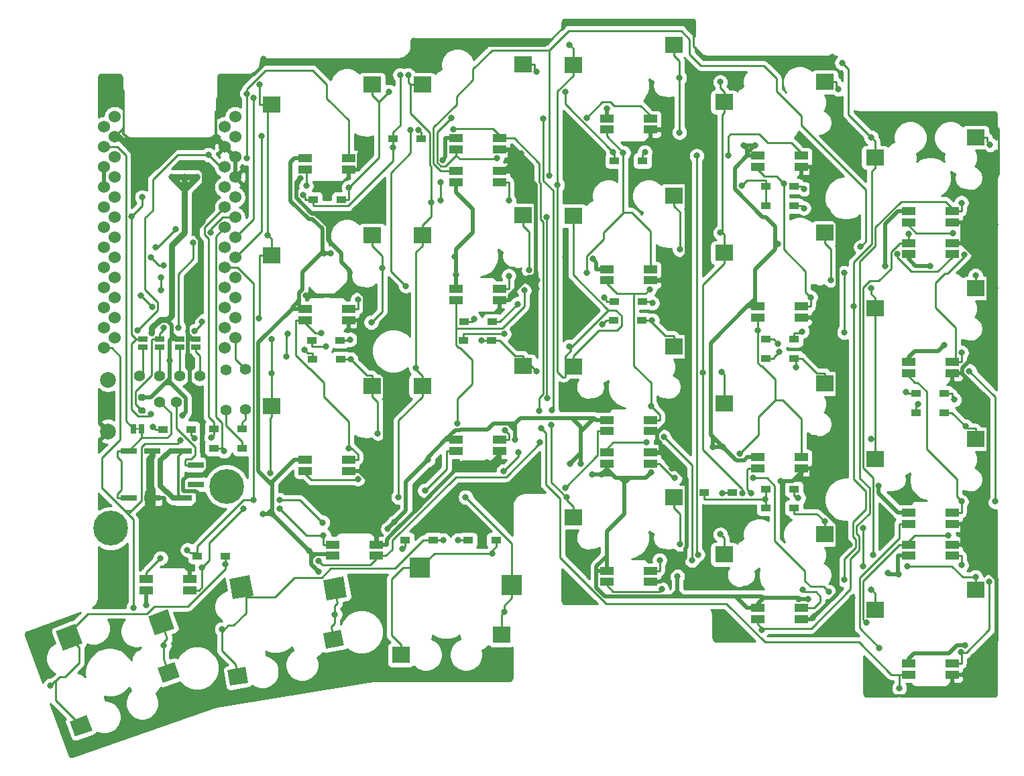
<source format=gbl>
G04 #@! TF.GenerationSoftware,KiCad,Pcbnew,(5.1.10)-1*
G04 #@! TF.CreationDate,2021-12-24T05:38:29+09:00*
G04 #@! TF.ProjectId,keyball39_Left,6b657962-616c-46c3-9339-5f4c6566742e,rev?*
G04 #@! TF.SameCoordinates,Original*
G04 #@! TF.FileFunction,Copper,L2,Bot*
G04 #@! TF.FilePolarity,Positive*
%FSLAX46Y46*%
G04 Gerber Fmt 4.6, Leading zero omitted, Abs format (unit mm)*
G04 Created by KiCad (PCBNEW (5.1.10)-1) date 2021-12-24 05:38:29*
%MOMM*%
%LPD*%
G01*
G04 APERTURE LIST*
G04 #@! TA.AperFunction,ComponentPad*
%ADD10C,1.524000*%
G04 #@! TD*
G04 #@! TA.AperFunction,ComponentPad*
%ADD11C,1.397000*%
G04 #@! TD*
G04 #@! TA.AperFunction,ComponentPad*
%ADD12C,4.400000*%
G04 #@! TD*
G04 #@! TA.AperFunction,ComponentPad*
%ADD13R,2.100000X0.800000*%
G04 #@! TD*
G04 #@! TA.AperFunction,SMDPad,CuDef*
%ADD14R,1.143000X0.635000*%
G04 #@! TD*
G04 #@! TA.AperFunction,SMDPad,CuDef*
%ADD15R,0.635000X1.143000*%
G04 #@! TD*
G04 #@! TA.AperFunction,SMDPad,CuDef*
%ADD16R,0.381000X0.250000*%
G04 #@! TD*
G04 #@! TA.AperFunction,SMDPad,CuDef*
%ADD17R,1.700000X1.000000*%
G04 #@! TD*
G04 #@! TA.AperFunction,SMDPad,CuDef*
%ADD18R,2.300000X2.000000*%
G04 #@! TD*
G04 #@! TA.AperFunction,SMDPad,CuDef*
%ADD19R,2.600000X2.600000*%
G04 #@! TD*
G04 #@! TA.AperFunction,SMDPad,CuDef*
%ADD20C,0.100000*%
G04 #@! TD*
G04 #@! TA.AperFunction,ComponentPad*
%ADD21C,2.000000*%
G04 #@! TD*
G04 #@! TA.AperFunction,SMDPad,CuDef*
%ADD22R,1.300000X0.950000*%
G04 #@! TD*
G04 #@! TA.AperFunction,ViaPad*
%ADD23C,0.800000*%
G04 #@! TD*
G04 #@! TA.AperFunction,Conductor*
%ADD24C,0.250000*%
G04 #@! TD*
G04 #@! TA.AperFunction,Conductor*
%ADD25C,0.500000*%
G04 #@! TD*
G04 #@! TA.AperFunction,Conductor*
%ADD26C,0.800000*%
G04 #@! TD*
G04 #@! TA.AperFunction,Conductor*
%ADD27C,0.350000*%
G04 #@! TD*
G04 #@! TA.AperFunction,Conductor*
%ADD28C,0.700000*%
G04 #@! TD*
G04 #@! TA.AperFunction,Conductor*
%ADD29C,0.254000*%
G04 #@! TD*
G04 #@! TA.AperFunction,Conductor*
%ADD30C,0.100000*%
G04 #@! TD*
G04 APERTURE END LIST*
D10*
X109379000Y-62475000D03*
X109379000Y-65015000D03*
X109379000Y-67555000D03*
X109379000Y-70095000D03*
X109379000Y-72635000D03*
X109379000Y-75175000D03*
X109379000Y-77715000D03*
X109379000Y-80255000D03*
X109379000Y-82795000D03*
X109379000Y-85335000D03*
X109379000Y-87875000D03*
X109379000Y-90415000D03*
X94139000Y-90415000D03*
X94139000Y-87875000D03*
X94139000Y-85335000D03*
X94139000Y-82795000D03*
X94139000Y-80255000D03*
X94139000Y-77715000D03*
X94139000Y-75175000D03*
X94139000Y-72635000D03*
X94139000Y-70095000D03*
X94139000Y-67555000D03*
X94139000Y-65015000D03*
X94139000Y-62475000D03*
X110685400Y-61205000D03*
X110685400Y-63745000D03*
X110685400Y-66285000D03*
X110685400Y-68825000D03*
X110685400Y-71365000D03*
X110685400Y-73905000D03*
X110685400Y-76445000D03*
X110685400Y-78985000D03*
X110685400Y-81525000D03*
X110685400Y-84065000D03*
X110685400Y-86605000D03*
X110685400Y-89145000D03*
X95465400Y-89145000D03*
X95465400Y-86605000D03*
X95465400Y-84065000D03*
X95465400Y-81525000D03*
X95465400Y-78985000D03*
X95465400Y-76445000D03*
X95465400Y-73905000D03*
X95465400Y-71365000D03*
X95465400Y-68825000D03*
X95465400Y-66285000D03*
X95465400Y-63745000D03*
X95465400Y-61205000D03*
D11*
X98585000Y-93955000D03*
X101125000Y-93955000D03*
X103665000Y-93955000D03*
X106205000Y-93955000D03*
D12*
X94988600Y-113193000D03*
X109589000Y-107880000D03*
D13*
X104225000Y-109385000D03*
X105725000Y-105185000D03*
X97225000Y-109385000D03*
X100225000Y-109385000D03*
X97225000Y-103435000D03*
X100225000Y-103435000D03*
X104225000Y-103435000D03*
X105725000Y-107635000D03*
D14*
X99059600Y-90280480D03*
X99059600Y-89279720D03*
X101160000Y-89279720D03*
X101160000Y-90280480D03*
X103660000Y-90280480D03*
X103660000Y-89279720D03*
X105760000Y-89279720D03*
X105760000Y-90280480D03*
D15*
X98889980Y-100640000D03*
X97889220Y-100640000D03*
D16*
X98389600Y-100640000D03*
D17*
X163110000Y-61430100D03*
X157610000Y-62830100D03*
X163110000Y-62830100D03*
X157610000Y-61430100D03*
X163110000Y-80480100D03*
X157610000Y-81880100D03*
X163110000Y-81880100D03*
X157610000Y-80480100D03*
X157610000Y-99530000D03*
X163110000Y-100930000D03*
X157610000Y-100930000D03*
X163110000Y-99530000D03*
X157610000Y-118580000D03*
X163110000Y-119980000D03*
X157610000Y-119980000D03*
X163110000Y-118580000D03*
X182160000Y-66130100D03*
X176660000Y-67530100D03*
X182160000Y-67530100D03*
X176660000Y-66130100D03*
X176660000Y-85180100D03*
X182160000Y-86580100D03*
X176660000Y-86580100D03*
X182160000Y-85180100D03*
X182160000Y-104230000D03*
X176660000Y-105630000D03*
X182160000Y-105630000D03*
X176660000Y-104230000D03*
X176660000Y-123280000D03*
X182160000Y-124680000D03*
X176660000Y-124680000D03*
X182160000Y-123280000D03*
X201210000Y-73130100D03*
X195710000Y-74530100D03*
X201210000Y-74530100D03*
X195710000Y-73130100D03*
X195710000Y-92180100D03*
X201210000Y-93580100D03*
X195710000Y-93580100D03*
X201210000Y-92180100D03*
X195710000Y-111230000D03*
X201210000Y-112630000D03*
X195710000Y-112630000D03*
X201210000Y-111230000D03*
X201210000Y-130280000D03*
X195710000Y-131680000D03*
X201210000Y-131680000D03*
X195710000Y-130280000D03*
D11*
X103240000Y-97220100D03*
X101190000Y-97220100D03*
X111950000Y-98210100D03*
X111950000Y-93130100D03*
X109510000Y-93170100D03*
X109510000Y-98250100D03*
G04 #@! TA.AperFunction,SMDPad,CuDef*
G36*
G01*
X98644600Y-96265100D02*
X99194600Y-96265100D01*
G75*
G02*
X99394600Y-96465100I0J-200000D01*
G01*
X99394600Y-96865100D01*
G75*
G02*
X99194600Y-97065100I-200000J0D01*
G01*
X98644600Y-97065100D01*
G75*
G02*
X98444600Y-96865100I0J200000D01*
G01*
X98444600Y-96465100D01*
G75*
G02*
X98644600Y-96265100I200000J0D01*
G01*
G37*
G04 #@! TD.AperFunction*
G04 #@! TA.AperFunction,SMDPad,CuDef*
G36*
G01*
X98644600Y-97915100D02*
X99194600Y-97915100D01*
G75*
G02*
X99394600Y-98115100I0J-200000D01*
G01*
X99394600Y-98515100D01*
G75*
G02*
X99194600Y-98715100I-200000J0D01*
G01*
X98644600Y-98715100D01*
G75*
G02*
X98444600Y-98515100I0J200000D01*
G01*
X98444600Y-98115100D01*
G75*
G02*
X98644600Y-97915100I200000J0D01*
G01*
G37*
G04 #@! TD.AperFunction*
D18*
X191460000Y-66350100D03*
X204160000Y-63810100D03*
X172410000Y-59350100D03*
X185110000Y-56810100D03*
X153360000Y-54650100D03*
X166060000Y-52110100D03*
X147010000Y-54610100D03*
X134310000Y-57150100D03*
X115260000Y-59650100D03*
X127960000Y-57110100D03*
X204160000Y-82860100D03*
X191460000Y-85400100D03*
X185110000Y-75860100D03*
X172410000Y-78400100D03*
X166060000Y-71160100D03*
X153360000Y-73700100D03*
X134310000Y-76200100D03*
X147010000Y-73660100D03*
X127960000Y-76160100D03*
X115260000Y-78700100D03*
X204160000Y-101910000D03*
X191460000Y-104450000D03*
X172410000Y-97450000D03*
X185110000Y-94910000D03*
X153360000Y-92750100D03*
X166060000Y-90210100D03*
X147010000Y-92710100D03*
X134310000Y-95250100D03*
X115260000Y-97750000D03*
X127960000Y-95210000D03*
X191460000Y-123500000D03*
X204160000Y-120960000D03*
X185110000Y-113960000D03*
X172410000Y-116500000D03*
X144310000Y-126660000D03*
X131610000Y-129200000D03*
D19*
X134010000Y-118180000D03*
X145610000Y-120380000D03*
G04 #@! TA.AperFunction,SMDPad,CuDef*
D20*
G36*
X122227899Y-122298924D02*
G01*
X121776413Y-119738424D01*
X124336913Y-119286938D01*
X124788399Y-121847438D01*
X122227899Y-122298924D01*
G37*
G04 #@! TD.AperFunction*
G04 #@! TA.AperFunction,SMDPad,CuDef*
G36*
X110422103Y-122146666D02*
G01*
X109970617Y-119586166D01*
X112531117Y-119134680D01*
X112982603Y-121695180D01*
X110422103Y-122146666D01*
G37*
G04 #@! TD.AperFunction*
G04 #@! TA.AperFunction,SMDPad,CuDef*
G36*
X110067793Y-133094513D02*
G01*
X109720497Y-131124898D01*
X111985555Y-130725507D01*
X112332851Y-132695122D01*
X110067793Y-133094513D01*
G37*
G04 #@! TD.AperFunction*
G04 #@! TA.AperFunction,SMDPad,CuDef*
G36*
X122133786Y-128387770D02*
G01*
X121786490Y-126418155D01*
X124051548Y-126018764D01*
X124398844Y-127988379D01*
X122133786Y-128387770D01*
G37*
G04 #@! TD.AperFunction*
G04 #@! TA.AperFunction,SMDPad,CuDef*
G36*
X101553434Y-132757282D02*
G01*
X100869393Y-130877897D01*
X103030686Y-130091250D01*
X103714727Y-131970635D01*
X101553434Y-132757282D01*
G37*
G04 #@! TD.AperFunction*
G04 #@! TA.AperFunction,SMDPad,CuDef*
G36*
X90488069Y-139487757D02*
G01*
X89804028Y-137608372D01*
X91965321Y-136821725D01*
X92649362Y-138701110D01*
X90488069Y-139487757D01*
G37*
G04 #@! TD.AperFunction*
G04 #@! TA.AperFunction,SMDPad,CuDef*
G36*
X88935922Y-128644707D02*
G01*
X88046669Y-126201506D01*
X90489870Y-125312253D01*
X91379123Y-127755454D01*
X88935922Y-128644707D01*
G37*
G04 #@! TD.AperFunction*
G04 #@! TA.AperFunction,SMDPad,CuDef*
G36*
X100588800Y-126744597D02*
G01*
X99699547Y-124301396D01*
X102142748Y-123412143D01*
X103032001Y-125855344D01*
X100588800Y-126744597D01*
G37*
G04 #@! TD.AperFunction*
D21*
X94625000Y-94435000D03*
X94625000Y-100935000D03*
D22*
X177675000Y-72470100D03*
X181225000Y-72470100D03*
X181235000Y-70000100D03*
X177685000Y-70000100D03*
X162135000Y-66740100D03*
X158585000Y-66740100D03*
X130635000Y-63960100D03*
X134185000Y-63960100D03*
X124065000Y-71680100D03*
X120515000Y-71680100D03*
X111565000Y-100610000D03*
X108015000Y-100610000D03*
X200215000Y-96190100D03*
X196665000Y-96190100D03*
X177695000Y-89330100D03*
X181245000Y-89330100D03*
X158535000Y-84560100D03*
X162085000Y-84560100D03*
X143145000Y-87080100D03*
X139595000Y-87080100D03*
X123965000Y-89420100D03*
X120415000Y-89420100D03*
X108015000Y-103060000D03*
X111565000Y-103060000D03*
X196645000Y-98570100D03*
X200195000Y-98570100D03*
X181255000Y-91720100D03*
X177705000Y-91720100D03*
X162055000Y-86940100D03*
X158505000Y-86940100D03*
X139545000Y-89450100D03*
X143095000Y-89450100D03*
X120435000Y-91830100D03*
X123985000Y-91830100D03*
X101615000Y-100680000D03*
X105165000Y-100680000D03*
X181225000Y-108260000D03*
X177675000Y-108260000D03*
X177685000Y-110600000D03*
X181235000Y-110600000D03*
X169935000Y-108700000D03*
X173485000Y-108700000D03*
X143615000Y-114710000D03*
X140065000Y-114710000D03*
X132145000Y-114700000D03*
X135695000Y-114700000D03*
X109435000Y-116690000D03*
X105885000Y-116690000D03*
D18*
X153360000Y-111800000D03*
X166060000Y-109260000D03*
D17*
X119510000Y-66430100D03*
X125010000Y-67830100D03*
X119510000Y-67830100D03*
X125010000Y-66430100D03*
X125010000Y-85480100D03*
X119510000Y-86880100D03*
X125010000Y-86880100D03*
X119510000Y-85480100D03*
X119510000Y-104530000D03*
X125010000Y-105930000D03*
X119510000Y-105930000D03*
X125010000Y-104530000D03*
X144060000Y-63930100D03*
X138560000Y-65330100D03*
X144060000Y-65330100D03*
X138560000Y-63930100D03*
X138560000Y-82980100D03*
X144060000Y-84380100D03*
X138560000Y-84380100D03*
X144060000Y-82980100D03*
X144060000Y-102030000D03*
X138560000Y-103430000D03*
X144060000Y-103430000D03*
X138560000Y-102030000D03*
X144060000Y-69450100D03*
X138560000Y-68050100D03*
X144060000Y-68050100D03*
X138560000Y-69450100D03*
X195720000Y-78570100D03*
X201220000Y-77170100D03*
X195720000Y-77170100D03*
X201220000Y-78570100D03*
X201200000Y-116670000D03*
X195700000Y-115270000D03*
X201200000Y-115270000D03*
X195700000Y-116670000D03*
X157610000Y-105020000D03*
X163110000Y-103620000D03*
X157610000Y-103620000D03*
X163110000Y-105020000D03*
X123030000Y-116660000D03*
X128530000Y-115260000D03*
X123030000Y-115260000D03*
X128530000Y-116660000D03*
X104940000Y-121000000D03*
X99440000Y-119600000D03*
X104940000Y-119600000D03*
X99440000Y-121000000D03*
D23*
X206011800Y-64728700D03*
X182481100Y-72750900D03*
X152349000Y-58022900D03*
X131507600Y-55913100D03*
X119254600Y-71058700D03*
X158373700Y-65631800D03*
X174612000Y-69903300D03*
X130635000Y-65040100D03*
X107693800Y-101722000D03*
X186868400Y-57717700D03*
X182513700Y-70303500D03*
X140861400Y-86789000D03*
X157284700Y-84072200D03*
X179195000Y-89854800D03*
X195405600Y-95942500D03*
X122115700Y-90224900D03*
X109284300Y-103437000D03*
X117150000Y-91502400D03*
X117315000Y-88587700D03*
X119477000Y-90668500D03*
X157010900Y-87458900D03*
X196937300Y-97477500D03*
X144630800Y-88649800D03*
X179393100Y-90885200D03*
X100335400Y-100375700D03*
X166788200Y-56261900D03*
X166788200Y-63173000D03*
X162410300Y-65664500D03*
X100024900Y-78985000D03*
X101648100Y-79994500D03*
X177620000Y-109500300D03*
X104664600Y-115921200D03*
X121728400Y-112457100D03*
X116290200Y-109612100D03*
X112992900Y-109612100D03*
X131841000Y-115804300D03*
X138811100Y-114704900D03*
X133872200Y-62861500D03*
X148778000Y-55532800D03*
X130104800Y-58025700D03*
X125040300Y-70115100D03*
X204160000Y-81248000D03*
X201464600Y-96946700D03*
X185867800Y-81831200D03*
X187596000Y-80911400D03*
X187596000Y-88423200D03*
X182258400Y-88316700D03*
X166819000Y-77974700D03*
X163352900Y-84726600D03*
X147772000Y-80566700D03*
X146346600Y-84853900D03*
X127881000Y-87170800D03*
X125239000Y-89347100D03*
X129259900Y-80316700D03*
X202881000Y-100280800D03*
X181501300Y-92822500D03*
X163340400Y-86911300D03*
X141812000Y-89450100D03*
X148778000Y-93344600D03*
X128703400Y-101202700D03*
X125273100Y-91830100D03*
X105518900Y-101790400D03*
X204160000Y-119343900D03*
X195598000Y-117974600D03*
X189954400Y-117974600D03*
X189954400Y-113176000D03*
X181787200Y-109349700D03*
X185110000Y-112355600D03*
X172202300Y-108762300D03*
X166835600Y-115193500D03*
X142431600Y-104890200D03*
X119583300Y-83801300D03*
X118922400Y-68936300D03*
X188305800Y-115270000D03*
X146760700Y-65858600D03*
X127533800Y-64735200D03*
X148784200Y-81880100D03*
X179538700Y-107267700D03*
X165855900Y-105630000D03*
X185454900Y-73775500D03*
X183660300Y-124480000D03*
X144060000Y-85731700D03*
X126310300Y-88104700D03*
X201210000Y-94936700D03*
X93879600Y-56200100D03*
X95969600Y-56220100D03*
X99664636Y-67555000D03*
X103854636Y-67555000D03*
X106034636Y-67555000D03*
X98254636Y-67555000D03*
X100704636Y-67555000D03*
X104934636Y-67555000D03*
X167999569Y-49380067D03*
X186089569Y-53650067D03*
X206669569Y-68890067D03*
X206669569Y-74790067D03*
X206669569Y-82850067D03*
X191089569Y-133660067D03*
X96739569Y-121710067D03*
X103584569Y-136565067D03*
X85179569Y-126880067D03*
X90379569Y-141080067D03*
X97469569Y-138590067D03*
X94129569Y-116560067D03*
X94299569Y-121810067D03*
X93819569Y-110040067D03*
X95969569Y-127880067D03*
X135149569Y-111930067D03*
X139599569Y-111890067D03*
X148599569Y-105100067D03*
X153019569Y-121720067D03*
X152869569Y-116270067D03*
X172189569Y-126620067D03*
X187649569Y-126150067D03*
X188619569Y-121930067D03*
X192829569Y-113180067D03*
X194784551Y-109025049D03*
X206059569Y-112010067D03*
X205769901Y-128420399D03*
X205899569Y-133580067D03*
X201259569Y-133710067D03*
X206569569Y-88340067D03*
X206469569Y-94430067D03*
X204169569Y-97870067D03*
X133219569Y-51610067D03*
X114239569Y-53940067D03*
X108949569Y-56280067D03*
X108829569Y-59980067D03*
X128869569Y-71030067D03*
X122719569Y-74090067D03*
X169319569Y-58070067D03*
X169429569Y-63660067D03*
X184809569Y-68780067D03*
X166897351Y-98267849D03*
X147319569Y-89190067D03*
X129227701Y-103088199D03*
X144789569Y-131700067D03*
X136979569Y-131810067D03*
X126479569Y-132030067D03*
X116979569Y-133580067D03*
X152799569Y-63390067D03*
X156089569Y-68260067D03*
X152729569Y-82700067D03*
X153699569Y-97600067D03*
X156929569Y-97520067D03*
X165509569Y-65820067D03*
X166509569Y-87230067D03*
X205909569Y-61570067D03*
X190279569Y-61480067D03*
X188659569Y-64960067D03*
X126144436Y-64735200D03*
X117459569Y-107500067D03*
X124619569Y-109490067D03*
X129239036Y-107820600D03*
X148769569Y-82960067D03*
X152409569Y-78940067D03*
X147449569Y-67100067D03*
X170589569Y-70410067D03*
X167239569Y-83450067D03*
X166269569Y-68720067D03*
X167679300Y-68940336D03*
X130659569Y-85140067D03*
X132239536Y-84380100D03*
X100249569Y-111290067D03*
X100379569Y-115150067D03*
X99440000Y-117059636D03*
X111399569Y-105050067D03*
X107929569Y-105030067D03*
X94529569Y-97910067D03*
X167509569Y-99700067D03*
X166449918Y-83919718D03*
X186726600Y-92853036D03*
X187459569Y-101620067D03*
X183709569Y-102300067D03*
X185779569Y-86140067D03*
X186419569Y-85100067D03*
X172699569Y-111090067D03*
X170739569Y-111870067D03*
X171469569Y-119500067D03*
X169199569Y-119780067D03*
X104001800Y-98969400D03*
X100138200Y-88505600D03*
X102684636Y-68825000D03*
X105874636Y-68825000D03*
X104264636Y-68825000D03*
X102395000Y-91994636D03*
X103533600Y-87817500D03*
X107560200Y-75822100D03*
X101691200Y-87817500D03*
X105419569Y-77120067D03*
X98946600Y-71365000D03*
X97615800Y-73754900D03*
X100017700Y-98752100D03*
X126185300Y-84296300D03*
X119655500Y-69942600D03*
X121541900Y-88533800D03*
X125010000Y-103059200D03*
X149055800Y-98385800D03*
X138258000Y-62819600D03*
X126185300Y-106962300D03*
X143702300Y-66441600D03*
X138020000Y-61309600D03*
X132848700Y-62857100D03*
X132236000Y-82562600D03*
X145235300Y-81301500D03*
X147180500Y-83146000D03*
X138736900Y-99936600D03*
X144721200Y-100837700D03*
X155111300Y-61309600D03*
X146482500Y-103604500D03*
X144590000Y-105969300D03*
X134645500Y-108423400D03*
X149624400Y-61430100D03*
X150647900Y-98285100D03*
X155125900Y-80939000D03*
X159696300Y-65741500D03*
X152360500Y-108052400D03*
X164786900Y-101620600D03*
X168366200Y-117211100D03*
X164285300Y-117211100D03*
X172916700Y-66130100D03*
X168955400Y-66130100D03*
X169106700Y-116522900D03*
X164527400Y-120836800D03*
X179959100Y-69684200D03*
X183335300Y-84000800D03*
X174391000Y-103739600D03*
X176660000Y-88206400D03*
X175819000Y-108775000D03*
X182389800Y-120956500D03*
X202385300Y-72061800D03*
X177210000Y-126022200D03*
X101688000Y-127995500D03*
X103775900Y-102080100D03*
X97849200Y-123233500D03*
X103214600Y-75378000D03*
X100635200Y-77715000D03*
X187606700Y-119721100D03*
X113009600Y-58851500D03*
X187313200Y-54397800D03*
X188797700Y-85099300D03*
X191004200Y-82888300D03*
X191004200Y-63810100D03*
X191006500Y-120960000D03*
X190982700Y-101910000D03*
X174752300Y-108743700D03*
X114035900Y-63633000D03*
X169705900Y-93530200D03*
X171935500Y-56810100D03*
X172125800Y-93475700D03*
X171953800Y-75860100D03*
X171951700Y-113960000D03*
X101312000Y-83085800D03*
X101312000Y-81525000D03*
X152526600Y-109260000D03*
X150633000Y-100110300D03*
X151365200Y-69803900D03*
X152908300Y-52110100D03*
X152908300Y-90210100D03*
X131316600Y-109255200D03*
X139786300Y-109255200D03*
X135404600Y-72044000D03*
X132531900Y-55935400D03*
X133519200Y-92954400D03*
X144638300Y-123769500D03*
X115260000Y-89304400D03*
X113694300Y-86695400D03*
X115260000Y-93609300D03*
X114788100Y-76160100D03*
X115087100Y-106264300D03*
X113784700Y-57110100D03*
X123282400Y-124074600D03*
X163185000Y-97724800D03*
X163012700Y-82996300D03*
X201328000Y-75884200D03*
X202722000Y-78581700D03*
X202385300Y-91004700D03*
X203379900Y-93315000D03*
X206644500Y-109819000D03*
X202385300Y-109819000D03*
X205926300Y-119955400D03*
X192009500Y-128312200D03*
X202296900Y-128841500D03*
X149289000Y-100558100D03*
X150106700Y-96709200D03*
X150000700Y-73866200D03*
X145235300Y-71769200D03*
X136619800Y-71769200D03*
X136619800Y-69450100D03*
X194534700Y-133415700D03*
X150364100Y-68617600D03*
X189657400Y-77642100D03*
X194250000Y-78570100D03*
X191224500Y-116547300D03*
X195710000Y-75994800D03*
X202375300Y-117845400D03*
X190363800Y-125121400D03*
X176068100Y-106841200D03*
X200759400Y-114056700D03*
X166202900Y-106805800D03*
X185609569Y-121200067D03*
X149162500Y-102332700D03*
X162595300Y-102332700D03*
X121197900Y-117316800D03*
X106473400Y-118142600D03*
X111713000Y-110672300D03*
X116325400Y-110672300D03*
X121854700Y-114084600D03*
X143164700Y-116353100D03*
X109026600Y-125933800D03*
X136945300Y-114699900D03*
X109435000Y-117769400D03*
X87359569Y-133080067D03*
X100196400Y-85197500D03*
X98775100Y-83776200D03*
X106489569Y-87060067D03*
X105579569Y-88270067D03*
X154346900Y-105040200D03*
X156957400Y-106402100D03*
X129966400Y-113270200D03*
X121907500Y-78428100D03*
X136896300Y-66648700D03*
X99440000Y-122936300D03*
X181861400Y-122151100D03*
X179197300Y-77231200D03*
X163251200Y-106151400D03*
X146001400Y-102030000D03*
X174913500Y-64785700D03*
X138390600Y-78917400D03*
X191949900Y-107807000D03*
X192790800Y-80026300D03*
X157610000Y-60126400D03*
X202857900Y-127965100D03*
X166513900Y-119272000D03*
X194421900Y-119041500D03*
X200195900Y-90057900D03*
X172310400Y-102929300D03*
X121259300Y-118643600D03*
X155851700Y-79151600D03*
X198444700Y-80026300D03*
X135036800Y-104530000D03*
X115380000Y-111400000D03*
X114179636Y-111400000D03*
X120054818Y-116074818D03*
X130803051Y-112433549D03*
X152979569Y-105040067D03*
X155797536Y-106402100D03*
X183050700Y-122151100D03*
X193102836Y-118866800D03*
X170980336Y-102929300D03*
X176323936Y-64785700D03*
X122761536Y-78428100D03*
X138560000Y-81149636D03*
X112170000Y-58270100D03*
X112170000Y-66430100D03*
X101266600Y-116962400D03*
X98386200Y-88221100D03*
X107299000Y-66000100D03*
D24*
X204160000Y-63810100D02*
X205635300Y-63810100D01*
X205635300Y-63810100D02*
X205635300Y-64352200D01*
X205635300Y-64352200D02*
X206011800Y-64728700D01*
X181225000Y-72470100D02*
X182200300Y-72470100D01*
X182200300Y-72470100D02*
X182481100Y-72750900D01*
X109379000Y-72635000D02*
X106834800Y-75179200D01*
X106834800Y-75179200D02*
X106834800Y-76122500D01*
X106834800Y-76122500D02*
X107340600Y-76628300D01*
X107340600Y-76628300D02*
X107340600Y-99135300D01*
X107340600Y-99135300D02*
X108015000Y-99809700D01*
X130635000Y-63159800D02*
X131507600Y-62287200D01*
X131507600Y-62287200D02*
X131507600Y-55913100D01*
X130635000Y-63960100D02*
X130635000Y-63159800D01*
X158373700Y-65631800D02*
X152349000Y-59607100D01*
X152349000Y-59607100D02*
X152349000Y-58022900D01*
X130635000Y-64160100D02*
X130635000Y-63960100D01*
X130635000Y-64160100D02*
X130635000Y-64360200D01*
X158585000Y-65939800D02*
X158373700Y-65728500D01*
X158373700Y-65728500D02*
X158373700Y-65631800D01*
X120515000Y-71680100D02*
X119539700Y-71680100D01*
X119254600Y-71058700D02*
X119539700Y-71343800D01*
X119539700Y-71343800D02*
X119539700Y-71680100D01*
X130635000Y-65040100D02*
X130635000Y-66769800D01*
X130635000Y-66769800D02*
X124924400Y-72480400D01*
X124924400Y-72480400D02*
X120627600Y-72480400D01*
X120627600Y-72480400D02*
X120515000Y-72367800D01*
X130635000Y-65040100D02*
X130635000Y-64360200D01*
X158585000Y-66740100D02*
X158585000Y-65939800D01*
X120515000Y-71680100D02*
X120515000Y-72367800D01*
X174612000Y-69903300D02*
X175315500Y-69199800D01*
X175315500Y-69199800D02*
X177685000Y-69199800D01*
X108015000Y-100610000D02*
X108015000Y-99809700D01*
X177685000Y-69599900D02*
X177675000Y-69609900D01*
X177675000Y-69609900D02*
X177675000Y-72470100D01*
X177685000Y-69599900D02*
X177685000Y-69199800D01*
X177685000Y-70000100D02*
X177685000Y-69599900D01*
X108015000Y-100610000D02*
X108015000Y-101410300D01*
X108015000Y-101410300D02*
X108005500Y-101410300D01*
X108005500Y-101410300D02*
X107693800Y-101722000D01*
X185110000Y-56810100D02*
X186585300Y-56810100D01*
X186585300Y-56810100D02*
X186585300Y-57434600D01*
X186585300Y-57434600D02*
X186868400Y-57717700D01*
X181235000Y-70000100D02*
X182210300Y-70000100D01*
X182210300Y-70000100D02*
X182513700Y-70303500D01*
X109379000Y-75175000D02*
X108240700Y-76313300D01*
X108240700Y-76313300D02*
X108240700Y-99117900D01*
X108240700Y-99117900D02*
X108990300Y-99867500D01*
X108990300Y-99867500D02*
X108990300Y-103060000D01*
X120415000Y-90220400D02*
X122111200Y-90220400D01*
X122111200Y-90220400D02*
X122115700Y-90224900D01*
X140570300Y-87080100D02*
X140861400Y-86789000D01*
X139595000Y-87080100D02*
X140570300Y-87080100D01*
X158535000Y-84560100D02*
X157559700Y-84560100D01*
X157284700Y-84072200D02*
X157559700Y-84347200D01*
X157559700Y-84347200D02*
X157559700Y-84560100D01*
X178670300Y-89330100D02*
X179195000Y-89854800D01*
X177695000Y-89330100D02*
X178670300Y-89330100D01*
X196665000Y-96190100D02*
X195653200Y-96190100D01*
X195653200Y-96190100D02*
X195405600Y-95942500D01*
X120415000Y-89420100D02*
X120415000Y-90220400D01*
X108877700Y-103060000D02*
X108990300Y-103060000D01*
X108015000Y-103060000D02*
X108877700Y-103060000D01*
X109284300Y-103437000D02*
X108990300Y-103143000D01*
X108990300Y-103143000D02*
X108990300Y-103060000D01*
X117150000Y-91502400D02*
X117150000Y-88752700D01*
X117150000Y-88752700D02*
X117315000Y-88587700D01*
X120435000Y-91830100D02*
X120435000Y-91029800D01*
X120435000Y-91029800D02*
X119838300Y-91029800D01*
X119838300Y-91029800D02*
X119477000Y-90668500D01*
X157529700Y-86940100D02*
X157010900Y-87458900D01*
X158505000Y-86940100D02*
X157529700Y-86940100D01*
X196645000Y-97769800D02*
X196937300Y-97477500D01*
X196645000Y-98570100D02*
X196645000Y-97769800D01*
X144630800Y-88649800D02*
X139545000Y-88649800D01*
X100639700Y-100680000D02*
X100335400Y-100375700D01*
X177705000Y-91720100D02*
X178680300Y-91720100D01*
X178680300Y-91720100D02*
X178680300Y-91598000D01*
X178680300Y-91598000D02*
X179393100Y-90885200D01*
X139545000Y-89450100D02*
X139545000Y-88649800D01*
X101615000Y-100680000D02*
X100639700Y-100680000D01*
X166788200Y-56261900D02*
X166788200Y-63173000D01*
X166788200Y-56261900D02*
X166788200Y-54163600D01*
X166788200Y-54163600D02*
X166060000Y-53435400D01*
X166060000Y-52110100D02*
X166060000Y-53435400D01*
X162135000Y-65939800D02*
X162410300Y-65664500D01*
X162135000Y-66740100D02*
X162135000Y-65939800D01*
X101648100Y-79994500D02*
X101034400Y-79994500D01*
X101034400Y-79994500D02*
X100024900Y-78985000D01*
X177620000Y-109500300D02*
X177620000Y-109734700D01*
X177620000Y-109734700D02*
X177685000Y-109799700D01*
X177620000Y-109500300D02*
X169935000Y-109500300D01*
X177675000Y-108260000D02*
X177675000Y-109445300D01*
X177675000Y-109445300D02*
X177620000Y-109500300D01*
X105885000Y-116289800D02*
X105033200Y-116289800D01*
X105033200Y-116289800D02*
X104664600Y-115921200D01*
X105885000Y-116289800D02*
X105885000Y-115889700D01*
X105885000Y-116690000D02*
X105885000Y-116289800D01*
X109379000Y-80255000D02*
X110963900Y-80255000D01*
X110963900Y-80255000D02*
X112969000Y-82260100D01*
X112969000Y-82260100D02*
X112969000Y-86995800D01*
X112969000Y-86995800D02*
X112992900Y-87019700D01*
X112992900Y-87019700D02*
X112992900Y-109612100D01*
X112992900Y-109612100D02*
X111747500Y-109612100D01*
X111747500Y-109612100D02*
X105885000Y-115474600D01*
X105885000Y-115474600D02*
X105885000Y-115889700D01*
X116290200Y-109612100D02*
X118883400Y-109612100D01*
X118883400Y-109612100D02*
X121728400Y-112457100D01*
X132145000Y-115500300D02*
X131841000Y-115804300D01*
X132145000Y-114700000D02*
X132145000Y-115500300D01*
X169935000Y-108700000D02*
X169935000Y-109500300D01*
X139089700Y-114710000D02*
X138816200Y-114710000D01*
X138816200Y-114710000D02*
X138811100Y-114704900D01*
X177685000Y-110600000D02*
X177685000Y-109799700D01*
X140065000Y-114710000D02*
X139089700Y-114710000D01*
X134185000Y-63960100D02*
X134185000Y-63159800D01*
X134185000Y-63159800D02*
X134170500Y-63159800D01*
X134170500Y-63159800D02*
X133872200Y-62861500D01*
X147010000Y-54610100D02*
X148485300Y-54610100D01*
X148485300Y-54610100D02*
X148485300Y-55240100D01*
X148485300Y-55240100D02*
X148778000Y-55532800D01*
X128827600Y-59302900D02*
X128827600Y-59303000D01*
X128827600Y-59303000D02*
X128827600Y-66327800D01*
X128827600Y-66327800D02*
X125040300Y-70115100D01*
X127960000Y-58435400D02*
X128827600Y-59302900D01*
X128827600Y-59302900D02*
X130104800Y-58025700D01*
X125040300Y-70115100D02*
X125040300Y-71680100D01*
X127960000Y-57110100D02*
X127960000Y-58435400D01*
X124065000Y-71680100D02*
X125040300Y-71680100D01*
X111565000Y-100610000D02*
X111565000Y-99809700D01*
X111565000Y-99809700D02*
X111950000Y-99424700D01*
X111950000Y-99424700D02*
X111950000Y-98210100D01*
X204160000Y-82860100D02*
X204160000Y-81248000D01*
X200215000Y-96190100D02*
X201190300Y-96190100D01*
X201464600Y-96946700D02*
X201190300Y-96672400D01*
X201190300Y-96672400D02*
X201190300Y-96190100D01*
X185110000Y-77185400D02*
X185867800Y-77943200D01*
X185867800Y-77943200D02*
X185867800Y-81831200D01*
X185110000Y-75860100D02*
X185110000Y-77185400D01*
X187596000Y-88423200D02*
X187596000Y-80911400D01*
X181245000Y-88529800D02*
X182045300Y-88529800D01*
X182045300Y-88529800D02*
X182258400Y-88316700D01*
X181245000Y-89330100D02*
X181245000Y-88529800D01*
X166060000Y-71160100D02*
X166060000Y-72485400D01*
X166060000Y-72485400D02*
X166819000Y-73244400D01*
X166819000Y-73244400D02*
X166819000Y-77974700D01*
X162085000Y-84560100D02*
X163186400Y-84560100D01*
X163186400Y-84560100D02*
X163352900Y-84726600D01*
X147010000Y-74985400D02*
X147772000Y-75747400D01*
X147772000Y-75747400D02*
X147772000Y-80566700D01*
X147010000Y-73660100D02*
X147010000Y-74985400D01*
X144120300Y-87080100D02*
X146346500Y-84853900D01*
X146346500Y-84853900D02*
X146346600Y-84853900D01*
X143145000Y-87080100D02*
X144120300Y-87080100D01*
X129259900Y-80316700D02*
X129259900Y-85791900D01*
X129259900Y-85791900D02*
X127881000Y-87170800D01*
X127960000Y-77485400D02*
X129259900Y-78785300D01*
X129259900Y-78785300D02*
X129259900Y-80316700D01*
X123965000Y-89420100D02*
X125166000Y-89420100D01*
X125166000Y-89420100D02*
X125239000Y-89347100D01*
X127960000Y-76160100D02*
X127960000Y-77485400D01*
X111565000Y-102259700D02*
X109510000Y-100204700D01*
X109510000Y-100204700D02*
X109510000Y-98250100D01*
X111565000Y-103060000D02*
X111565000Y-102259700D01*
X201170300Y-98570100D02*
X202881000Y-100280800D01*
X202881000Y-100280800D02*
X203184900Y-100584700D01*
X203184900Y-100584700D02*
X204160000Y-100584700D01*
X204160000Y-101910000D02*
X204160000Y-100584700D01*
X200195000Y-98570100D02*
X201170300Y-98570100D01*
X181742700Y-91720100D02*
X181501300Y-91961500D01*
X181501300Y-91961500D02*
X181501300Y-92822500D01*
X181742700Y-91720100D02*
X182230300Y-91720100D01*
X181255000Y-91720100D02*
X181742700Y-91720100D01*
X185110000Y-94910000D02*
X185110000Y-93584700D01*
X182230300Y-91720100D02*
X184094900Y-93584700D01*
X184094900Y-93584700D02*
X185110000Y-93584700D01*
X163340400Y-86911300D02*
X163059100Y-86911300D01*
X163059100Y-86911300D02*
X163030300Y-86940100D01*
X163030300Y-86940100D02*
X164975000Y-88884800D01*
X164975000Y-88884800D02*
X166060000Y-88884800D01*
X166060000Y-90210100D02*
X166060000Y-88884800D01*
X162055000Y-86940100D02*
X163030300Y-86940100D01*
X142119700Y-89450100D02*
X141812000Y-89450100D01*
X143095000Y-89450100D02*
X142119700Y-89450100D01*
X147010000Y-92047400D02*
X147480800Y-92047400D01*
X147480800Y-92047400D02*
X148778000Y-93344600D01*
X147010000Y-92047400D02*
X147010000Y-91384800D01*
X147010000Y-92710100D02*
X147010000Y-92047400D01*
X143095000Y-89450100D02*
X144070300Y-89450100D01*
X144070300Y-89450100D02*
X146005000Y-91384800D01*
X146005000Y-91384800D02*
X147010000Y-91384800D01*
X127960000Y-96535300D02*
X128703400Y-97278700D01*
X128703400Y-97278700D02*
X128703400Y-101202700D01*
X127960000Y-95210000D02*
X127960000Y-96535300D01*
X127960000Y-94547300D02*
X127960000Y-95210000D01*
X127960000Y-94547300D02*
X127960000Y-93884700D01*
X124960300Y-91830100D02*
X125273100Y-91830100D01*
X127960000Y-93884700D02*
X127327700Y-93884700D01*
X127327700Y-93884700D02*
X125273100Y-91830100D01*
X123985000Y-91830100D02*
X124960300Y-91830100D01*
X105165000Y-100680000D02*
X105165000Y-101480300D01*
X105518900Y-101790400D02*
X105208800Y-101480300D01*
X105208800Y-101480300D02*
X105165000Y-101480300D01*
X195598000Y-117974600D02*
X201174600Y-117974600D01*
X201174600Y-117974600D02*
X202543900Y-119343900D01*
X202543900Y-119343900D02*
X204160000Y-119343900D01*
X204160000Y-120297300D02*
X204160000Y-119343900D01*
X204160000Y-120960000D02*
X204160000Y-120297300D01*
X189954400Y-117974600D02*
X189954400Y-113176000D01*
X181225000Y-108260000D02*
X181225000Y-109060300D01*
X181787200Y-109349700D02*
X181497800Y-109060300D01*
X181497800Y-109060300D02*
X181225000Y-109060300D01*
X181235000Y-110600000D02*
X181235000Y-111400300D01*
X181235000Y-111400300D02*
X184154700Y-111400300D01*
X184154700Y-111400300D02*
X185110000Y-112355600D01*
X185110000Y-112355600D02*
X185110000Y-113960000D01*
X173485000Y-108700000D02*
X172509700Y-108700000D01*
X172509700Y-108700000D02*
X172447400Y-108762300D01*
X172447400Y-108762300D02*
X172202300Y-108762300D01*
X166060000Y-110585300D02*
X166835600Y-111360900D01*
X166835600Y-111360900D02*
X166835600Y-115193500D01*
X166060000Y-109260000D02*
X166060000Y-110585300D01*
X99059600Y-90280500D02*
X99059600Y-93480400D01*
X99059600Y-93480400D02*
X98585000Y-93955000D01*
X101160000Y-90280500D02*
X101160000Y-93920000D01*
X101160000Y-93920000D02*
X101125000Y-93955000D01*
X103660000Y-90280500D02*
X103660000Y-93950000D01*
X103660000Y-93950000D02*
X103665000Y-93955000D01*
X105760000Y-90280500D02*
X105760000Y-90923300D01*
X105760000Y-90923300D02*
X106205000Y-91368300D01*
X106205000Y-91368300D02*
X106205000Y-93955000D01*
D25*
X129830300Y-115260000D02*
X129830300Y-114608900D01*
X129830300Y-114608900D02*
X130816700Y-113622500D01*
X139420600Y-104890200D02*
X142431600Y-104890200D01*
X144060000Y-103430000D02*
X144060000Y-103966900D01*
X144060000Y-103966900D02*
X143136700Y-104890200D01*
X143136700Y-104890200D02*
X142431600Y-104890200D01*
X202510300Y-131680000D02*
X205769901Y-128420399D01*
X206802600Y-127387700D02*
X206802600Y-119572300D01*
X206802600Y-119572300D02*
X202500300Y-115270000D01*
X126310300Y-88104700D02*
X126310300Y-86880100D01*
X126385900Y-105930000D02*
X129227701Y-103088199D01*
X129560400Y-102755500D02*
X129560400Y-94014800D01*
X129560400Y-94014800D02*
X126310300Y-90764700D01*
X126310300Y-90764700D02*
X126310300Y-88104700D01*
X186710400Y-115270000D02*
X186710400Y-121429900D01*
X186710400Y-121429900D02*
X183660300Y-124480000D01*
X164235200Y-100930000D02*
X163936600Y-101228600D01*
X163936600Y-101228600D02*
X163936600Y-101972800D01*
X163936600Y-101972800D02*
X164410300Y-102446500D01*
X164410300Y-102446500D02*
X164410300Y-103620000D01*
X164235200Y-100930000D02*
X166897351Y-98267849D01*
X167660400Y-97504800D02*
X167660400Y-85130200D01*
X167660400Y-85130200D02*
X166449918Y-83919718D01*
X165855900Y-105630000D02*
X166323300Y-105630000D01*
X166323300Y-105630000D02*
X167689400Y-106996100D01*
X167689400Y-106996100D02*
X167689400Y-115569700D01*
X167689400Y-115569700D02*
X167515900Y-115743200D01*
X167515900Y-115743200D02*
X167515900Y-116874400D01*
X167515900Y-116874400D02*
X164410300Y-119980000D01*
X202529600Y-93580100D02*
X202529600Y-93667200D01*
X202529600Y-93667200D02*
X205766100Y-96903700D01*
X205766100Y-96903700D02*
X205766100Y-109374200D01*
X205766100Y-109374200D02*
X202510300Y-112630000D01*
X205765500Y-89726900D02*
X202529600Y-92962800D01*
X202529600Y-92962800D02*
X202529600Y-93580100D01*
X202510300Y-93580100D02*
X202529600Y-93580100D01*
X148322200Y-81418100D02*
X148651800Y-81088500D01*
X148651800Y-81088500D02*
X148651800Y-69810600D01*
X148651800Y-69810600D02*
X146760700Y-67919500D01*
X148784200Y-81880100D02*
X148322200Y-81418100D01*
X148322200Y-81418100D02*
X147705900Y-81418100D01*
X147705900Y-81418100D02*
X145360300Y-83763700D01*
X145360300Y-83763700D02*
X145360300Y-84380100D01*
X146760700Y-67919500D02*
X146760700Y-65858600D01*
X146760700Y-67919500D02*
X145490900Y-67919500D01*
X145490900Y-67919500D02*
X145360300Y-68050100D01*
X119583300Y-83801300D02*
X123357200Y-83801300D01*
X123357200Y-83801300D02*
X125160400Y-81998100D01*
X125160400Y-81998100D02*
X127059100Y-83896900D01*
X127059100Y-83896900D02*
X127059100Y-86131300D01*
X127059100Y-86131300D02*
X126310300Y-86880100D01*
X104695000Y-106530700D02*
X106476900Y-106530700D01*
X106476900Y-106530700D02*
X107256000Y-105751600D01*
X107256000Y-105751600D02*
X107256000Y-104423000D01*
X107256000Y-104423000D02*
X106457900Y-103624900D01*
X106457900Y-103624900D02*
X106457900Y-96631300D01*
X106457900Y-96631300D02*
X104935000Y-95108400D01*
X104935000Y-95108400D02*
X104935000Y-92204100D01*
X104935000Y-92204100D02*
X104738200Y-92007300D01*
X104738200Y-92007300D02*
X104738200Y-89279700D01*
X185671500Y-73558900D02*
X186745700Y-74633200D01*
X186745700Y-74633200D02*
X186745700Y-83294700D01*
X186745700Y-83294700D02*
X183460300Y-86580100D01*
X183460300Y-86580100D02*
X186726600Y-89846400D01*
X186726600Y-89846400D02*
X186726600Y-92853036D01*
X186726600Y-102363700D02*
X183460300Y-105630000D01*
X186710400Y-115270000D02*
X188305800Y-115270000D01*
X183460300Y-105630000D02*
X183460300Y-109430500D01*
X183460300Y-109430500D02*
X186710400Y-112680600D01*
X186710400Y-112680600D02*
X186710400Y-115270000D01*
X125010000Y-67830100D02*
X126310300Y-67830100D01*
X126310300Y-67830100D02*
X126310300Y-65958700D01*
X126310300Y-65958700D02*
X127533800Y-64735200D01*
X144710200Y-68050100D02*
X145360300Y-67400000D01*
X145360300Y-67400000D02*
X145360300Y-65330100D01*
X126385900Y-105930000D02*
X128530000Y-108074100D01*
X128530000Y-108074100D02*
X128530000Y-115260000D01*
X125010000Y-105930000D02*
X126385900Y-105930000D01*
X164410300Y-62830100D02*
X167679300Y-66099100D01*
X167679300Y-66099100D02*
X167679300Y-68940336D01*
X167679300Y-78611100D02*
X164410300Y-81880100D01*
X144060000Y-65330100D02*
X145360300Y-65330100D01*
X144710200Y-68050100D02*
X145360300Y-68050100D01*
X144060000Y-68050100D02*
X144710200Y-68050100D01*
X182635100Y-105630000D02*
X182635100Y-105711400D01*
X182635100Y-105711400D02*
X181078800Y-107267700D01*
X181078800Y-107267700D02*
X179538700Y-107267700D01*
X182635100Y-105630000D02*
X183460300Y-105630000D01*
X182160000Y-105630000D02*
X182635100Y-105630000D01*
X164410300Y-103620000D02*
X165855900Y-105065600D01*
X165855900Y-105065600D02*
X165855900Y-105630000D01*
X125010000Y-86880100D02*
X126310300Y-86880100D01*
X94139000Y-67555000D02*
X94139000Y-70095000D01*
X110685400Y-68825000D02*
X110685400Y-66285000D01*
X105760000Y-89279700D02*
X104738200Y-89279700D01*
X163110000Y-62830100D02*
X164410300Y-62830100D01*
X185671500Y-73558900D02*
X185454900Y-73775500D01*
X183460300Y-67530100D02*
X183460300Y-70914600D01*
X183460300Y-70914600D02*
X185671500Y-73125800D01*
X185671500Y-73125800D02*
X185671500Y-73558900D01*
X182160000Y-67530100D02*
X183460300Y-67530100D01*
X201210000Y-131680000D02*
X202510300Y-131680000D01*
X183460300Y-124680000D02*
X183660300Y-124480000D01*
X144060000Y-84380100D02*
X144060000Y-85731700D01*
X163110000Y-81880100D02*
X164410300Y-81880100D01*
X163110000Y-100930000D02*
X164235200Y-100930000D01*
X163110000Y-119980000D02*
X164410300Y-119980000D01*
X182160000Y-86580100D02*
X183460300Y-86580100D01*
X182160000Y-124680000D02*
X183460300Y-124680000D01*
X201210000Y-93580100D02*
X202510300Y-93580100D01*
X201210000Y-93580100D02*
X201210000Y-94936700D01*
X202500300Y-115270000D02*
X202510300Y-115260000D01*
X202510300Y-115260000D02*
X202510300Y-112630000D01*
X144060000Y-84380100D02*
X145360300Y-84380100D01*
X201210000Y-112630000D02*
X202510300Y-112630000D01*
X201200000Y-115270000D02*
X202500300Y-115270000D01*
X100225000Y-109385000D02*
X101725300Y-109385000D01*
X104940000Y-119600000D02*
X104940000Y-118327400D01*
X104940000Y-118327400D02*
X101725300Y-115112700D01*
X201220000Y-77170100D02*
X202520300Y-77170100D01*
X201210000Y-74530100D02*
X202510300Y-74530100D01*
X202520300Y-77170100D02*
X202520300Y-74540100D01*
X202520300Y-74540100D02*
X202510300Y-74530100D01*
X163110000Y-103620000D02*
X164410300Y-103620000D01*
X128530000Y-115260000D02*
X129830300Y-115260000D01*
D24*
X95465400Y-63745000D02*
X96569600Y-62640800D01*
X96569600Y-62640800D02*
X96569600Y-57860100D01*
X96569600Y-57860100D02*
X95969600Y-57260100D01*
X95969600Y-57260100D02*
X95969600Y-56220100D01*
D26*
X95984636Y-63745000D02*
X97254636Y-65015000D01*
X95465400Y-63745000D02*
X95984636Y-63745000D01*
X108617001Y-64253001D02*
X109379000Y-65015000D01*
X106024636Y-65015000D02*
X106786635Y-64253001D01*
X97254636Y-65015000D02*
X97254636Y-65065134D01*
X97254636Y-65065134D02*
X99689569Y-67500067D01*
D25*
X105331220Y-89279720D02*
X105760000Y-89279720D01*
X104729568Y-87562066D02*
X104729568Y-88678068D01*
X106269570Y-76712066D02*
X106269570Y-86022064D01*
X105827570Y-76270066D02*
X106269570Y-76712066D01*
X104729568Y-88678068D02*
X105331220Y-89279720D01*
X105827570Y-75373244D02*
X105827570Y-76270066D01*
X106269570Y-86022064D02*
X104729568Y-87562066D01*
X106724646Y-68245010D02*
X106724646Y-74476168D01*
X106724646Y-74476168D02*
X105827570Y-75373244D01*
X106034636Y-67555000D02*
X106724646Y-68245010D01*
X104729568Y-89271068D02*
X104738200Y-89279700D01*
X104729568Y-88678068D02*
X104729568Y-89271068D01*
X106034636Y-67555000D02*
X104934636Y-67555000D01*
D26*
X100604636Y-67555000D02*
X103144636Y-65015000D01*
X98254636Y-67555000D02*
X100604636Y-67555000D01*
X103144636Y-65015000D02*
X106024636Y-65015000D01*
X97254636Y-65015000D02*
X103144636Y-65015000D01*
D25*
X104934636Y-67555000D02*
X103824502Y-67555000D01*
X101725300Y-115112700D02*
X101725300Y-111964336D01*
X101725300Y-111964336D02*
X101725300Y-109385000D01*
X104157601Y-108428099D02*
X104157601Y-107068099D01*
X104214503Y-108485001D02*
X104157601Y-108428099D01*
X105704503Y-108485001D02*
X104214503Y-108485001D01*
X105959569Y-108740067D02*
X105704503Y-108485001D01*
X105959569Y-109910433D02*
X105959569Y-108740067D01*
X103905666Y-111964336D02*
X105959569Y-109910433D01*
X101725300Y-111964336D02*
X103905666Y-111964336D01*
X104157601Y-107068099D02*
X104695000Y-106530700D01*
X130816700Y-113622500D02*
X130817214Y-113622500D01*
X134145151Y-110294563D02*
X134145151Y-110165649D01*
X130817214Y-113622500D02*
X134145151Y-110294563D01*
X134145151Y-110165649D02*
X139420600Y-104890200D01*
X125160400Y-80616500D02*
X125160400Y-81998100D01*
X124079569Y-79535669D02*
X125160400Y-80616500D01*
X124079569Y-78480067D02*
X124079569Y-79535669D01*
X122391900Y-75018200D02*
X122391900Y-76792398D01*
X120810300Y-73436600D02*
X122391900Y-75018200D01*
X120392400Y-73436600D02*
X120810300Y-73436600D01*
X118387900Y-71432100D02*
X120392400Y-73436600D01*
X122391900Y-76792398D02*
X124079569Y-78480067D01*
X118387900Y-69470800D02*
X118387900Y-71432100D01*
X118922400Y-68936300D02*
X118387900Y-69470800D01*
D24*
X108182503Y-64253001D02*
X108188632Y-64246872D01*
D26*
X108182503Y-64253001D02*
X108617001Y-64253001D01*
D24*
X111309569Y-55920067D02*
X113029569Y-55920067D01*
X113029569Y-55920067D02*
X114699569Y-54250067D01*
X114699569Y-54250067D02*
X131749569Y-54250067D01*
X131749569Y-54250067D02*
X133759569Y-52240067D01*
X133759569Y-52240067D02*
X149759569Y-52240067D01*
X149759569Y-52240067D02*
X152619569Y-49380067D01*
X152619569Y-49380067D02*
X167999569Y-49380067D01*
X167999569Y-49380067D02*
X167999569Y-49380067D01*
X168520477Y-49900975D02*
X168520477Y-52260975D01*
X167999569Y-49380067D02*
X168520477Y-49900975D01*
X168520477Y-52260975D02*
X170099569Y-53840067D01*
X170099569Y-53840067D02*
X181559569Y-53840067D01*
X181559569Y-53840067D02*
X185199569Y-53840067D01*
X185199569Y-53840067D02*
X185389569Y-53650067D01*
X185389569Y-53650067D02*
X186089569Y-53650067D01*
X186089569Y-53650067D02*
X186089569Y-53650067D01*
X206669569Y-77740067D02*
X204879918Y-79529718D01*
X206669569Y-74790067D02*
X206669569Y-77740067D01*
D25*
X204879918Y-79529718D02*
X205765500Y-80415300D01*
X202520300Y-77170100D02*
X204879918Y-79529718D01*
D24*
X206669569Y-82850067D02*
X205819569Y-82850067D01*
X205819569Y-82850067D02*
X205765500Y-82795998D01*
D25*
X205765500Y-82795998D02*
X205765500Y-89726900D01*
X205765500Y-80415300D02*
X205765500Y-82795998D01*
D24*
X191089569Y-133660067D02*
X191669569Y-134240067D01*
X191669569Y-134240067D02*
X205239569Y-134240067D01*
X206802600Y-132677036D02*
X206802600Y-127387700D01*
X205239569Y-134240067D02*
X205899569Y-133580067D01*
X103584569Y-136565067D02*
X105169569Y-134980067D01*
X105169569Y-134980067D02*
X110439569Y-134980067D01*
D25*
X205769901Y-128420399D02*
X206802600Y-127387700D01*
D24*
X205899569Y-133580067D02*
X206802600Y-132677036D01*
X108334569Y-58895067D02*
X108334569Y-61405067D01*
X108334569Y-61405067D02*
X108188632Y-61551004D01*
X108188632Y-64246872D02*
X108188632Y-61551004D01*
X108334569Y-58895067D02*
X111309569Y-55920067D01*
D27*
X108241999Y-63467637D02*
X107456635Y-64253001D01*
X108241999Y-60567637D02*
X108241999Y-63467637D01*
X108829569Y-59980067D02*
X108241999Y-60567637D01*
D26*
X107456635Y-64253001D02*
X108182503Y-64253001D01*
X106786635Y-64253001D02*
X107456635Y-64253001D01*
D27*
X96569600Y-62640800D02*
X96569600Y-63340098D01*
X96569600Y-63340098D02*
X97229569Y-64000067D01*
X97229569Y-64989933D02*
X97254636Y-65015000D01*
X97229569Y-64000067D02*
X97229569Y-64989933D01*
D25*
X166897351Y-98267849D02*
X167660400Y-97504800D01*
X129227701Y-103088199D02*
X129560400Y-102755500D01*
D24*
X207069568Y-68490068D02*
X207069568Y-62730066D01*
X207069568Y-62730066D02*
X205909569Y-61570067D01*
X206669569Y-68890067D02*
X207069568Y-68490068D01*
D25*
X167679300Y-68940336D02*
X167679300Y-78611100D01*
D26*
X100225000Y-111265498D02*
X100249569Y-111290067D01*
X100225000Y-108284636D02*
X100225000Y-111265498D01*
D25*
X100225000Y-103435000D02*
X100225000Y-108284636D01*
X100225000Y-108284636D02*
X100225000Y-109385000D01*
D26*
X100225000Y-108284636D02*
X100035000Y-108284636D01*
X100035000Y-108284636D02*
X99599569Y-108720067D01*
X99599569Y-108720067D02*
X99599569Y-111200067D01*
X100225000Y-103435000D02*
X100225000Y-104024636D01*
X100225000Y-104024636D02*
X99809569Y-104440067D01*
X99809569Y-108059205D02*
X100035000Y-108284636D01*
X99809569Y-104440067D02*
X99809569Y-108059205D01*
D25*
X166449918Y-83919718D02*
X164410300Y-81880100D01*
X186726600Y-92853036D02*
X186726600Y-102363700D01*
X102054100Y-86906800D02*
X102498400Y-86462500D01*
X109379000Y-70416200D02*
X109379000Y-70095000D01*
X100138200Y-88505600D02*
X100138200Y-88105800D01*
X100138200Y-88105800D02*
X101337200Y-86906800D01*
X101337200Y-86906800D02*
X102054100Y-86906800D01*
X104414900Y-96745100D02*
X104414900Y-98535200D01*
X104414900Y-98535200D02*
X104001800Y-98948300D01*
X104001800Y-98948300D02*
X104001800Y-98969400D01*
X102054100Y-86906800D02*
X102683300Y-87536000D01*
X102683300Y-87536000D02*
X102683300Y-88624500D01*
X102683300Y-88624500D02*
X103338500Y-89279700D01*
X102188500Y-94518600D02*
X102395000Y-94312100D01*
X102395000Y-94312100D02*
X102395000Y-91994636D01*
X98919600Y-96665100D02*
X100042000Y-96665100D01*
X103660000Y-89279700D02*
X103338500Y-89279700D01*
X103324200Y-89279700D02*
X102638200Y-89279700D01*
X103324200Y-89279700D02*
X103338500Y-89279700D01*
X104225000Y-103435000D02*
X103624900Y-103435000D01*
D26*
X104264636Y-75525134D02*
X104267351Y-75527849D01*
D25*
X102395000Y-91994636D02*
X102395000Y-89522900D01*
X102395000Y-94725124D02*
X102724756Y-95054880D01*
X102395000Y-94312100D02*
X102395000Y-94725124D01*
X102724756Y-95054880D02*
X104414900Y-96745100D01*
X102188500Y-94518600D02*
X102724756Y-95054880D01*
X102573675Y-94903799D02*
X102724756Y-95054880D01*
X101803301Y-94903799D02*
X102573675Y-94903799D01*
X100042000Y-96665100D02*
X101803301Y-94903799D01*
X101803301Y-94903799D02*
X102188500Y-94518600D01*
X102683300Y-89234600D02*
X102543701Y-89374199D01*
X102683300Y-88624500D02*
X102683300Y-89234600D01*
X102543701Y-89374199D02*
X102638200Y-89279700D01*
X102395000Y-89522900D02*
X102543701Y-89374199D01*
D26*
X104264636Y-75807966D02*
X104264636Y-75525134D01*
X102648101Y-77424501D02*
X104264636Y-75807966D01*
X102143401Y-86817499D02*
X102648101Y-86312799D01*
X101211199Y-86817499D02*
X102143401Y-86817499D01*
X100138200Y-87890498D02*
X101211199Y-86817499D01*
X102648101Y-86312799D02*
X102648101Y-77424501D01*
X100138200Y-88505600D02*
X100138200Y-87890498D01*
X102684636Y-68825000D02*
X104264636Y-70405000D01*
X104264636Y-70695000D02*
X104264636Y-75525134D01*
X104264636Y-70405000D02*
X104264636Y-70695000D01*
X104264636Y-68825000D02*
X104264636Y-70695000D01*
X104294636Y-70405000D02*
X104264636Y-70405000D01*
X105874636Y-68825000D02*
X104294636Y-70405000D01*
X102684636Y-68825000D02*
X105874636Y-68825000D01*
D28*
X102856684Y-109385000D02*
X102972084Y-109385000D01*
X101274999Y-104635001D02*
X101274999Y-107837001D01*
X102022988Y-108584990D02*
X102056674Y-108584990D01*
X101274999Y-107837001D02*
X102022988Y-108584990D01*
X102475000Y-103435000D02*
X101274999Y-104635001D01*
X104225000Y-103435000D02*
X102475000Y-103435000D01*
X102056674Y-108584990D02*
X102856684Y-109385000D01*
X102972084Y-109385000D02*
X104225000Y-109385000D01*
D27*
X103532591Y-104127409D02*
X103532591Y-108913089D01*
X104225000Y-103435000D02*
X103532591Y-104127409D01*
X103532591Y-108913089D02*
X103709569Y-109090067D01*
D24*
X110685400Y-73905000D02*
X109088000Y-73905000D01*
X109088000Y-73905000D02*
X107560200Y-75432800D01*
X107560200Y-75432800D02*
X107560200Y-75822100D01*
X101160000Y-88636900D02*
X101691200Y-88105700D01*
X101691200Y-88105700D02*
X101691200Y-87817500D01*
X101160000Y-89279700D02*
X101160000Y-88636900D01*
X101115800Y-89279700D02*
X101160000Y-89279700D01*
X101115800Y-89279700D02*
X100263200Y-89279700D01*
X100263200Y-89279700D02*
X100101100Y-89441800D01*
X100101100Y-89441800D02*
X100101100Y-93895200D01*
X100101100Y-93895200D02*
X98111300Y-95885000D01*
X98111300Y-95885000D02*
X98111300Y-97506800D01*
X98111300Y-97506800D02*
X98919600Y-98315100D01*
X105419569Y-77120067D02*
X105419569Y-77120067D01*
X103533600Y-81056036D02*
X105419569Y-79170067D01*
X103533600Y-87817500D02*
X103533600Y-81056036D01*
X105419569Y-79170067D02*
X105419569Y-77120067D01*
X97615800Y-73754900D02*
X98946600Y-72424100D01*
X98946600Y-72424100D02*
X98946600Y-71365000D01*
X98162800Y-89279700D02*
X97615800Y-88732700D01*
X97615800Y-88732700D02*
X97615800Y-73754900D01*
X98162800Y-89279700D02*
X97558100Y-89884400D01*
X97558100Y-89884400D02*
X97558100Y-98221800D01*
X97558100Y-98221800D02*
X98403500Y-99067200D01*
X98403500Y-99067200D02*
X99702600Y-99067200D01*
X99702600Y-99067200D02*
X100017700Y-98752100D01*
X99059600Y-89279700D02*
X98162800Y-89279700D01*
X94139000Y-65015000D02*
X95804200Y-65015000D01*
X95804200Y-65015000D02*
X96879600Y-66090400D01*
X96879600Y-66090400D02*
X96879600Y-99630300D01*
X96879600Y-99630300D02*
X97874100Y-100625000D01*
X97874100Y-100625000D02*
X97874100Y-100640000D01*
X119510000Y-67830100D02*
X119655500Y-67975600D01*
X119655500Y-67975600D02*
X119655500Y-69942600D01*
X126185300Y-85480100D02*
X126185300Y-84296300D01*
X125010000Y-85480100D02*
X126185300Y-85480100D01*
X119510000Y-86880100D02*
X119510000Y-87271900D01*
X119510000Y-87271900D02*
X120771900Y-88533800D01*
X120771900Y-88533800D02*
X121541900Y-88533800D01*
X118334700Y-86880100D02*
X118334700Y-91350600D01*
X118334700Y-91350600D02*
X120011600Y-93027500D01*
X120011600Y-93027500D02*
X120093400Y-93027500D01*
X120093400Y-93027500D02*
X121863000Y-94797100D01*
X121863000Y-94797100D02*
X121863000Y-96573600D01*
X121863000Y-96573600D02*
X125009900Y-99720500D01*
X125009900Y-99720500D02*
X125009900Y-103059200D01*
X125009900Y-103059200D02*
X125010000Y-103059200D01*
X125010000Y-104530000D02*
X126185300Y-104530000D01*
X126185300Y-104530000D02*
X126185300Y-103867100D01*
X126185300Y-103867100D02*
X125377400Y-103059200D01*
X125377400Y-103059200D02*
X125010000Y-103059200D01*
X119510000Y-86880100D02*
X118334700Y-86880100D01*
X145235300Y-63930100D02*
X145918700Y-63930100D01*
X145918700Y-63930100D02*
X149054000Y-67065400D01*
X149054000Y-67065400D02*
X149054000Y-69399100D01*
X149054000Y-69399100D02*
X149275400Y-69620500D01*
X149275400Y-69620500D02*
X149275400Y-74166600D01*
X149275400Y-74166600D02*
X149550400Y-74441600D01*
X149550400Y-74441600D02*
X149550400Y-96239800D01*
X149550400Y-96239800D02*
X149055800Y-96734400D01*
X149055800Y-96734400D02*
X149055800Y-98385800D01*
X144060000Y-63930100D02*
X144060000Y-63551000D01*
X144060000Y-63551000D02*
X143249200Y-62740200D01*
X143249200Y-62740200D02*
X138337400Y-62740200D01*
X138337400Y-62740200D02*
X138258000Y-62819600D01*
X144060000Y-63930100D02*
X145235300Y-63930100D01*
X119510000Y-105930000D02*
X119510000Y-106312700D01*
X119510000Y-106312700D02*
X120304200Y-107106900D01*
X120304200Y-107106900D02*
X126040700Y-107106900D01*
X126040700Y-107106900D02*
X126185300Y-106962300D01*
X138560000Y-66052200D02*
X139056800Y-66549000D01*
X139056800Y-66549000D02*
X143594900Y-66549000D01*
X143594900Y-66549000D02*
X143702300Y-66441600D01*
X138560000Y-66052200D02*
X138560000Y-65330100D01*
X138020000Y-61309600D02*
X136171000Y-63158600D01*
X136171000Y-63158600D02*
X136171000Y-66949100D01*
X136171000Y-66949100D02*
X136653100Y-67431200D01*
X136653100Y-67431200D02*
X137181000Y-67431200D01*
X137181000Y-67431200D02*
X138560000Y-66052200D01*
X132848700Y-62857100D02*
X132848700Y-65790700D01*
X132848700Y-65790700D02*
X130376100Y-68263300D01*
X130376100Y-68263300D02*
X130376100Y-80702700D01*
X130376100Y-80702700D02*
X132236000Y-82562600D01*
X145235300Y-82980100D02*
X145235300Y-81301500D01*
X144060000Y-82980100D02*
X145235300Y-82980100D01*
X138560000Y-87924400D02*
X138560000Y-90057000D01*
X138560000Y-90057000D02*
X138931200Y-90428200D01*
X138931200Y-90428200D02*
X139098100Y-90428200D01*
X139098100Y-90428200D02*
X140618600Y-91948700D01*
X140618600Y-91948700D02*
X140618600Y-94957600D01*
X140618600Y-94957600D02*
X138736900Y-96839300D01*
X138736900Y-96839300D02*
X138736900Y-99936600D01*
X138560000Y-84380100D02*
X138560000Y-87924400D01*
X138560000Y-87924400D02*
X144388900Y-87924400D01*
X144388900Y-87924400D02*
X147180500Y-85132800D01*
X147180500Y-85132800D02*
X147180500Y-83146000D01*
X144721200Y-100837700D02*
X145235300Y-101351800D01*
X145235300Y-101351800D02*
X145235300Y-102030000D01*
X144060000Y-102030000D02*
X145235300Y-102030000D01*
X149624400Y-61430100D02*
X149624400Y-69310500D01*
X149624400Y-69310500D02*
X150832000Y-70518100D01*
X150832000Y-70518100D02*
X150832000Y-98101000D01*
X150832000Y-98101000D02*
X150647900Y-98285100D01*
X138560000Y-103430000D02*
X137384700Y-103430000D01*
X137384700Y-103430000D02*
X137384700Y-105684200D01*
X137384700Y-105684200D02*
X134645500Y-108423400D01*
X163110000Y-61430100D02*
X163110000Y-61052500D01*
X163110000Y-61052500D02*
X161856200Y-59798700D01*
X161856200Y-59798700D02*
X158528600Y-59798700D01*
X158528600Y-59798700D02*
X158077800Y-59347900D01*
X158077800Y-59347900D02*
X157073000Y-59347900D01*
X157073000Y-59347900D02*
X155111300Y-61309600D01*
X144590000Y-105969300D02*
X146482500Y-104076800D01*
X146482500Y-104076800D02*
X146482500Y-103604500D01*
X159725000Y-73307400D02*
X157195100Y-75837300D01*
X157195100Y-75837300D02*
X157195100Y-76712100D01*
X157195100Y-76712100D02*
X155125900Y-78781300D01*
X155125900Y-78781300D02*
X155125900Y-80939000D01*
X159696300Y-65741500D02*
X159696300Y-73278700D01*
X159696300Y-73278700D02*
X159725000Y-73307400D01*
X163110000Y-80480100D02*
X163110000Y-75670700D01*
X163110000Y-75670700D02*
X160746700Y-73307400D01*
X160746700Y-73307400D02*
X159725000Y-73307400D01*
X159696300Y-65741500D02*
X157610000Y-63655200D01*
X157610000Y-63655200D02*
X157610000Y-62830100D01*
X156434700Y-100930000D02*
X156434700Y-103978200D01*
X156434700Y-103978200D02*
X152360500Y-108052400D01*
X157610000Y-100930000D02*
X156434700Y-100930000D01*
X164786900Y-101620600D02*
X168366200Y-105199900D01*
X168366200Y-105199900D02*
X168366200Y-117211100D01*
X164285300Y-118580000D02*
X164285300Y-117211100D01*
X163110000Y-118580000D02*
X164285300Y-118580000D01*
X182160000Y-66130100D02*
X182160000Y-65752500D01*
X182160000Y-65752500D02*
X180906200Y-64498700D01*
X168955400Y-66130100D02*
X168955400Y-116371600D01*
X168955400Y-116371600D02*
X169106700Y-116522900D01*
X157610000Y-119980000D02*
X157610000Y-120351800D01*
X157610000Y-120351800D02*
X158427700Y-121169500D01*
X158427700Y-121169500D02*
X164194700Y-121169500D01*
X164194700Y-121169500D02*
X164527400Y-120836800D01*
X180906200Y-64498700D02*
X177840936Y-64498700D01*
X177840936Y-64498700D02*
X177840936Y-64371434D01*
X177840936Y-64371434D02*
X176879569Y-63410067D01*
X176879569Y-63410067D02*
X173189569Y-63410067D01*
X172916700Y-63682936D02*
X172916700Y-66130100D01*
X173189569Y-63410067D02*
X172916700Y-63682936D01*
X179959100Y-69684200D02*
X179959100Y-77965200D01*
X179959100Y-77965200D02*
X182727900Y-80734000D01*
X182727900Y-80734000D02*
X182727900Y-83393400D01*
X182727900Y-83393400D02*
X183335300Y-84000800D01*
X176660000Y-67530100D02*
X176660000Y-67901800D01*
X176660000Y-67901800D02*
X177507600Y-68749400D01*
X177507600Y-68749400D02*
X179024300Y-68749400D01*
X179024300Y-68749400D02*
X179959100Y-69684200D01*
X183335300Y-85180100D02*
X183335300Y-84000800D01*
X182160000Y-85180100D02*
X183335300Y-85180100D01*
X178889400Y-96986700D02*
X176767600Y-99108500D01*
X176767600Y-99108500D02*
X176767600Y-101363000D01*
X176767600Y-101363000D02*
X174391000Y-103739600D01*
X176660000Y-88206400D02*
X176660000Y-92283700D01*
X176660000Y-92283700D02*
X177039500Y-92663200D01*
X177039500Y-92663200D02*
X177171700Y-92663200D01*
X177171700Y-92663200D02*
X178889400Y-94380900D01*
X178889400Y-94380900D02*
X178889400Y-96986700D01*
X182160000Y-104230000D02*
X182160000Y-99354900D01*
X182160000Y-99354900D02*
X179791800Y-96986700D01*
X179791800Y-96986700D02*
X178889400Y-96986700D01*
X176660000Y-86580100D02*
X176660000Y-88206400D01*
X176660000Y-105630000D02*
X175484700Y-105630000D01*
X175484700Y-105630000D02*
X175297800Y-105816900D01*
X175297800Y-105816900D02*
X175297800Y-108253800D01*
X175297800Y-108253800D02*
X175819000Y-108775000D01*
X182160000Y-123280000D02*
X183335300Y-123280000D01*
X182389800Y-120956500D02*
X182643367Y-121210067D01*
X182643367Y-121210067D02*
X184009569Y-121210067D01*
X184579569Y-121780067D02*
X184579569Y-122490067D01*
X184009569Y-121210067D02*
X184579569Y-121780067D01*
X183789636Y-123280000D02*
X183335300Y-123280000D01*
X184579569Y-122490067D02*
X183789636Y-123280000D01*
X177210000Y-125855400D02*
X183408300Y-125855400D01*
X183408300Y-125855400D02*
X188370400Y-120893300D01*
X188370400Y-120893300D02*
X188370400Y-117070300D01*
X188370400Y-117070300D02*
X189483800Y-115956900D01*
X189483800Y-115956900D02*
X189483800Y-114198700D01*
X189483800Y-114198700D02*
X189146000Y-113860900D01*
X189146000Y-113860900D02*
X189146000Y-112921100D01*
X189146000Y-112921100D02*
X190774200Y-111292900D01*
X190774200Y-111292900D02*
X190774200Y-108107000D01*
X190774200Y-108107000D02*
X189530500Y-106863300D01*
X189530500Y-106863300D02*
X189530500Y-79509500D01*
X189530500Y-79509500D02*
X191522400Y-77517600D01*
X191522400Y-77517600D02*
X191522400Y-75178800D01*
X191522400Y-75178800D02*
X194753600Y-71947600D01*
X194753600Y-71947600D02*
X200405100Y-71947600D01*
X200405100Y-71947600D02*
X201210000Y-72752500D01*
X201210000Y-72752500D02*
X201210000Y-73130100D01*
X176660000Y-124680000D02*
X176660000Y-125305400D01*
X176660000Y-125305400D02*
X177210000Y-125855400D01*
X177210000Y-126022200D02*
X177210000Y-125855400D01*
X201210000Y-73130100D02*
X202385300Y-73130100D01*
X202385300Y-73130100D02*
X202385300Y-72061800D01*
X101688000Y-127995500D02*
X101688000Y-127597500D01*
X101688000Y-127597500D02*
X102123900Y-127161600D01*
X102123900Y-127161600D02*
X102124000Y-127161600D01*
X101655200Y-129674300D02*
X101655200Y-128028300D01*
X101655200Y-128028300D02*
X101688000Y-127995500D01*
X97143700Y-111388000D02*
X97849200Y-112093500D01*
X97849200Y-112093500D02*
X97849200Y-123233500D01*
X103775900Y-102080100D02*
X103398500Y-102457500D01*
X103398500Y-102457500D02*
X99276000Y-102457500D01*
X99276000Y-102457500D02*
X98849600Y-102883900D01*
X98849600Y-102883900D02*
X98849600Y-109682100D01*
X101365800Y-125078400D02*
X102124000Y-127161600D01*
X102292100Y-131424300D02*
X101655200Y-129674300D01*
X111950000Y-93130100D02*
X110685400Y-91865500D01*
X110685400Y-91865500D02*
X110685400Y-89145000D01*
X95126638Y-90415000D02*
X94139000Y-90415000D01*
X96169569Y-91457931D02*
X95126638Y-90415000D01*
X96169569Y-101990067D02*
X96169569Y-91457931D01*
X93909569Y-108170067D02*
X93909569Y-104250067D01*
X93909569Y-104250067D02*
X96169569Y-101990067D01*
X93909569Y-108170067D02*
X93925767Y-108170067D01*
X97456470Y-111006968D02*
X97490601Y-111041099D01*
X96762668Y-111006968D02*
X97456470Y-111006968D01*
X98849600Y-109682100D02*
X97490601Y-111041099D01*
X97490601Y-111041099D02*
X97143700Y-111388000D01*
X93925767Y-108170067D02*
X96762668Y-111006968D01*
X96762668Y-111006968D02*
X97143700Y-111388000D01*
X103214600Y-75378000D02*
X100877600Y-77715000D01*
X100877600Y-77715000D02*
X100635200Y-77715000D01*
X113009600Y-58851500D02*
X113009600Y-74120800D01*
X113009600Y-74120800D02*
X110685400Y-76445000D01*
X188797700Y-85099300D02*
X188797700Y-107006000D01*
X188797700Y-107006000D02*
X190323900Y-108532200D01*
X190323900Y-108532200D02*
X190323900Y-110788000D01*
X190323900Y-110788000D02*
X188674500Y-112437400D01*
X188674500Y-112437400D02*
X188674500Y-114251200D01*
X188674500Y-114251200D02*
X189033500Y-114610200D01*
X189033500Y-114610200D02*
X189033500Y-115657500D01*
X189033500Y-115657500D02*
X187606700Y-117084300D01*
X187606700Y-117084300D02*
X187606700Y-119721100D01*
X191460000Y-67675400D02*
X191072100Y-68063300D01*
X191072100Y-68063300D02*
X191072100Y-77292500D01*
X191072100Y-77292500D02*
X188797700Y-79566900D01*
X188797700Y-79566900D02*
X188797700Y-85099300D01*
X191004200Y-63810100D02*
X188099600Y-60905500D01*
X188099600Y-60905500D02*
X188099600Y-55184200D01*
X188099600Y-55184200D02*
X187313200Y-54397800D01*
X191460000Y-66350100D02*
X191460000Y-64265900D01*
X191460000Y-64265900D02*
X191004200Y-63810100D01*
X191460000Y-66350100D02*
X191460000Y-67675400D01*
X191460000Y-85400100D02*
X191460000Y-84074800D01*
X191460000Y-84074800D02*
X191004200Y-83619000D01*
X191004200Y-83619000D02*
X191004200Y-82888300D01*
X191460000Y-101910000D02*
X191460000Y-85400100D01*
X191460000Y-101910000D02*
X191460000Y-104450000D01*
X191460000Y-122174700D02*
X191460000Y-121413500D01*
X191460000Y-121413500D02*
X191006500Y-120960000D01*
X191460000Y-123500000D02*
X191460000Y-122174700D01*
X191460000Y-101910000D02*
X190982700Y-101910000D01*
X169705900Y-93530200D02*
X169705900Y-103222300D01*
X169705900Y-103222300D02*
X174752300Y-108268700D01*
X174752300Y-108268700D02*
X174752300Y-108743700D01*
X110685400Y-78985000D02*
X114035900Y-75634500D01*
X114035900Y-75634500D02*
X114035900Y-63633000D01*
X172181900Y-75860100D02*
X172181900Y-60903500D01*
X172181900Y-60903500D02*
X172410000Y-60675400D01*
X172410000Y-78400100D02*
X172410000Y-76088200D01*
X172410000Y-76088200D02*
X172181900Y-75860100D01*
X172181900Y-75860100D02*
X171953800Y-75860100D01*
X172410000Y-59350100D02*
X172410000Y-60675400D01*
X169705900Y-93530200D02*
X169705900Y-82429500D01*
X169705900Y-82429500D02*
X172410000Y-79725400D01*
X172410000Y-78400100D02*
X172410000Y-79725400D01*
X172410000Y-59350100D02*
X172410000Y-58024800D01*
X172410000Y-58024800D02*
X171935500Y-57550300D01*
X171935500Y-57550300D02*
X171935500Y-56810100D01*
X172125800Y-93475700D02*
X172410000Y-93759900D01*
X172410000Y-93759900D02*
X172410000Y-97450000D01*
X172410000Y-116500000D02*
X172410000Y-114418300D01*
X172410000Y-114418300D02*
X171951700Y-113960000D01*
X152526600Y-109260000D02*
X150633000Y-107366400D01*
X150633000Y-107366400D02*
X150633000Y-100110300D01*
X101312000Y-83085800D02*
X101312000Y-81525000D01*
X153050400Y-90352200D02*
X153050400Y-90771200D01*
X153050400Y-90771200D02*
X152334900Y-91486700D01*
X152334900Y-91486700D02*
X152334900Y-94013300D01*
X152334900Y-94013300D02*
X152261800Y-94086400D01*
X152261800Y-94086400D02*
X152052700Y-94086400D01*
X152052700Y-94086400D02*
X151365200Y-93398900D01*
X151365200Y-93398900D02*
X151365200Y-69803900D01*
X153360000Y-110474700D02*
X152526600Y-109641300D01*
X152526600Y-109641300D02*
X152526600Y-109260000D01*
X153360000Y-111800000D02*
X153360000Y-110474700D01*
X153360000Y-55975400D02*
X151365200Y-57970200D01*
X151365200Y-57970200D02*
X151365200Y-69803900D01*
X157792500Y-85610100D02*
X158765200Y-85610100D01*
X158765200Y-85610100D02*
X159488800Y-86333700D01*
X159488800Y-86333700D02*
X159488800Y-87571500D01*
X159488800Y-87571500D02*
X158865700Y-88194600D01*
X158865700Y-88194600D02*
X156590200Y-88194600D01*
X156590200Y-88194600D02*
X153360000Y-91424800D01*
X153050400Y-90352200D02*
X157792500Y-85610100D01*
X153360000Y-73700100D02*
X153360000Y-81177600D01*
X153360000Y-81177600D02*
X157792500Y-85610100D01*
X153050400Y-90352200D02*
X152908300Y-90210100D01*
X153360000Y-54650100D02*
X153360000Y-55975400D01*
X153360000Y-54650100D02*
X153360000Y-52561800D01*
X153360000Y-52561800D02*
X152908300Y-52110100D01*
X153360000Y-92750100D02*
X153360000Y-91424800D01*
X132834700Y-57150100D02*
X132834700Y-60798200D01*
X132834700Y-60798200D02*
X135270400Y-63233900D01*
X135270400Y-63233900D02*
X135270400Y-67322300D01*
X135270400Y-67322300D02*
X135404600Y-67456500D01*
X135404600Y-67456500D02*
X135404600Y-72044000D01*
X132531900Y-55935400D02*
X132531900Y-56847300D01*
X132531900Y-56847300D02*
X132834700Y-57150100D01*
X134310000Y-76200100D02*
X134310000Y-77525400D01*
X133519200Y-92954400D02*
X133519200Y-78316200D01*
X133519200Y-78316200D02*
X134310000Y-77525400D01*
X134310000Y-93924800D02*
X133519200Y-93134000D01*
X133519200Y-93134000D02*
X133519200Y-92954400D01*
X134310000Y-95250100D02*
X134310000Y-96575400D01*
X145610000Y-120380000D02*
X145610000Y-115078900D01*
X145610000Y-115078900D02*
X139786300Y-109255200D01*
X131316600Y-109255200D02*
X131316600Y-99568800D01*
X131316600Y-99568800D02*
X134310000Y-96575400D01*
X145610000Y-121192600D02*
X145610000Y-120380000D01*
X135404600Y-72044000D02*
X135404600Y-73780200D01*
X135404600Y-73780200D02*
X134310000Y-74874800D01*
X134310000Y-57150100D02*
X132834700Y-57150100D01*
X134310000Y-76200100D02*
X134310000Y-74874800D01*
X134310000Y-95250100D02*
X134310000Y-93924800D01*
X145610000Y-121192600D02*
X145610000Y-122005300D01*
X145610000Y-122005300D02*
X144638300Y-122977000D01*
X144638300Y-122977000D02*
X144638300Y-123769500D01*
X144638300Y-123769500D02*
X144310000Y-124097800D01*
X144310000Y-124097800D02*
X144310000Y-126660000D01*
X115260000Y-93609300D02*
X115260000Y-89304400D01*
X113784700Y-78700100D02*
X113784700Y-86605000D01*
X113784700Y-86605000D02*
X113694300Y-86695400D01*
X115260000Y-97750000D02*
X115260000Y-93609300D01*
X114522400Y-59650100D02*
X114788100Y-59915800D01*
X114788100Y-59915800D02*
X114788100Y-76160100D01*
X114522400Y-59650100D02*
X113784700Y-59650100D01*
X115260000Y-59650100D02*
X114522400Y-59650100D01*
X115260000Y-78700100D02*
X113784700Y-78700100D01*
X115260000Y-78700100D02*
X115260000Y-76632000D01*
X115260000Y-76632000D02*
X114788100Y-76160100D01*
X115260000Y-98412600D02*
X115260000Y-97750000D01*
X115260000Y-98412600D02*
X115260000Y-99075300D01*
X115087100Y-106264300D02*
X115087100Y-99248200D01*
X115087100Y-99248200D02*
X115260000Y-99075300D01*
X113784700Y-59650100D02*
X113784700Y-57110100D01*
X123282400Y-120792900D02*
X123614300Y-122675800D01*
X123282400Y-124074600D02*
X123282400Y-123007700D01*
X123282400Y-123007700D02*
X123614300Y-122675800D01*
X122817500Y-125641900D02*
X123282400Y-125177000D01*
X123282400Y-125177000D02*
X123282400Y-124074600D01*
X123092700Y-127203300D02*
X122817500Y-125641900D01*
X163185000Y-97724800D02*
X163185000Y-94795700D01*
X163185000Y-94795700D02*
X161044100Y-92654800D01*
X161044100Y-92654800D02*
X161044100Y-83567000D01*
X164285300Y-99530000D02*
X164285300Y-98825100D01*
X164285300Y-98825100D02*
X163185000Y-97724800D01*
X161044100Y-83567000D02*
X162442000Y-83567000D01*
X162442000Y-83567000D02*
X163012700Y-82996300D01*
X157610000Y-81880100D02*
X157610000Y-82299100D01*
X157610000Y-82299100D02*
X158877900Y-83567000D01*
X158877900Y-83567000D02*
X161044100Y-83567000D01*
X163110000Y-99530000D02*
X164285300Y-99530000D01*
X201328000Y-75884200D02*
X196664600Y-75884200D01*
X196664600Y-75884200D02*
X195710000Y-74929600D01*
X195710000Y-74929600D02*
X195710000Y-74530100D01*
X201685100Y-92180100D02*
X201685100Y-87845800D01*
X201685100Y-87845800D02*
X199119500Y-85280200D01*
X199119500Y-85280200D02*
X199119500Y-82164200D01*
X199119500Y-82164200D02*
X200273000Y-81010700D01*
X200273000Y-81010700D02*
X200596700Y-81010700D01*
X200596700Y-81010700D02*
X202722000Y-78885400D01*
X202722000Y-78885400D02*
X202722000Y-78581700D01*
X201685100Y-92180100D02*
X202385300Y-92180100D01*
X201210000Y-92180100D02*
X201685100Y-92180100D01*
X202385300Y-92180100D02*
X202385300Y-91004700D01*
X203379900Y-93315000D02*
X206644500Y-96579600D01*
X206644500Y-96579600D02*
X206644500Y-109819000D01*
X202385300Y-109819000D02*
X201784600Y-109218300D01*
X201784600Y-109218300D02*
X201784600Y-106995200D01*
X201784600Y-106995200D02*
X197975900Y-103186500D01*
X197975900Y-103186500D02*
X197975900Y-95879900D01*
X197975900Y-95879900D02*
X196851400Y-94755400D01*
X196851400Y-94755400D02*
X196525200Y-94755400D01*
X196525200Y-94755400D02*
X195710000Y-93940200D01*
X195710000Y-93940200D02*
X195710000Y-93580100D01*
X202385300Y-111230000D02*
X202385300Y-109819000D01*
X201210000Y-111230000D02*
X202385300Y-111230000D01*
X194534700Y-112630000D02*
X194534700Y-114446400D01*
X194534700Y-114446400D02*
X189517200Y-119463900D01*
X189517200Y-119463900D02*
X189517200Y-125819900D01*
X189517200Y-125819900D02*
X192009500Y-128312200D01*
X202385300Y-128929900D02*
X202296900Y-128841500D01*
X202385300Y-130280000D02*
X202385300Y-128929900D01*
X202385300Y-128929900D02*
X202972200Y-128929900D01*
X202972200Y-128929900D02*
X205926300Y-125975800D01*
X205926300Y-125975800D02*
X205926300Y-119955400D01*
X195710000Y-112630000D02*
X194534700Y-112630000D01*
X201210000Y-130280000D02*
X202385300Y-130280000D01*
X149289000Y-100558100D02*
X149887900Y-101157000D01*
X149887900Y-101157000D02*
X149887900Y-107647100D01*
X149887900Y-107647100D02*
X151670400Y-109429600D01*
X151670400Y-109429600D02*
X151670400Y-116895800D01*
X151670400Y-116895800D02*
X157500500Y-122725900D01*
X157500500Y-122725900D02*
X172706600Y-122725900D01*
X172706600Y-122725900D02*
X177576600Y-127595900D01*
X177576600Y-127595900D02*
X189437000Y-127595900D01*
X189437000Y-127595900D02*
X193521100Y-131680000D01*
X193521100Y-131680000D02*
X194534700Y-131680000D01*
X150000700Y-73866200D02*
X150000700Y-96603200D01*
X150000700Y-96603200D02*
X150106700Y-96709200D01*
X145235300Y-69450100D02*
X145235300Y-71769200D01*
X144060000Y-69450100D02*
X145235300Y-69450100D01*
X136619800Y-71769200D02*
X136619800Y-69450100D01*
X194534700Y-131680000D02*
X194534700Y-133415700D01*
X195710000Y-131680000D02*
X194534700Y-131680000D01*
X150364100Y-52788100D02*
X150364100Y-68617600D01*
X150364100Y-52788100D02*
X143123500Y-52788100D01*
X143123500Y-52788100D02*
X140720000Y-55191600D01*
X140720000Y-55191600D02*
X140720000Y-56551700D01*
X140720000Y-56551700D02*
X138619400Y-58652300D01*
X138619400Y-58652300D02*
X138619400Y-59636600D01*
X138619400Y-59636600D02*
X135720700Y-62535300D01*
X135720700Y-62535300D02*
X135720700Y-67135700D01*
X135720700Y-67135700D02*
X136635100Y-68050100D01*
X136635100Y-68050100D02*
X137384700Y-68050100D01*
X138560000Y-68050100D02*
X137384700Y-68050100D01*
X201220000Y-78570100D02*
X201220000Y-78937400D01*
X201220000Y-78937400D02*
X199383800Y-80773600D01*
X199383800Y-80773600D02*
X196084900Y-80773600D01*
X196084900Y-80773600D02*
X194250000Y-78938700D01*
X194250000Y-78938700D02*
X194250000Y-78570100D01*
X168070468Y-53320966D02*
X168070468Y-51409168D01*
X169500120Y-54750618D02*
X168070468Y-53320966D01*
X177409018Y-54750618D02*
X169500120Y-54750618D01*
X166985400Y-50324100D02*
X152828100Y-50324100D01*
X179013900Y-57970000D02*
X179013900Y-56355500D01*
X152828100Y-50324100D02*
X150364100Y-52788100D01*
X182160000Y-61116100D02*
X179013900Y-57970000D01*
X168070468Y-51409168D02*
X166985400Y-50324100D01*
X182160000Y-62277900D02*
X182160000Y-61116100D01*
X190315200Y-70433100D02*
X182160000Y-62277900D01*
X179013900Y-56355500D02*
X177409018Y-54750618D01*
X190315200Y-76984300D02*
X190315200Y-70433100D01*
X189657400Y-77642100D02*
X190315200Y-76984300D01*
X195710000Y-77165100D02*
X194607600Y-77165100D01*
X194607600Y-77165100D02*
X193516300Y-78256400D01*
X193516300Y-78256400D02*
X193516300Y-80358900D01*
X193516300Y-80358900D02*
X191920400Y-81954800D01*
X191920400Y-81954800D02*
X190837100Y-81954800D01*
X190837100Y-81954800D02*
X189984700Y-82807200D01*
X189984700Y-82807200D02*
X189984700Y-105584800D01*
X189984700Y-105584800D02*
X191224500Y-106824600D01*
X191224500Y-106824600D02*
X191224500Y-116547300D01*
X195720000Y-77170100D02*
X195715000Y-77165100D01*
X195715000Y-77165100D02*
X195710000Y-77165100D01*
X195710000Y-77165100D02*
X195710000Y-75994800D01*
X202375300Y-116670000D02*
X202375300Y-117845400D01*
X201200000Y-116670000D02*
X202375300Y-116670000D01*
X182610400Y-119813400D02*
X182610400Y-118602700D01*
X182610400Y-118602700D02*
X178813300Y-114805600D01*
X178813300Y-114805600D02*
X178813300Y-107813200D01*
X178813300Y-107813200D02*
X177841300Y-106841200D01*
X177841300Y-106841200D02*
X176068100Y-106841200D01*
X194524700Y-115270000D02*
X189967500Y-119827200D01*
X189967500Y-119827200D02*
X189967500Y-124725100D01*
X189967500Y-124725100D02*
X190363800Y-125121400D01*
X195700000Y-115270000D02*
X194524700Y-115270000D01*
X195700000Y-115270000D02*
X195700000Y-114856800D01*
X195700000Y-114856800D02*
X196500100Y-114056700D01*
X196500100Y-114056700D02*
X200759400Y-114056700D01*
X163110000Y-105020000D02*
X164285300Y-105020000D01*
X166202900Y-106805800D02*
X165967900Y-106805800D01*
X165967900Y-106805800D02*
X164285300Y-105123200D01*
X164285300Y-105123200D02*
X164285300Y-105020000D01*
X183348318Y-120551318D02*
X184960820Y-120551318D01*
X184960820Y-120551318D02*
X185609569Y-121200067D01*
X183348318Y-120551318D02*
X182610400Y-119813400D01*
X129705300Y-116660000D02*
X130523600Y-115841700D01*
X130523600Y-115841700D02*
X130523600Y-114729300D01*
X130523600Y-114729300D02*
X138558200Y-106694700D01*
X138558200Y-106694700D02*
X138558200Y-106694600D01*
X138558200Y-106694600D02*
X144890500Y-106694600D01*
X144890500Y-106694600D02*
X149162500Y-102422600D01*
X149162500Y-102422600D02*
X149162500Y-102332700D01*
X128530000Y-116660000D02*
X129705300Y-116660000D01*
X128530000Y-116660000D02*
X128530000Y-117027600D01*
X128530000Y-117027600D02*
X127722200Y-117835400D01*
X127722200Y-117835400D02*
X121716500Y-117835400D01*
X121716500Y-117835400D02*
X121197900Y-117316800D01*
X157270400Y-103620000D02*
X157270400Y-103480000D01*
X157270400Y-103480000D02*
X158417700Y-102332700D01*
X158417700Y-102332700D02*
X162595300Y-102332700D01*
X157610000Y-103620000D02*
X157270400Y-103620000D01*
X106115300Y-121000000D02*
X106473400Y-120641900D01*
X106473400Y-120641900D02*
X106473400Y-118142600D01*
X111713000Y-110672300D02*
X107385000Y-115000300D01*
X107385000Y-115000300D02*
X107385000Y-117231000D01*
X107385000Y-117231000D02*
X106473400Y-118142600D01*
X104940000Y-121000000D02*
X106115300Y-121000000D01*
X121854700Y-114084600D02*
X119737700Y-114084600D01*
X119737700Y-114084600D02*
X116325400Y-110672300D01*
X121854700Y-115260000D02*
X121854700Y-114084600D01*
X123030000Y-115260000D02*
X121854700Y-115260000D01*
X143164700Y-116353100D02*
X135836900Y-116353100D01*
X135836900Y-116353100D02*
X134010000Y-118180000D01*
X143615000Y-115510300D02*
X143164700Y-115960600D01*
X143164700Y-115960600D02*
X143164700Y-116353100D01*
X134010000Y-118180000D02*
X131859300Y-118180000D01*
X131859300Y-118180000D02*
X130442500Y-119596800D01*
X130442500Y-119596800D02*
X130442500Y-126707200D01*
X130442500Y-126707200D02*
X131610000Y-127874700D01*
X131610000Y-129200000D02*
X131610000Y-127874700D01*
X143615000Y-114710000D02*
X143615000Y-115510300D01*
X112051400Y-121894900D02*
X112051400Y-121215500D01*
X112051400Y-121215500D02*
X111476600Y-120640700D01*
X109199600Y-126106700D02*
X109822300Y-125484000D01*
X109822300Y-125484000D02*
X110448900Y-125484000D01*
X110448900Y-125484000D02*
X112051400Y-123881500D01*
X112051400Y-123881500D02*
X112051400Y-121894900D01*
X135695000Y-114700000D02*
X134428000Y-114700000D01*
X134428000Y-114700000D02*
X130842200Y-118285800D01*
X130842200Y-118285800D02*
X122768800Y-118285800D01*
X122768800Y-118285800D02*
X121634300Y-119420300D01*
X121634300Y-119420300D02*
X118213000Y-119420300D01*
X118213000Y-119420300D02*
X115738400Y-121894900D01*
X115738400Y-121894900D02*
X112051400Y-121894900D01*
X136945300Y-114699900D02*
X136945200Y-114700000D01*
X136945200Y-114700000D02*
X135695000Y-114700000D01*
X110751500Y-130348600D02*
X110751400Y-130348600D01*
X110751400Y-130348600D02*
X109053000Y-128650200D01*
X109053000Y-128650200D02*
X109053000Y-126253300D01*
X109053000Y-126253300D02*
X109199600Y-126106700D01*
X109199600Y-126106700D02*
X109026600Y-125933800D01*
X111026700Y-131910000D02*
X110751500Y-130348600D01*
X89712900Y-126978500D02*
X89712900Y-126339500D01*
X89712900Y-126339500D02*
X92089600Y-123962800D01*
X92089600Y-123962800D02*
X99574500Y-123962800D01*
X99574500Y-123962800D02*
X100503400Y-123033900D01*
X100503400Y-123033900D02*
X104735700Y-123033900D01*
X104735700Y-123033900D02*
X109435000Y-118334600D01*
X109435000Y-118334600D02*
X109435000Y-117769400D01*
X109435000Y-116690000D02*
X109435000Y-117769400D01*
X89712896Y-126978480D02*
X90989569Y-128255153D01*
X89195992Y-132000110D02*
X88519526Y-132000110D01*
X90989569Y-130206533D02*
X89195992Y-132000110D01*
X90989569Y-128255153D02*
X90989569Y-130206533D01*
X88519526Y-132000110D02*
X88019569Y-132500067D01*
X88019569Y-134947615D02*
X91226695Y-138154741D01*
X88019569Y-132500067D02*
X88019569Y-134947615D01*
X88019569Y-132500067D02*
X87939569Y-132500067D01*
X87939569Y-132500067D02*
X87359569Y-133080067D01*
X87359569Y-133080067D02*
X87319569Y-133120067D01*
X104349700Y-105185000D02*
X104349700Y-104641000D01*
X104349700Y-104641000D02*
X104531000Y-104459700D01*
X104531000Y-104459700D02*
X105123400Y-104459700D01*
X105123400Y-104459700D02*
X105649800Y-103933300D01*
X105649800Y-103933300D02*
X105649800Y-102947000D01*
X105649800Y-102947000D02*
X104501200Y-101798400D01*
X104501200Y-101798400D02*
X104501200Y-101779600D01*
X104501200Y-101779600D02*
X103240000Y-100518400D01*
X103240000Y-100518400D02*
X103240000Y-97220100D01*
X105725000Y-105185000D02*
X104349700Y-105185000D01*
X98905100Y-100918700D02*
X98905100Y-100640000D01*
X98905100Y-101197500D02*
X98905100Y-100918700D01*
X98905100Y-101755000D02*
X98905100Y-101197500D01*
X97225000Y-103435000D02*
X98905100Y-101755000D01*
X101190000Y-97220100D02*
X102604600Y-98634700D01*
X102604600Y-98634700D02*
X102604600Y-101275500D01*
X102604600Y-101275500D02*
X102125100Y-101755000D01*
X102125100Y-101755000D02*
X98905100Y-101755000D01*
X97225000Y-103435000D02*
X95849700Y-103435000D01*
X97225000Y-109385000D02*
X95849700Y-109385000D01*
X95849700Y-109385000D02*
X95849700Y-108841100D01*
X95849700Y-108841100D02*
X96365500Y-108325300D01*
X96365500Y-108325300D02*
X96365500Y-104676100D01*
X96365500Y-104676100D02*
X95849700Y-104160300D01*
X95849700Y-104160300D02*
X95849700Y-103435000D01*
X98775100Y-83776200D02*
X100196400Y-85197500D01*
X106489569Y-87360067D02*
X105579569Y-88270067D01*
X106489569Y-87060067D02*
X106489569Y-87360067D01*
D25*
X157610000Y-105749500D02*
X156957400Y-106402100D01*
X157610000Y-105020000D02*
X157610000Y-105749500D01*
X146696700Y-99258500D02*
X146001400Y-99953800D01*
X156309700Y-99530000D02*
X156038200Y-99258500D01*
X154346900Y-100949800D02*
X156038200Y-99258500D01*
X135036800Y-104530000D02*
X132232300Y-107334500D01*
X132232300Y-107334500D02*
X132232300Y-111004300D01*
X132232300Y-111004300D02*
X130803051Y-112433549D01*
X137259700Y-102030000D02*
X135036800Y-104252900D01*
X135036800Y-104252900D02*
X135036800Y-104530000D01*
X121691500Y-78284700D02*
X119161500Y-80814700D01*
X119161500Y-80814700D02*
X119161500Y-83020600D01*
X119161500Y-83020600D02*
X118733000Y-83449100D01*
X118733000Y-85051600D02*
X119161500Y-85480100D01*
X118209700Y-66430100D02*
X117684500Y-66955300D01*
X117684500Y-66955300D02*
X117684500Y-71842800D01*
X117684500Y-71842800D02*
X119997400Y-74155700D01*
X119997400Y-74155700D02*
X120492600Y-74155700D01*
X120492600Y-74155700D02*
X121691500Y-75354600D01*
X121691500Y-75354600D02*
X121691500Y-78284700D01*
X121907500Y-78428100D02*
X121834900Y-78428100D01*
X121834900Y-78428100D02*
X121691500Y-78284700D01*
X138560000Y-63930100D02*
X137259700Y-63930100D01*
X136896300Y-66648700D02*
X137259700Y-66285300D01*
X137259700Y-66285300D02*
X137259700Y-63930100D01*
X176660000Y-123280000D02*
X176660000Y-122738600D01*
X176660000Y-122738600D02*
X177421800Y-121976800D01*
X177421800Y-121976800D02*
X181687100Y-121976800D01*
X181687100Y-121976800D02*
X181861400Y-122151100D01*
X99440000Y-121000000D02*
X99440000Y-122936300D01*
X175359700Y-123280000D02*
X173846500Y-121766800D01*
X118209700Y-85480100D02*
X117879800Y-85480100D01*
X117879800Y-85480100D02*
X113626900Y-89733000D01*
X113626900Y-89733000D02*
X113626900Y-106006600D01*
X113626900Y-106006600D02*
X114930300Y-107310000D01*
X114930300Y-107310000D02*
X115380000Y-107310000D01*
X194409700Y-111230000D02*
X191949900Y-108770200D01*
X191949900Y-108770200D02*
X191949900Y-107807000D01*
X178853300Y-77231200D02*
X178853300Y-77972900D01*
X178853300Y-77972900D02*
X176311500Y-80514700D01*
X175359700Y-66130100D02*
X173759700Y-67730100D01*
X173759700Y-67730100D02*
X173759700Y-70365100D01*
X173759700Y-70365100D02*
X177264900Y-73870300D01*
X177264900Y-73870300D02*
X177653900Y-73870300D01*
X177653900Y-73870300D02*
X178853300Y-75069700D01*
X178853300Y-75069700D02*
X178853300Y-77231200D01*
X178853300Y-77231200D02*
X179197300Y-77231200D01*
X162567600Y-106835000D02*
X163251200Y-106151400D01*
X159791500Y-111384600D02*
X157610000Y-113566100D01*
X194409700Y-73130100D02*
X192790800Y-74749000D01*
X192790800Y-74749000D02*
X192790800Y-80026300D01*
X175359700Y-66130100D02*
X175359700Y-65231900D01*
X175359700Y-65231900D02*
X174913500Y-64785700D01*
X176311500Y-85180100D02*
X175359700Y-85180100D01*
X176660000Y-85180100D02*
X176311500Y-85180100D01*
X137259700Y-102030000D02*
X138502800Y-100786900D01*
X138502800Y-100786900D02*
X139089200Y-100786900D01*
X139089200Y-100786900D02*
X139146500Y-100729600D01*
X139146500Y-100729600D02*
X142569700Y-100729600D01*
X142569700Y-100729600D02*
X143345500Y-99953800D01*
X176660000Y-66130100D02*
X175359700Y-66130100D01*
X138560000Y-78917400D02*
X138560000Y-81149636D01*
X138560000Y-69450100D02*
X138560000Y-70727700D01*
X138560000Y-70727700D02*
X140734200Y-72901900D01*
X140734200Y-72901900D02*
X140734200Y-75792000D01*
X140734200Y-75792000D02*
X138560000Y-77966200D01*
X138560000Y-77966200D02*
X138560000Y-78917400D01*
X138560000Y-78917400D02*
X138390600Y-78917400D01*
X195710000Y-73130100D02*
X194409700Y-73130100D01*
X198444700Y-80026300D02*
X196582800Y-80026300D01*
X196582800Y-80026300D02*
X195720000Y-79163500D01*
X195720000Y-79163500D02*
X195720000Y-78570100D01*
X157610000Y-61430100D02*
X157610000Y-60126400D01*
X195710000Y-130280000D02*
X195710000Y-129715400D01*
X195710000Y-129715400D02*
X196445800Y-128979600D01*
X196445800Y-128979600D02*
X200808300Y-128979600D01*
X200808300Y-128979600D02*
X201822800Y-127965100D01*
X201822800Y-127965100D02*
X202857900Y-127965100D01*
X157355700Y-121766800D02*
X156309700Y-120720800D01*
X156309700Y-120720800D02*
X156309700Y-118580000D01*
X194399700Y-116670000D02*
X194399700Y-119019300D01*
X194399700Y-119019300D02*
X194421900Y-119041500D01*
X157610000Y-99530000D02*
X156309700Y-99530000D01*
X195710000Y-92180100D02*
X195710000Y-91567200D01*
X195710000Y-91567200D02*
X196474900Y-90802300D01*
X196474900Y-90802300D02*
X199451500Y-90802300D01*
X199451500Y-90802300D02*
X200195900Y-90057900D01*
X119510000Y-66430100D02*
X118209700Y-66430100D01*
X119161500Y-85480100D02*
X118209700Y-85480100D01*
X119510000Y-85480100D02*
X119161500Y-85480100D01*
X175359700Y-85180100D02*
X170759900Y-89779900D01*
X170759900Y-89779900D02*
X170759900Y-101378800D01*
X170759900Y-101378800D02*
X172310400Y-102929300D01*
X195710000Y-111230000D02*
X194409700Y-111230000D01*
X121259300Y-118643600D02*
X120327800Y-117712100D01*
X120327800Y-116585200D02*
X120446500Y-116466500D01*
X123030000Y-116660000D02*
X122836500Y-116466500D01*
X157610000Y-80480100D02*
X156309700Y-80480100D01*
X156309700Y-80480100D02*
X156309700Y-79609600D01*
X156309700Y-79609600D02*
X155851700Y-79151600D01*
X119510000Y-104530000D02*
X118160000Y-104530000D01*
X118160000Y-104530000D02*
X115380000Y-107310000D01*
X138560000Y-102030000D02*
X137259700Y-102030000D01*
X157610000Y-118580000D02*
X156309700Y-118580000D01*
X176660000Y-123280000D02*
X175359700Y-123280000D01*
X195700000Y-116670000D02*
X194399700Y-116670000D01*
X115380000Y-110809636D02*
X114789636Y-111400000D01*
X115380000Y-110120498D02*
X115380000Y-110809636D01*
X115380000Y-111400000D02*
X114789636Y-111400000D01*
X114789636Y-111400000D02*
X114139636Y-111400000D01*
X115380000Y-110120498D02*
X115380000Y-111400000D01*
X120327800Y-116347800D02*
X120164818Y-116184818D01*
X120327800Y-116898298D02*
X120327800Y-116347800D01*
X120164818Y-116184818D02*
X120054818Y-116074818D01*
X120446500Y-116466500D02*
X120164818Y-116184818D01*
X120327800Y-117712100D02*
X120327800Y-116898298D01*
X120327800Y-116898298D02*
X120327800Y-116585200D01*
X120374503Y-116898298D02*
X120327800Y-116898298D01*
X120806002Y-116466799D02*
X120374503Y-116898298D01*
X120806002Y-116466500D02*
X120806002Y-116466799D01*
X122836500Y-116466500D02*
X120806002Y-116466500D01*
X120806002Y-116466500D02*
X120446500Y-116466500D01*
X120054818Y-116074818D02*
X115380000Y-111400000D01*
X130803051Y-112433549D02*
X129966400Y-113270200D01*
X145363302Y-100143800D02*
X146001400Y-100781898D01*
X145363302Y-99953800D02*
X145363302Y-100143800D01*
X146001400Y-100781898D02*
X146001400Y-102030000D01*
X146001400Y-99953800D02*
X146001400Y-100781898D01*
X143345500Y-99953800D02*
X145363302Y-99953800D01*
X145363302Y-99953800D02*
X146001400Y-99953800D01*
X154346900Y-100347398D02*
X153258002Y-99258500D01*
X154346900Y-100949800D02*
X154346900Y-100347398D01*
X153258002Y-99258500D02*
X146696700Y-99258500D01*
X156038200Y-99258500D02*
X153258002Y-99258500D01*
X154346900Y-103317398D02*
X154346900Y-103672736D01*
X154346900Y-105040200D02*
X154346900Y-103317398D01*
X154346900Y-103317398D02*
X154346900Y-100949800D01*
X154346900Y-103672736D02*
X152979569Y-105040067D01*
X152979569Y-105040067D02*
X152879569Y-105140067D01*
X156957400Y-106402100D02*
X155737536Y-106402100D01*
X158262600Y-106402100D02*
X158535068Y-106674568D01*
X156957400Y-106402100D02*
X158262600Y-106402100D01*
X158535068Y-106674568D02*
X158695500Y-106835000D01*
X157610000Y-105749500D02*
X158535068Y-106674568D01*
X159288364Y-106835000D02*
X159791500Y-107338136D01*
X159134636Y-106835000D02*
X159288364Y-106835000D01*
X159791500Y-107338136D02*
X159791500Y-111384600D01*
X159791500Y-106835000D02*
X159791500Y-107338136D01*
X158695500Y-106835000D02*
X159134636Y-106835000D01*
X159134636Y-106835000D02*
X159791500Y-106835000D01*
X160031500Y-107338136D02*
X160534636Y-106835000D01*
X160534636Y-106835000D02*
X162567600Y-106835000D01*
X159791500Y-107338136D02*
X160031500Y-107338136D01*
X159791500Y-106835000D02*
X160534636Y-106835000D01*
X165946302Y-121703334D02*
X166513900Y-121135736D01*
X165946302Y-121766800D02*
X165946302Y-121703334D01*
X166513900Y-121135736D02*
X166513900Y-119272000D01*
X166513900Y-121766800D02*
X166513900Y-121135736D01*
X166513900Y-121766800D02*
X165946302Y-121766800D01*
X165946302Y-121766800D02*
X157355700Y-121766800D01*
X166513900Y-121174398D02*
X167106302Y-121766800D01*
X166513900Y-121135736D02*
X166513900Y-121174398D01*
X167106302Y-121766800D02*
X166513900Y-121766800D01*
X173846500Y-121766800D02*
X167106302Y-121766800D01*
X177211800Y-121766800D02*
X177381868Y-121936868D01*
X173846500Y-121766800D02*
X177211800Y-121766800D01*
X181861400Y-122151100D02*
X183080602Y-122151100D01*
X194421900Y-119041500D02*
X193241002Y-119041500D01*
X193241002Y-119041500D02*
X193079569Y-118880067D01*
X156309700Y-117989936D02*
X157610000Y-116689636D01*
X156309700Y-118580000D02*
X156309700Y-117989936D01*
X157610000Y-116689636D02*
X157610000Y-118580000D01*
X157610000Y-113566100D02*
X157610000Y-116689636D01*
X170980336Y-101599236D02*
X170759900Y-101378800D01*
X170980336Y-102929300D02*
X170980336Y-101599236D01*
X175359700Y-104230000D02*
X176660000Y-104230000D01*
X173971000Y-104589900D02*
X174999800Y-104589900D01*
X172310400Y-102929300D02*
X173971000Y-104589900D01*
X174999800Y-104589900D02*
X175359700Y-104230000D01*
X170980336Y-102929300D02*
X172310400Y-102929300D01*
X175359700Y-85173798D02*
X176311500Y-84221998D01*
X175359700Y-85180100D02*
X175359700Y-85173798D01*
X176311500Y-84221998D02*
X176311500Y-85180100D01*
X176311500Y-80514700D02*
X176311500Y-84221998D01*
X175359700Y-65749936D02*
X175359700Y-66130100D01*
X176323936Y-64785700D02*
X175359700Y-65749936D01*
X174913500Y-64785700D02*
X176375202Y-64785700D01*
X114930364Y-107310000D02*
X115380000Y-107759636D01*
X114930300Y-107310000D02*
X114930364Y-107310000D01*
X115380000Y-107759636D02*
X115380000Y-110120498D01*
X115380000Y-107310000D02*
X115380000Y-107759636D01*
X117879800Y-85269836D02*
X118733000Y-84416636D01*
X117879800Y-85480100D02*
X117879800Y-85269836D01*
X118733000Y-84416636D02*
X118733000Y-85051600D01*
X118733000Y-83449100D02*
X118733000Y-84416636D01*
X121907500Y-78428100D02*
X122787602Y-78428100D01*
X138560000Y-81149636D02*
X138560000Y-82980100D01*
D24*
X125010000Y-66430100D02*
X125010000Y-61620700D01*
X125010000Y-61620700D02*
X122260100Y-58870800D01*
X122260100Y-58870800D02*
X122260100Y-57097700D01*
X122260100Y-57097700D02*
X120466500Y-55304100D01*
X120466500Y-55304100D02*
X114560900Y-55304100D01*
X114560900Y-55304100D02*
X112170000Y-57695000D01*
X112170000Y-57695000D02*
X112170000Y-58270100D01*
X112170000Y-66430100D02*
X112170000Y-58270100D01*
X101266600Y-116962400D02*
X99440000Y-118789000D01*
X99440000Y-118789000D02*
X99440000Y-119600000D01*
X98386200Y-88221100D02*
X100921800Y-85685500D01*
X100921800Y-85685500D02*
X100921800Y-84673100D01*
X100921800Y-84673100D02*
X99299200Y-83050500D01*
X99299200Y-83050500D02*
X99299200Y-73999900D01*
X109379000Y-67555000D02*
X108853900Y-67555000D01*
X108853900Y-67555000D02*
X107299000Y-66000100D01*
X107299000Y-66000100D02*
X103409536Y-66000100D01*
X100269301Y-69140335D02*
X100269301Y-73029799D01*
X103409536Y-66000100D02*
X100269301Y-69140335D01*
X99299200Y-73999900D02*
X100269301Y-73029799D01*
D29*
X129902499Y-119056799D02*
X129860600Y-119107854D01*
X129807526Y-119172524D01*
X129773539Y-119236109D01*
X129736954Y-119304554D01*
X129693497Y-119447815D01*
X129682500Y-119559468D01*
X129682500Y-119559478D01*
X129678824Y-119596800D01*
X129682500Y-119634123D01*
X129682501Y-126669868D01*
X129678824Y-126707200D01*
X129682501Y-126744533D01*
X129693498Y-126856186D01*
X129702374Y-126885446D01*
X129736954Y-126999446D01*
X129807526Y-127131476D01*
X129872624Y-127210797D01*
X129902500Y-127247201D01*
X129931498Y-127270999D01*
X130258155Y-127597656D01*
X130215820Y-127610498D01*
X130105506Y-127669463D01*
X130008815Y-127748815D01*
X129929463Y-127845506D01*
X129870498Y-127955820D01*
X129834188Y-128075518D01*
X129821928Y-128200000D01*
X129821928Y-130200000D01*
X129834188Y-130324482D01*
X129870498Y-130444180D01*
X129929463Y-130554494D01*
X130008815Y-130651185D01*
X130105506Y-130730537D01*
X130215820Y-130789502D01*
X130335518Y-130825812D01*
X130460000Y-130838072D01*
X132760000Y-130838072D01*
X132884482Y-130825812D01*
X133004180Y-130789502D01*
X133114494Y-130730537D01*
X133211185Y-130651185D01*
X133225002Y-130634348D01*
X133409017Y-130818363D01*
X133758698Y-131052012D01*
X134147244Y-131212953D01*
X134559721Y-131295000D01*
X134980279Y-131295000D01*
X135392756Y-131212953D01*
X135781302Y-131052012D01*
X136130983Y-130818363D01*
X136428363Y-130520983D01*
X136662012Y-130171302D01*
X136822953Y-129782756D01*
X136905000Y-129370279D01*
X136905000Y-128949721D01*
X136822953Y-128537244D01*
X136662012Y-128148698D01*
X136428363Y-127799017D01*
X136130983Y-127501637D01*
X135781302Y-127267988D01*
X135565698Y-127178682D01*
X135635000Y-126830280D01*
X135635000Y-126731233D01*
X135825021Y-126858201D01*
X136395554Y-127094524D01*
X137001229Y-127215000D01*
X137618771Y-127215000D01*
X138224446Y-127094524D01*
X138794979Y-126858201D01*
X138985000Y-126731233D01*
X138985000Y-126830279D01*
X139054302Y-127178682D01*
X138838698Y-127267988D01*
X138489017Y-127501637D01*
X138191637Y-127799017D01*
X137957988Y-128148698D01*
X137797047Y-128537244D01*
X137715000Y-128949721D01*
X137715000Y-129370279D01*
X137797047Y-129782756D01*
X137957988Y-130171302D01*
X138191637Y-130520983D01*
X138489017Y-130818363D01*
X138838698Y-131052012D01*
X139227244Y-131212953D01*
X139639721Y-131295000D01*
X140060279Y-131295000D01*
X140472756Y-131212953D01*
X140861302Y-131052012D01*
X141210983Y-130818363D01*
X141508363Y-130520983D01*
X141742012Y-130171302D01*
X141902953Y-129782756D01*
X141985000Y-129370279D01*
X141985000Y-128949721D01*
X141915698Y-128601318D01*
X142131302Y-128512012D01*
X142480983Y-128278363D01*
X142681475Y-128077871D01*
X142708815Y-128111185D01*
X142805506Y-128190537D01*
X142915820Y-128249502D01*
X143035518Y-128285812D01*
X143160000Y-128298072D01*
X145460000Y-128298072D01*
X145584482Y-128285812D01*
X145674571Y-128258484D01*
X145674571Y-132072778D01*
X145664990Y-132170491D01*
X145645990Y-132233424D01*
X145615124Y-132291473D01*
X145573581Y-132342410D01*
X145522926Y-132384315D01*
X145465099Y-132415582D01*
X145402298Y-132435023D01*
X145306735Y-132445067D01*
X128413705Y-132445067D01*
X128387215Y-132447676D01*
X128077717Y-132472677D01*
X128051171Y-132474352D01*
X108464405Y-135659484D01*
X108436626Y-135666855D01*
X108105440Y-135750894D01*
X108077425Y-135757679D01*
X90181784Y-142003605D01*
X90086370Y-142026758D01*
X90020687Y-142029557D01*
X89955720Y-142019546D01*
X89893926Y-141997103D01*
X89837673Y-141963090D01*
X89789099Y-141918797D01*
X89749429Y-141865069D01*
X89709075Y-141780158D01*
X87360010Y-135325895D01*
X87384595Y-135371891D01*
X87447440Y-135448467D01*
X87479569Y-135487616D01*
X87508567Y-135511414D01*
X89266689Y-137269536D01*
X89225738Y-137338711D01*
X89184242Y-137456712D01*
X89166563Y-137580540D01*
X89173382Y-137705438D01*
X89204437Y-137826606D01*
X89888478Y-139705991D01*
X89942574Y-139818772D01*
X90017633Y-139918832D01*
X90110771Y-140002327D01*
X90218408Y-140066047D01*
X90336408Y-140107543D01*
X90460237Y-140125222D01*
X90585135Y-140118403D01*
X90706303Y-140087348D01*
X92867596Y-139300701D01*
X92980377Y-139246605D01*
X93080437Y-139171546D01*
X93163932Y-139078408D01*
X93227652Y-138970771D01*
X93233478Y-138954203D01*
X93559687Y-139089323D01*
X93972164Y-139171370D01*
X94392722Y-139171370D01*
X94805199Y-139089323D01*
X95193745Y-138928382D01*
X95543426Y-138694733D01*
X95840806Y-138397353D01*
X96074455Y-138047672D01*
X96235396Y-137659126D01*
X96317443Y-137246649D01*
X96317443Y-136826091D01*
X96235396Y-136413614D01*
X96074455Y-136025068D01*
X95840806Y-135675387D01*
X95543426Y-135378007D01*
X95193745Y-135144358D01*
X94805199Y-134983417D01*
X94392722Y-134901370D01*
X94255303Y-134901370D01*
X94255303Y-134873638D01*
X94173256Y-134461161D01*
X94172473Y-134459270D01*
X94523029Y-134529000D01*
X95140571Y-134529000D01*
X95746246Y-134408524D01*
X96316779Y-134172201D01*
X96830246Y-133829114D01*
X97266914Y-133392446D01*
X97317429Y-133316845D01*
X97388748Y-133489025D01*
X97532090Y-133703553D01*
X97297719Y-133937924D01*
X97064070Y-134287605D01*
X96903129Y-134676151D01*
X96821082Y-135088628D01*
X96821082Y-135509186D01*
X96903129Y-135921663D01*
X97064070Y-136310209D01*
X97297719Y-136659890D01*
X97595099Y-136957270D01*
X97944780Y-137190919D01*
X98333326Y-137351860D01*
X98745803Y-137433907D01*
X99166361Y-137433907D01*
X99578838Y-137351860D01*
X99967384Y-137190919D01*
X100317065Y-136957270D01*
X100614445Y-136659890D01*
X100848094Y-136310209D01*
X101009035Y-135921663D01*
X101091082Y-135509186D01*
X101091082Y-135088628D01*
X101009035Y-134676151D01*
X100848094Y-134287605D01*
X100704752Y-134073077D01*
X100939123Y-133838706D01*
X101172772Y-133489025D01*
X101245676Y-133313019D01*
X101283773Y-133335572D01*
X101401773Y-133377068D01*
X101525602Y-133394747D01*
X101650500Y-133387928D01*
X101771668Y-133356873D01*
X103727444Y-132645028D01*
X104113666Y-133031250D01*
X104569808Y-133336035D01*
X105076646Y-133545974D01*
X105614701Y-133653000D01*
X106163299Y-133653000D01*
X106701354Y-133545974D01*
X107208192Y-133336035D01*
X107664334Y-133031250D01*
X108052250Y-132643334D01*
X108357035Y-132187192D01*
X108566974Y-131680354D01*
X108674000Y-131142299D01*
X108674000Y-130593701D01*
X108566974Y-130055646D01*
X108357035Y-129548808D01*
X108052250Y-129092666D01*
X107664334Y-128704750D01*
X107208192Y-128399965D01*
X106701354Y-128190026D01*
X106163299Y-128083000D01*
X105614701Y-128083000D01*
X105076646Y-128190026D01*
X104569808Y-128399965D01*
X104113666Y-128704750D01*
X103725750Y-129092666D01*
X103420965Y-129548808D01*
X103409031Y-129577619D01*
X103407984Y-129576680D01*
X103300347Y-129512960D01*
X103182347Y-129471464D01*
X103058518Y-129453785D01*
X102933620Y-129460604D01*
X102812452Y-129491659D01*
X102446033Y-129625025D01*
X102415200Y-129540304D01*
X102415200Y-128732011D01*
X102491937Y-128655274D01*
X102605205Y-128485756D01*
X102683226Y-128297398D01*
X102723000Y-128097439D01*
X102723000Y-127893561D01*
X102683226Y-127693602D01*
X102678979Y-127683350D01*
X102700973Y-127656550D01*
X102739858Y-127613175D01*
X102748369Y-127598798D01*
X102758974Y-127585876D01*
X102786455Y-127534464D01*
X102816122Y-127484350D01*
X102821662Y-127468596D01*
X102829546Y-127453847D01*
X102846470Y-127398054D01*
X102865789Y-127343121D01*
X102868150Y-127326584D01*
X102873003Y-127310586D01*
X102878715Y-127252594D01*
X102886950Y-127194918D01*
X102886039Y-127178231D01*
X102887677Y-127161600D01*
X102881965Y-127103603D01*
X102878789Y-127045433D01*
X102874641Y-127029249D01*
X102873003Y-127012614D01*
X102856088Y-126956852D01*
X102850937Y-126936752D01*
X102845257Y-126921145D01*
X102829546Y-126869353D01*
X102819707Y-126850946D01*
X102742796Y-126639629D01*
X103250235Y-126454936D01*
X103363016Y-126400839D01*
X103463076Y-126325780D01*
X103546571Y-126232642D01*
X103610291Y-126125005D01*
X103651787Y-126007005D01*
X103669466Y-125883176D01*
X103662647Y-125758278D01*
X103631593Y-125637110D01*
X102960719Y-123793900D01*
X104698378Y-123793900D01*
X104735700Y-123797576D01*
X104773022Y-123793900D01*
X104773033Y-123793900D01*
X104884686Y-123782903D01*
X105027947Y-123739446D01*
X105159976Y-123668874D01*
X105275701Y-123573901D01*
X105299504Y-123544897D01*
X109340997Y-119503405D01*
X109332697Y-119572247D01*
X109342239Y-119696966D01*
X109580083Y-121045844D01*
X109561707Y-121049499D01*
X109173161Y-121210440D01*
X108823480Y-121444089D01*
X108526100Y-121741469D01*
X108292451Y-122091150D01*
X108131510Y-122479696D01*
X108049463Y-122892173D01*
X108049463Y-123312731D01*
X108131510Y-123725208D01*
X108292451Y-124113754D01*
X108526100Y-124463435D01*
X108823480Y-124760815D01*
X109029989Y-124898800D01*
X108924661Y-124898800D01*
X108724702Y-124938574D01*
X108536344Y-125016595D01*
X108366826Y-125129863D01*
X108222663Y-125274026D01*
X108109395Y-125443544D01*
X108031374Y-125631902D01*
X107991600Y-125831861D01*
X107991600Y-126035739D01*
X108031374Y-126235698D01*
X108109395Y-126424056D01*
X108222663Y-126593574D01*
X108293001Y-126663912D01*
X108293000Y-128612877D01*
X108289324Y-128650200D01*
X108293000Y-128687522D01*
X108293000Y-128687532D01*
X108303997Y-128799185D01*
X108347454Y-128942446D01*
X108418026Y-129074476D01*
X108439265Y-129100355D01*
X108512999Y-129190201D01*
X108542003Y-129214004D01*
X109792317Y-130464319D01*
X109609697Y-130496520D01*
X109489236Y-130530210D01*
X109377661Y-130586753D01*
X109279262Y-130663978D01*
X109197819Y-130758915D01*
X109136462Y-130867917D01*
X109097550Y-130986794D01*
X109082577Y-131110978D01*
X109092119Y-131235698D01*
X109439415Y-133205313D01*
X109473105Y-133325775D01*
X109529649Y-133437349D01*
X109606873Y-133535748D01*
X109701810Y-133617191D01*
X109810812Y-133678548D01*
X109929689Y-133717460D01*
X110053874Y-133732433D01*
X110178593Y-133722891D01*
X112443651Y-133323500D01*
X112564112Y-133289810D01*
X112675687Y-133233267D01*
X112774086Y-133156042D01*
X112855529Y-133061105D01*
X112865427Y-133043522D01*
X113120419Y-133213902D01*
X113508965Y-133374843D01*
X113921442Y-133456890D01*
X114342000Y-133456890D01*
X114754477Y-133374843D01*
X115143023Y-133213902D01*
X115492704Y-132980253D01*
X115790084Y-132682873D01*
X116023733Y-132333192D01*
X116184674Y-131944646D01*
X116266721Y-131532169D01*
X116266721Y-131111611D01*
X116184674Y-130699134D01*
X116023733Y-130310588D01*
X115790084Y-129960907D01*
X115492704Y-129663527D01*
X115143023Y-129429878D01*
X114754477Y-129268937D01*
X114574949Y-129233227D01*
X114574949Y-128830733D01*
X114564854Y-128779982D01*
X114836554Y-128892524D01*
X115442229Y-129013000D01*
X116059771Y-129013000D01*
X116665446Y-128892524D01*
X117235979Y-128656201D01*
X117749446Y-128313114D01*
X117863152Y-128199408D01*
X117891231Y-128340568D01*
X118008738Y-128624254D01*
X117773561Y-128781394D01*
X117476181Y-129078774D01*
X117242532Y-129428455D01*
X117081591Y-129817001D01*
X116999544Y-130229478D01*
X116999544Y-130650036D01*
X117081591Y-131062513D01*
X117242532Y-131451059D01*
X117476181Y-131800740D01*
X117773561Y-132098120D01*
X118123242Y-132331769D01*
X118511788Y-132492710D01*
X118924265Y-132574757D01*
X119344823Y-132574757D01*
X119757300Y-132492710D01*
X120145846Y-132331769D01*
X120495527Y-132098120D01*
X120792907Y-131800740D01*
X121026556Y-131451059D01*
X121187497Y-131062513D01*
X121269544Y-130650036D01*
X121269544Y-130229478D01*
X121187497Y-129817001D01*
X121069990Y-129533315D01*
X121305167Y-129376175D01*
X121602547Y-129078795D01*
X121734260Y-128881673D01*
X121767803Y-128910448D01*
X121876805Y-128971805D01*
X121995682Y-129010717D01*
X122119867Y-129025690D01*
X122244586Y-129016148D01*
X124509644Y-128616757D01*
X124630105Y-128583067D01*
X124741680Y-128526524D01*
X124840079Y-128449299D01*
X124851916Y-128435500D01*
X124868666Y-128452250D01*
X125324808Y-128757035D01*
X125831646Y-128966974D01*
X126369701Y-129074000D01*
X126918299Y-129074000D01*
X127456354Y-128966974D01*
X127963192Y-128757035D01*
X128419334Y-128452250D01*
X128807250Y-128064334D01*
X129112035Y-127608192D01*
X129321974Y-127101354D01*
X129429000Y-126563299D01*
X129429000Y-126014701D01*
X129321974Y-125476646D01*
X129112035Y-124969808D01*
X128807250Y-124513666D01*
X128419334Y-124125750D01*
X127963192Y-123820965D01*
X127456354Y-123611026D01*
X126918299Y-123504000D01*
X126369701Y-123504000D01*
X125831646Y-123611026D01*
X125324808Y-123820965D01*
X124868666Y-124125750D01*
X124480750Y-124513666D01*
X124175965Y-124969808D01*
X124032330Y-125316574D01*
X124042400Y-125214333D01*
X124042400Y-125214323D01*
X124046076Y-125177000D01*
X124042400Y-125139677D01*
X124042400Y-124778311D01*
X124086337Y-124734374D01*
X124199605Y-124564856D01*
X124277626Y-124376498D01*
X124317400Y-124176539D01*
X124317400Y-123972661D01*
X124277626Y-123772702D01*
X124199605Y-123584344D01*
X124086337Y-123414826D01*
X124042400Y-123370889D01*
X124042400Y-123322502D01*
X124119409Y-123245492D01*
X124142362Y-123227481D01*
X124172204Y-123192698D01*
X124178099Y-123186803D01*
X124196531Y-123164343D01*
X124239843Y-123113860D01*
X124243955Y-123106556D01*
X124249273Y-123100076D01*
X124280645Y-123041384D01*
X124313285Y-122983406D01*
X124315893Y-122975441D01*
X124319845Y-122968047D01*
X124339157Y-122904382D01*
X124359866Y-122841130D01*
X124360870Y-122832803D01*
X124363302Y-122824787D01*
X124369821Y-122758599D01*
X124377794Y-122692500D01*
X124377155Y-122684139D01*
X124377976Y-122675801D01*
X124371456Y-122609599D01*
X124369241Y-122580634D01*
X124367795Y-122572428D01*
X124367513Y-122569567D01*
X124899199Y-122475816D01*
X125019661Y-122442126D01*
X125131235Y-122385582D01*
X125229634Y-122308358D01*
X125311077Y-122213421D01*
X125372434Y-122104419D01*
X125411346Y-121985542D01*
X125426319Y-121861357D01*
X125416777Y-121736638D01*
X124965291Y-119176138D01*
X124931601Y-119055676D01*
X124926596Y-119045800D01*
X129915901Y-119045800D01*
X129902499Y-119056799D01*
G04 #@! TA.AperFunction,Conductor*
D30*
G36*
X129902499Y-119056799D02*
G01*
X129860600Y-119107854D01*
X129807526Y-119172524D01*
X129773539Y-119236109D01*
X129736954Y-119304554D01*
X129693497Y-119447815D01*
X129682500Y-119559468D01*
X129682500Y-119559478D01*
X129678824Y-119596800D01*
X129682500Y-119634123D01*
X129682501Y-126669868D01*
X129678824Y-126707200D01*
X129682501Y-126744533D01*
X129693498Y-126856186D01*
X129702374Y-126885446D01*
X129736954Y-126999446D01*
X129807526Y-127131476D01*
X129872624Y-127210797D01*
X129902500Y-127247201D01*
X129931498Y-127270999D01*
X130258155Y-127597656D01*
X130215820Y-127610498D01*
X130105506Y-127669463D01*
X130008815Y-127748815D01*
X129929463Y-127845506D01*
X129870498Y-127955820D01*
X129834188Y-128075518D01*
X129821928Y-128200000D01*
X129821928Y-130200000D01*
X129834188Y-130324482D01*
X129870498Y-130444180D01*
X129929463Y-130554494D01*
X130008815Y-130651185D01*
X130105506Y-130730537D01*
X130215820Y-130789502D01*
X130335518Y-130825812D01*
X130460000Y-130838072D01*
X132760000Y-130838072D01*
X132884482Y-130825812D01*
X133004180Y-130789502D01*
X133114494Y-130730537D01*
X133211185Y-130651185D01*
X133225002Y-130634348D01*
X133409017Y-130818363D01*
X133758698Y-131052012D01*
X134147244Y-131212953D01*
X134559721Y-131295000D01*
X134980279Y-131295000D01*
X135392756Y-131212953D01*
X135781302Y-131052012D01*
X136130983Y-130818363D01*
X136428363Y-130520983D01*
X136662012Y-130171302D01*
X136822953Y-129782756D01*
X136905000Y-129370279D01*
X136905000Y-128949721D01*
X136822953Y-128537244D01*
X136662012Y-128148698D01*
X136428363Y-127799017D01*
X136130983Y-127501637D01*
X135781302Y-127267988D01*
X135565698Y-127178682D01*
X135635000Y-126830280D01*
X135635000Y-126731233D01*
X135825021Y-126858201D01*
X136395554Y-127094524D01*
X137001229Y-127215000D01*
X137618771Y-127215000D01*
X138224446Y-127094524D01*
X138794979Y-126858201D01*
X138985000Y-126731233D01*
X138985000Y-126830279D01*
X139054302Y-127178682D01*
X138838698Y-127267988D01*
X138489017Y-127501637D01*
X138191637Y-127799017D01*
X137957988Y-128148698D01*
X137797047Y-128537244D01*
X137715000Y-128949721D01*
X137715000Y-129370279D01*
X137797047Y-129782756D01*
X137957988Y-130171302D01*
X138191637Y-130520983D01*
X138489017Y-130818363D01*
X138838698Y-131052012D01*
X139227244Y-131212953D01*
X139639721Y-131295000D01*
X140060279Y-131295000D01*
X140472756Y-131212953D01*
X140861302Y-131052012D01*
X141210983Y-130818363D01*
X141508363Y-130520983D01*
X141742012Y-130171302D01*
X141902953Y-129782756D01*
X141985000Y-129370279D01*
X141985000Y-128949721D01*
X141915698Y-128601318D01*
X142131302Y-128512012D01*
X142480983Y-128278363D01*
X142681475Y-128077871D01*
X142708815Y-128111185D01*
X142805506Y-128190537D01*
X142915820Y-128249502D01*
X143035518Y-128285812D01*
X143160000Y-128298072D01*
X145460000Y-128298072D01*
X145584482Y-128285812D01*
X145674571Y-128258484D01*
X145674571Y-132072778D01*
X145664990Y-132170491D01*
X145645990Y-132233424D01*
X145615124Y-132291473D01*
X145573581Y-132342410D01*
X145522926Y-132384315D01*
X145465099Y-132415582D01*
X145402298Y-132435023D01*
X145306735Y-132445067D01*
X128413705Y-132445067D01*
X128387215Y-132447676D01*
X128077717Y-132472677D01*
X128051171Y-132474352D01*
X108464405Y-135659484D01*
X108436626Y-135666855D01*
X108105440Y-135750894D01*
X108077425Y-135757679D01*
X90181784Y-142003605D01*
X90086370Y-142026758D01*
X90020687Y-142029557D01*
X89955720Y-142019546D01*
X89893926Y-141997103D01*
X89837673Y-141963090D01*
X89789099Y-141918797D01*
X89749429Y-141865069D01*
X89709075Y-141780158D01*
X87360010Y-135325895D01*
X87384595Y-135371891D01*
X87447440Y-135448467D01*
X87479569Y-135487616D01*
X87508567Y-135511414D01*
X89266689Y-137269536D01*
X89225738Y-137338711D01*
X89184242Y-137456712D01*
X89166563Y-137580540D01*
X89173382Y-137705438D01*
X89204437Y-137826606D01*
X89888478Y-139705991D01*
X89942574Y-139818772D01*
X90017633Y-139918832D01*
X90110771Y-140002327D01*
X90218408Y-140066047D01*
X90336408Y-140107543D01*
X90460237Y-140125222D01*
X90585135Y-140118403D01*
X90706303Y-140087348D01*
X92867596Y-139300701D01*
X92980377Y-139246605D01*
X93080437Y-139171546D01*
X93163932Y-139078408D01*
X93227652Y-138970771D01*
X93233478Y-138954203D01*
X93559687Y-139089323D01*
X93972164Y-139171370D01*
X94392722Y-139171370D01*
X94805199Y-139089323D01*
X95193745Y-138928382D01*
X95543426Y-138694733D01*
X95840806Y-138397353D01*
X96074455Y-138047672D01*
X96235396Y-137659126D01*
X96317443Y-137246649D01*
X96317443Y-136826091D01*
X96235396Y-136413614D01*
X96074455Y-136025068D01*
X95840806Y-135675387D01*
X95543426Y-135378007D01*
X95193745Y-135144358D01*
X94805199Y-134983417D01*
X94392722Y-134901370D01*
X94255303Y-134901370D01*
X94255303Y-134873638D01*
X94173256Y-134461161D01*
X94172473Y-134459270D01*
X94523029Y-134529000D01*
X95140571Y-134529000D01*
X95746246Y-134408524D01*
X96316779Y-134172201D01*
X96830246Y-133829114D01*
X97266914Y-133392446D01*
X97317429Y-133316845D01*
X97388748Y-133489025D01*
X97532090Y-133703553D01*
X97297719Y-133937924D01*
X97064070Y-134287605D01*
X96903129Y-134676151D01*
X96821082Y-135088628D01*
X96821082Y-135509186D01*
X96903129Y-135921663D01*
X97064070Y-136310209D01*
X97297719Y-136659890D01*
X97595099Y-136957270D01*
X97944780Y-137190919D01*
X98333326Y-137351860D01*
X98745803Y-137433907D01*
X99166361Y-137433907D01*
X99578838Y-137351860D01*
X99967384Y-137190919D01*
X100317065Y-136957270D01*
X100614445Y-136659890D01*
X100848094Y-136310209D01*
X101009035Y-135921663D01*
X101091082Y-135509186D01*
X101091082Y-135088628D01*
X101009035Y-134676151D01*
X100848094Y-134287605D01*
X100704752Y-134073077D01*
X100939123Y-133838706D01*
X101172772Y-133489025D01*
X101245676Y-133313019D01*
X101283773Y-133335572D01*
X101401773Y-133377068D01*
X101525602Y-133394747D01*
X101650500Y-133387928D01*
X101771668Y-133356873D01*
X103727444Y-132645028D01*
X104113666Y-133031250D01*
X104569808Y-133336035D01*
X105076646Y-133545974D01*
X105614701Y-133653000D01*
X106163299Y-133653000D01*
X106701354Y-133545974D01*
X107208192Y-133336035D01*
X107664334Y-133031250D01*
X108052250Y-132643334D01*
X108357035Y-132187192D01*
X108566974Y-131680354D01*
X108674000Y-131142299D01*
X108674000Y-130593701D01*
X108566974Y-130055646D01*
X108357035Y-129548808D01*
X108052250Y-129092666D01*
X107664334Y-128704750D01*
X107208192Y-128399965D01*
X106701354Y-128190026D01*
X106163299Y-128083000D01*
X105614701Y-128083000D01*
X105076646Y-128190026D01*
X104569808Y-128399965D01*
X104113666Y-128704750D01*
X103725750Y-129092666D01*
X103420965Y-129548808D01*
X103409031Y-129577619D01*
X103407984Y-129576680D01*
X103300347Y-129512960D01*
X103182347Y-129471464D01*
X103058518Y-129453785D01*
X102933620Y-129460604D01*
X102812452Y-129491659D01*
X102446033Y-129625025D01*
X102415200Y-129540304D01*
X102415200Y-128732011D01*
X102491937Y-128655274D01*
X102605205Y-128485756D01*
X102683226Y-128297398D01*
X102723000Y-128097439D01*
X102723000Y-127893561D01*
X102683226Y-127693602D01*
X102678979Y-127683350D01*
X102700973Y-127656550D01*
X102739858Y-127613175D01*
X102748369Y-127598798D01*
X102758974Y-127585876D01*
X102786455Y-127534464D01*
X102816122Y-127484350D01*
X102821662Y-127468596D01*
X102829546Y-127453847D01*
X102846470Y-127398054D01*
X102865789Y-127343121D01*
X102868150Y-127326584D01*
X102873003Y-127310586D01*
X102878715Y-127252594D01*
X102886950Y-127194918D01*
X102886039Y-127178231D01*
X102887677Y-127161600D01*
X102881965Y-127103603D01*
X102878789Y-127045433D01*
X102874641Y-127029249D01*
X102873003Y-127012614D01*
X102856088Y-126956852D01*
X102850937Y-126936752D01*
X102845257Y-126921145D01*
X102829546Y-126869353D01*
X102819707Y-126850946D01*
X102742796Y-126639629D01*
X103250235Y-126454936D01*
X103363016Y-126400839D01*
X103463076Y-126325780D01*
X103546571Y-126232642D01*
X103610291Y-126125005D01*
X103651787Y-126007005D01*
X103669466Y-125883176D01*
X103662647Y-125758278D01*
X103631593Y-125637110D01*
X102960719Y-123793900D01*
X104698378Y-123793900D01*
X104735700Y-123797576D01*
X104773022Y-123793900D01*
X104773033Y-123793900D01*
X104884686Y-123782903D01*
X105027947Y-123739446D01*
X105159976Y-123668874D01*
X105275701Y-123573901D01*
X105299504Y-123544897D01*
X109340997Y-119503405D01*
X109332697Y-119572247D01*
X109342239Y-119696966D01*
X109580083Y-121045844D01*
X109561707Y-121049499D01*
X109173161Y-121210440D01*
X108823480Y-121444089D01*
X108526100Y-121741469D01*
X108292451Y-122091150D01*
X108131510Y-122479696D01*
X108049463Y-122892173D01*
X108049463Y-123312731D01*
X108131510Y-123725208D01*
X108292451Y-124113754D01*
X108526100Y-124463435D01*
X108823480Y-124760815D01*
X109029989Y-124898800D01*
X108924661Y-124898800D01*
X108724702Y-124938574D01*
X108536344Y-125016595D01*
X108366826Y-125129863D01*
X108222663Y-125274026D01*
X108109395Y-125443544D01*
X108031374Y-125631902D01*
X107991600Y-125831861D01*
X107991600Y-126035739D01*
X108031374Y-126235698D01*
X108109395Y-126424056D01*
X108222663Y-126593574D01*
X108293001Y-126663912D01*
X108293000Y-128612877D01*
X108289324Y-128650200D01*
X108293000Y-128687522D01*
X108293000Y-128687532D01*
X108303997Y-128799185D01*
X108347454Y-128942446D01*
X108418026Y-129074476D01*
X108439265Y-129100355D01*
X108512999Y-129190201D01*
X108542003Y-129214004D01*
X109792317Y-130464319D01*
X109609697Y-130496520D01*
X109489236Y-130530210D01*
X109377661Y-130586753D01*
X109279262Y-130663978D01*
X109197819Y-130758915D01*
X109136462Y-130867917D01*
X109097550Y-130986794D01*
X109082577Y-131110978D01*
X109092119Y-131235698D01*
X109439415Y-133205313D01*
X109473105Y-133325775D01*
X109529649Y-133437349D01*
X109606873Y-133535748D01*
X109701810Y-133617191D01*
X109810812Y-133678548D01*
X109929689Y-133717460D01*
X110053874Y-133732433D01*
X110178593Y-133722891D01*
X112443651Y-133323500D01*
X112564112Y-133289810D01*
X112675687Y-133233267D01*
X112774086Y-133156042D01*
X112855529Y-133061105D01*
X112865427Y-133043522D01*
X113120419Y-133213902D01*
X113508965Y-133374843D01*
X113921442Y-133456890D01*
X114342000Y-133456890D01*
X114754477Y-133374843D01*
X115143023Y-133213902D01*
X115492704Y-132980253D01*
X115790084Y-132682873D01*
X116023733Y-132333192D01*
X116184674Y-131944646D01*
X116266721Y-131532169D01*
X116266721Y-131111611D01*
X116184674Y-130699134D01*
X116023733Y-130310588D01*
X115790084Y-129960907D01*
X115492704Y-129663527D01*
X115143023Y-129429878D01*
X114754477Y-129268937D01*
X114574949Y-129233227D01*
X114574949Y-128830733D01*
X114564854Y-128779982D01*
X114836554Y-128892524D01*
X115442229Y-129013000D01*
X116059771Y-129013000D01*
X116665446Y-128892524D01*
X117235979Y-128656201D01*
X117749446Y-128313114D01*
X117863152Y-128199408D01*
X117891231Y-128340568D01*
X118008738Y-128624254D01*
X117773561Y-128781394D01*
X117476181Y-129078774D01*
X117242532Y-129428455D01*
X117081591Y-129817001D01*
X116999544Y-130229478D01*
X116999544Y-130650036D01*
X117081591Y-131062513D01*
X117242532Y-131451059D01*
X117476181Y-131800740D01*
X117773561Y-132098120D01*
X118123242Y-132331769D01*
X118511788Y-132492710D01*
X118924265Y-132574757D01*
X119344823Y-132574757D01*
X119757300Y-132492710D01*
X120145846Y-132331769D01*
X120495527Y-132098120D01*
X120792907Y-131800740D01*
X121026556Y-131451059D01*
X121187497Y-131062513D01*
X121269544Y-130650036D01*
X121269544Y-130229478D01*
X121187497Y-129817001D01*
X121069990Y-129533315D01*
X121305167Y-129376175D01*
X121602547Y-129078795D01*
X121734260Y-128881673D01*
X121767803Y-128910448D01*
X121876805Y-128971805D01*
X121995682Y-129010717D01*
X122119867Y-129025690D01*
X122244586Y-129016148D01*
X124509644Y-128616757D01*
X124630105Y-128583067D01*
X124741680Y-128526524D01*
X124840079Y-128449299D01*
X124851916Y-128435500D01*
X124868666Y-128452250D01*
X125324808Y-128757035D01*
X125831646Y-128966974D01*
X126369701Y-129074000D01*
X126918299Y-129074000D01*
X127456354Y-128966974D01*
X127963192Y-128757035D01*
X128419334Y-128452250D01*
X128807250Y-128064334D01*
X129112035Y-127608192D01*
X129321974Y-127101354D01*
X129429000Y-126563299D01*
X129429000Y-126014701D01*
X129321974Y-125476646D01*
X129112035Y-124969808D01*
X128807250Y-124513666D01*
X128419334Y-124125750D01*
X127963192Y-123820965D01*
X127456354Y-123611026D01*
X126918299Y-123504000D01*
X126369701Y-123504000D01*
X125831646Y-123611026D01*
X125324808Y-123820965D01*
X124868666Y-124125750D01*
X124480750Y-124513666D01*
X124175965Y-124969808D01*
X124032330Y-125316574D01*
X124042400Y-125214333D01*
X124042400Y-125214323D01*
X124046076Y-125177000D01*
X124042400Y-125139677D01*
X124042400Y-124778311D01*
X124086337Y-124734374D01*
X124199605Y-124564856D01*
X124277626Y-124376498D01*
X124317400Y-124176539D01*
X124317400Y-123972661D01*
X124277626Y-123772702D01*
X124199605Y-123584344D01*
X124086337Y-123414826D01*
X124042400Y-123370889D01*
X124042400Y-123322502D01*
X124119409Y-123245492D01*
X124142362Y-123227481D01*
X124172204Y-123192698D01*
X124178099Y-123186803D01*
X124196531Y-123164343D01*
X124239843Y-123113860D01*
X124243955Y-123106556D01*
X124249273Y-123100076D01*
X124280645Y-123041384D01*
X124313285Y-122983406D01*
X124315893Y-122975441D01*
X124319845Y-122968047D01*
X124339157Y-122904382D01*
X124359866Y-122841130D01*
X124360870Y-122832803D01*
X124363302Y-122824787D01*
X124369821Y-122758599D01*
X124377794Y-122692500D01*
X124377155Y-122684139D01*
X124377976Y-122675801D01*
X124371456Y-122609599D01*
X124369241Y-122580634D01*
X124367795Y-122572428D01*
X124367513Y-122569567D01*
X124899199Y-122475816D01*
X125019661Y-122442126D01*
X125131235Y-122385582D01*
X125229634Y-122308358D01*
X125311077Y-122213421D01*
X125372434Y-122104419D01*
X125411346Y-121985542D01*
X125426319Y-121861357D01*
X125416777Y-121736638D01*
X124965291Y-119176138D01*
X124931601Y-119055676D01*
X124926596Y-119045800D01*
X129915901Y-119045800D01*
X129902499Y-119056799D01*
G37*
G04 #@! TD.AperFunction*
D29*
X206824568Y-134072778D02*
X206814987Y-134170491D01*
X206795987Y-134233424D01*
X206765121Y-134291473D01*
X206723578Y-134342410D01*
X206672923Y-134384315D01*
X206615096Y-134415582D01*
X206552295Y-134435023D01*
X206456732Y-134445067D01*
X194664958Y-134445067D01*
X194836598Y-134410926D01*
X195024956Y-134332905D01*
X195194474Y-134219637D01*
X195338637Y-134075474D01*
X195451905Y-133905956D01*
X195529926Y-133717598D01*
X195569700Y-133517639D01*
X195569700Y-133313761D01*
X195529926Y-133113802D01*
X195451905Y-132925444D01*
X195380162Y-132818072D01*
X196025926Y-132818072D01*
X196079333Y-132917989D01*
X196166183Y-133023817D01*
X196272011Y-133110667D01*
X196392748Y-133175202D01*
X196523756Y-133214943D01*
X196625865Y-133225000D01*
X196625866Y-133225000D01*
X196660000Y-133228362D01*
X196694135Y-133225000D01*
X200225865Y-133225000D01*
X200260000Y-133228362D01*
X200294134Y-133225000D01*
X200294135Y-133225000D01*
X200396244Y-133214943D01*
X200527252Y-133175202D01*
X200647989Y-133110667D01*
X200753817Y-133023817D01*
X200840667Y-132917989D01*
X200895632Y-132815156D01*
X200924250Y-132815000D01*
X201083000Y-132656250D01*
X201083000Y-131807000D01*
X201337000Y-131807000D01*
X201337000Y-132656250D01*
X201495750Y-132815000D01*
X202060000Y-132818072D01*
X202184482Y-132805812D01*
X202304180Y-132769502D01*
X202414494Y-132710537D01*
X202511185Y-132631185D01*
X202590537Y-132534494D01*
X202649502Y-132424180D01*
X202685812Y-132304482D01*
X202698072Y-132180000D01*
X202695000Y-131965750D01*
X202536250Y-131807000D01*
X201337000Y-131807000D01*
X201083000Y-131807000D01*
X201063000Y-131807000D01*
X201063000Y-131553000D01*
X201083000Y-131553000D01*
X201083000Y-131533000D01*
X201337000Y-131533000D01*
X201337000Y-131553000D01*
X202536250Y-131553000D01*
X202695000Y-131394250D01*
X202698072Y-131180000D01*
X202685812Y-131055518D01*
X202665678Y-130989146D01*
X202677547Y-130985546D01*
X202809576Y-130914974D01*
X202925301Y-130820001D01*
X203020274Y-130704276D01*
X203090846Y-130572247D01*
X203134303Y-130428986D01*
X203148977Y-130280000D01*
X203145300Y-130242667D01*
X203145300Y-129671588D01*
X203264447Y-129635446D01*
X203396476Y-129564874D01*
X203512201Y-129469901D01*
X203536004Y-129440897D01*
X206437304Y-126539598D01*
X206466301Y-126515801D01*
X206561274Y-126400076D01*
X206631846Y-126268047D01*
X206675303Y-126124786D01*
X206686300Y-126013133D01*
X206686300Y-126013124D01*
X206689976Y-125975801D01*
X206686300Y-125938478D01*
X206686300Y-120659111D01*
X206730237Y-120615174D01*
X206824568Y-120473998D01*
X206824568Y-134072778D01*
G04 #@! TA.AperFunction,Conductor*
D30*
G36*
X206824568Y-134072778D02*
G01*
X206814987Y-134170491D01*
X206795987Y-134233424D01*
X206765121Y-134291473D01*
X206723578Y-134342410D01*
X206672923Y-134384315D01*
X206615096Y-134415582D01*
X206552295Y-134435023D01*
X206456732Y-134445067D01*
X194664958Y-134445067D01*
X194836598Y-134410926D01*
X195024956Y-134332905D01*
X195194474Y-134219637D01*
X195338637Y-134075474D01*
X195451905Y-133905956D01*
X195529926Y-133717598D01*
X195569700Y-133517639D01*
X195569700Y-133313761D01*
X195529926Y-133113802D01*
X195451905Y-132925444D01*
X195380162Y-132818072D01*
X196025926Y-132818072D01*
X196079333Y-132917989D01*
X196166183Y-133023817D01*
X196272011Y-133110667D01*
X196392748Y-133175202D01*
X196523756Y-133214943D01*
X196625865Y-133225000D01*
X196625866Y-133225000D01*
X196660000Y-133228362D01*
X196694135Y-133225000D01*
X200225865Y-133225000D01*
X200260000Y-133228362D01*
X200294134Y-133225000D01*
X200294135Y-133225000D01*
X200396244Y-133214943D01*
X200527252Y-133175202D01*
X200647989Y-133110667D01*
X200753817Y-133023817D01*
X200840667Y-132917989D01*
X200895632Y-132815156D01*
X200924250Y-132815000D01*
X201083000Y-132656250D01*
X201083000Y-131807000D01*
X201337000Y-131807000D01*
X201337000Y-132656250D01*
X201495750Y-132815000D01*
X202060000Y-132818072D01*
X202184482Y-132805812D01*
X202304180Y-132769502D01*
X202414494Y-132710537D01*
X202511185Y-132631185D01*
X202590537Y-132534494D01*
X202649502Y-132424180D01*
X202685812Y-132304482D01*
X202698072Y-132180000D01*
X202695000Y-131965750D01*
X202536250Y-131807000D01*
X201337000Y-131807000D01*
X201083000Y-131807000D01*
X201063000Y-131807000D01*
X201063000Y-131553000D01*
X201083000Y-131553000D01*
X201083000Y-131533000D01*
X201337000Y-131533000D01*
X201337000Y-131553000D01*
X202536250Y-131553000D01*
X202695000Y-131394250D01*
X202698072Y-131180000D01*
X202685812Y-131055518D01*
X202665678Y-130989146D01*
X202677547Y-130985546D01*
X202809576Y-130914974D01*
X202925301Y-130820001D01*
X203020274Y-130704276D01*
X203090846Y-130572247D01*
X203134303Y-130428986D01*
X203148977Y-130280000D01*
X203145300Y-130242667D01*
X203145300Y-129671588D01*
X203264447Y-129635446D01*
X203396476Y-129564874D01*
X203512201Y-129469901D01*
X203536004Y-129440897D01*
X206437304Y-126539598D01*
X206466301Y-126515801D01*
X206561274Y-126400076D01*
X206631846Y-126268047D01*
X206675303Y-126124786D01*
X206686300Y-126013133D01*
X206686300Y-126013124D01*
X206689976Y-125975801D01*
X206686300Y-125938478D01*
X206686300Y-120659111D01*
X206730237Y-120615174D01*
X206824568Y-120473998D01*
X206824568Y-134072778D01*
G37*
G04 #@! TD.AperFunction*
D29*
X192957301Y-132191003D02*
X192981099Y-132220001D01*
X193049492Y-132276130D01*
X193096824Y-132314974D01*
X193228853Y-132385546D01*
X193372114Y-132429003D01*
X193521100Y-132443677D01*
X193558433Y-132440000D01*
X193774700Y-132440000D01*
X193774701Y-132711988D01*
X193730763Y-132755926D01*
X193617495Y-132925444D01*
X193539474Y-133113802D01*
X193499700Y-133313761D01*
X193499700Y-133517639D01*
X193539474Y-133717598D01*
X193617495Y-133905956D01*
X193730763Y-134075474D01*
X193874926Y-134219637D01*
X194044444Y-134332905D01*
X194232802Y-134410926D01*
X194404442Y-134445067D01*
X190466847Y-134445067D01*
X190369144Y-134435487D01*
X190306211Y-134416487D01*
X190248162Y-134385621D01*
X190197225Y-134344078D01*
X190155320Y-134293423D01*
X190124053Y-134235596D01*
X190104612Y-134172795D01*
X190094568Y-134077232D01*
X190094568Y-129328269D01*
X192957301Y-132191003D01*
G04 #@! TA.AperFunction,Conductor*
D30*
G36*
X192957301Y-132191003D02*
G01*
X192981099Y-132220001D01*
X193049492Y-132276130D01*
X193096824Y-132314974D01*
X193228853Y-132385546D01*
X193372114Y-132429003D01*
X193521100Y-132443677D01*
X193558433Y-132440000D01*
X193774700Y-132440000D01*
X193774701Y-132711988D01*
X193730763Y-132755926D01*
X193617495Y-132925444D01*
X193539474Y-133113802D01*
X193499700Y-133313761D01*
X193499700Y-133517639D01*
X193539474Y-133717598D01*
X193617495Y-133905956D01*
X193730763Y-134075474D01*
X193874926Y-134219637D01*
X194044444Y-134332905D01*
X194232802Y-134410926D01*
X194404442Y-134445067D01*
X190466847Y-134445067D01*
X190369144Y-134435487D01*
X190306211Y-134416487D01*
X190248162Y-134385621D01*
X190197225Y-134344078D01*
X190155320Y-134293423D01*
X190124053Y-134235596D01*
X190104612Y-134172795D01*
X190094568Y-134077232D01*
X190094568Y-129328269D01*
X192957301Y-132191003D01*
G37*
G04 #@! TD.AperFunction*
D29*
X90261104Y-124716494D02*
X87828435Y-125601914D01*
X87715654Y-125656011D01*
X87615594Y-125731070D01*
X87532099Y-125824208D01*
X87468379Y-125931845D01*
X87426883Y-126049845D01*
X87409204Y-126173674D01*
X87416023Y-126298572D01*
X87447077Y-126419740D01*
X87916794Y-127710276D01*
X87856560Y-127735226D01*
X87506879Y-127968875D01*
X87209499Y-128266255D01*
X86975850Y-128615936D01*
X86814909Y-129004482D01*
X86732862Y-129416959D01*
X86732862Y-129837517D01*
X86814909Y-130249994D01*
X86975850Y-130638540D01*
X87209499Y-130988221D01*
X87506879Y-131285601D01*
X87856560Y-131519250D01*
X87905368Y-131539467D01*
X87651617Y-131793218D01*
X87647322Y-131794521D01*
X87515293Y-131865093D01*
X87399568Y-131960066D01*
X87375769Y-131989065D01*
X87319767Y-132045067D01*
X87257630Y-132045067D01*
X87057671Y-132084841D01*
X86869313Y-132162862D01*
X86699795Y-132276130D01*
X86555632Y-132420293D01*
X86442364Y-132589811D01*
X86400756Y-132690262D01*
X84236652Y-126744196D01*
X84212237Y-126649104D01*
X84208569Y-126583469D01*
X84217719Y-126518366D01*
X84239339Y-126456285D01*
X84272605Y-126399587D01*
X84316252Y-126350427D01*
X84368614Y-126310684D01*
X84454995Y-126268555D01*
X91143281Y-123834316D01*
X90261104Y-124716494D01*
G04 #@! TA.AperFunction,Conductor*
D30*
G36*
X90261104Y-124716494D02*
G01*
X87828435Y-125601914D01*
X87715654Y-125656011D01*
X87615594Y-125731070D01*
X87532099Y-125824208D01*
X87468379Y-125931845D01*
X87426883Y-126049845D01*
X87409204Y-126173674D01*
X87416023Y-126298572D01*
X87447077Y-126419740D01*
X87916794Y-127710276D01*
X87856560Y-127735226D01*
X87506879Y-127968875D01*
X87209499Y-128266255D01*
X86975850Y-128615936D01*
X86814909Y-129004482D01*
X86732862Y-129416959D01*
X86732862Y-129837517D01*
X86814909Y-130249994D01*
X86975850Y-130638540D01*
X87209499Y-130988221D01*
X87506879Y-131285601D01*
X87856560Y-131519250D01*
X87905368Y-131539467D01*
X87651617Y-131793218D01*
X87647322Y-131794521D01*
X87515293Y-131865093D01*
X87399568Y-131960066D01*
X87375769Y-131989065D01*
X87319767Y-132045067D01*
X87257630Y-132045067D01*
X87057671Y-132084841D01*
X86869313Y-132162862D01*
X86699795Y-132276130D01*
X86555632Y-132420293D01*
X86442364Y-132589811D01*
X86400756Y-132690262D01*
X84236652Y-126744196D01*
X84212237Y-126649104D01*
X84208569Y-126583469D01*
X84217719Y-126518366D01*
X84239339Y-126456285D01*
X84272605Y-126399587D01*
X84316252Y-126350427D01*
X84368614Y-126310684D01*
X84454995Y-126268555D01*
X91143281Y-123834316D01*
X90261104Y-124716494D01*
G37*
G04 #@! TD.AperFunction*
D29*
X96606426Y-124846054D02*
X96372777Y-125195735D01*
X96211836Y-125584281D01*
X96129789Y-125996758D01*
X96129789Y-126417316D01*
X96211836Y-126829793D01*
X96372777Y-127218339D01*
X96606426Y-127568020D01*
X96903806Y-127865400D01*
X97253487Y-128099049D01*
X97642033Y-128259990D01*
X98054510Y-128342037D01*
X98475068Y-128342037D01*
X98823543Y-128272721D01*
X98595060Y-128425388D01*
X98569579Y-128450869D01*
X98357006Y-128538919D01*
X98113785Y-128701434D01*
X97906942Y-128908277D01*
X97744427Y-129151498D01*
X97632485Y-129421751D01*
X97575417Y-129708649D01*
X97575417Y-129857262D01*
X97266914Y-129395554D01*
X96830246Y-128958886D01*
X96316779Y-128615799D01*
X95746246Y-128379476D01*
X95140571Y-128259000D01*
X94523029Y-128259000D01*
X93917354Y-128379476D01*
X93346821Y-128615799D01*
X92833354Y-128958886D01*
X92396686Y-129395554D01*
X92053599Y-129909021D01*
X91817276Y-130479554D01*
X91696800Y-131085229D01*
X91696800Y-131702771D01*
X91752377Y-131982178D01*
X91549815Y-131779616D01*
X91306594Y-131617101D01*
X91036341Y-131505159D01*
X90810640Y-131460264D01*
X91500572Y-130770332D01*
X91529570Y-130746534D01*
X91564682Y-130703750D01*
X91624543Y-130630810D01*
X91695115Y-130498780D01*
X91708853Y-130453490D01*
X91738572Y-130355519D01*
X91749569Y-130243866D01*
X91749569Y-130243856D01*
X91753245Y-130206533D01*
X91749569Y-130169210D01*
X91749569Y-128292475D01*
X91751813Y-128269687D01*
X91810198Y-128225890D01*
X91893693Y-128132752D01*
X91957413Y-128025115D01*
X91998909Y-127907115D01*
X92010228Y-127827837D01*
X92191125Y-127902767D01*
X92603602Y-127984814D01*
X93024160Y-127984814D01*
X93436637Y-127902767D01*
X93825183Y-127741826D01*
X94174864Y-127508177D01*
X94472244Y-127210797D01*
X94705893Y-126861116D01*
X94866834Y-126472570D01*
X94948881Y-126060093D01*
X94948881Y-125639535D01*
X94866834Y-125227058D01*
X94705893Y-124838512D01*
X94628577Y-124722800D01*
X96729680Y-124722800D01*
X96606426Y-124846054D01*
G04 #@! TA.AperFunction,Conductor*
D30*
G36*
X96606426Y-124846054D02*
G01*
X96372777Y-125195735D01*
X96211836Y-125584281D01*
X96129789Y-125996758D01*
X96129789Y-126417316D01*
X96211836Y-126829793D01*
X96372777Y-127218339D01*
X96606426Y-127568020D01*
X96903806Y-127865400D01*
X97253487Y-128099049D01*
X97642033Y-128259990D01*
X98054510Y-128342037D01*
X98475068Y-128342037D01*
X98823543Y-128272721D01*
X98595060Y-128425388D01*
X98569579Y-128450869D01*
X98357006Y-128538919D01*
X98113785Y-128701434D01*
X97906942Y-128908277D01*
X97744427Y-129151498D01*
X97632485Y-129421751D01*
X97575417Y-129708649D01*
X97575417Y-129857262D01*
X97266914Y-129395554D01*
X96830246Y-128958886D01*
X96316779Y-128615799D01*
X95746246Y-128379476D01*
X95140571Y-128259000D01*
X94523029Y-128259000D01*
X93917354Y-128379476D01*
X93346821Y-128615799D01*
X92833354Y-128958886D01*
X92396686Y-129395554D01*
X92053599Y-129909021D01*
X91817276Y-130479554D01*
X91696800Y-131085229D01*
X91696800Y-131702771D01*
X91752377Y-131982178D01*
X91549815Y-131779616D01*
X91306594Y-131617101D01*
X91036341Y-131505159D01*
X90810640Y-131460264D01*
X91500572Y-130770332D01*
X91529570Y-130746534D01*
X91564682Y-130703750D01*
X91624543Y-130630810D01*
X91695115Y-130498780D01*
X91708853Y-130453490D01*
X91738572Y-130355519D01*
X91749569Y-130243866D01*
X91749569Y-130243856D01*
X91753245Y-130206533D01*
X91749569Y-130169210D01*
X91749569Y-128292475D01*
X91751813Y-128269687D01*
X91810198Y-128225890D01*
X91893693Y-128132752D01*
X91957413Y-128025115D01*
X91998909Y-127907115D01*
X92010228Y-127827837D01*
X92191125Y-127902767D01*
X92603602Y-127984814D01*
X93024160Y-127984814D01*
X93436637Y-127902767D01*
X93825183Y-127741826D01*
X94174864Y-127508177D01*
X94472244Y-127210797D01*
X94705893Y-126861116D01*
X94866834Y-126472570D01*
X94948881Y-126060093D01*
X94948881Y-125639535D01*
X94866834Y-125227058D01*
X94705893Y-124838512D01*
X94628577Y-124722800D01*
X96729680Y-124722800D01*
X96606426Y-124846054D01*
G37*
G04 #@! TD.AperFunction*
D29*
X176350965Y-127445067D02*
X171416847Y-127445067D01*
X171319144Y-127435487D01*
X171256211Y-127416487D01*
X171198162Y-127385621D01*
X171147225Y-127344078D01*
X171105320Y-127293423D01*
X171074053Y-127235596D01*
X171054612Y-127172795D01*
X171044568Y-127077232D01*
X171044568Y-124372649D01*
X171041785Y-124344394D01*
X171041828Y-124338267D01*
X171040928Y-124329096D01*
X171020527Y-124134999D01*
X171008502Y-124076416D01*
X170997291Y-124017645D01*
X170994627Y-124008823D01*
X170936915Y-123822385D01*
X170913730Y-123767230D01*
X170891326Y-123711777D01*
X170887000Y-123703641D01*
X170794175Y-123531964D01*
X170763104Y-123485900D01*
X172391799Y-123485900D01*
X176350965Y-127445067D01*
G04 #@! TA.AperFunction,Conductor*
D30*
G36*
X176350965Y-127445067D02*
G01*
X171416847Y-127445067D01*
X171319144Y-127435487D01*
X171256211Y-127416487D01*
X171198162Y-127385621D01*
X171147225Y-127344078D01*
X171105320Y-127293423D01*
X171074053Y-127235596D01*
X171054612Y-127172795D01*
X171044568Y-127077232D01*
X171044568Y-124372649D01*
X171041785Y-124344394D01*
X171041828Y-124338267D01*
X171040928Y-124329096D01*
X171020527Y-124134999D01*
X171008502Y-124076416D01*
X170997291Y-124017645D01*
X170994627Y-124008823D01*
X170936915Y-123822385D01*
X170913730Y-123767230D01*
X170891326Y-123711777D01*
X170887000Y-123703641D01*
X170794175Y-123531964D01*
X170763104Y-123485900D01*
X172391799Y-123485900D01*
X176350965Y-127445067D01*
G37*
G04 #@! TD.AperFunction*
D29*
X188757201Y-125782568D02*
X188753524Y-125819900D01*
X188757201Y-125857233D01*
X188768198Y-125968886D01*
X188777710Y-126000242D01*
X188811654Y-126112146D01*
X188882226Y-126244176D01*
X188953401Y-126330902D01*
X188977200Y-126359901D01*
X189006198Y-126383699D01*
X189456659Y-126834160D01*
X189437000Y-126832224D01*
X189399678Y-126835900D01*
X177891402Y-126835900D01*
X177875706Y-126820205D01*
X178013937Y-126681974D01*
X178058420Y-126615400D01*
X183370978Y-126615400D01*
X183408300Y-126619076D01*
X183445622Y-126615400D01*
X183445633Y-126615400D01*
X183557286Y-126604403D01*
X183700547Y-126560946D01*
X183832576Y-126490374D01*
X183948301Y-126395401D01*
X183972104Y-126366397D01*
X188757200Y-121581302D01*
X188757201Y-125782568D01*
G04 #@! TA.AperFunction,Conductor*
D30*
G36*
X188757201Y-125782568D02*
G01*
X188753524Y-125819900D01*
X188757201Y-125857233D01*
X188768198Y-125968886D01*
X188777710Y-126000242D01*
X188811654Y-126112146D01*
X188882226Y-126244176D01*
X188953401Y-126330902D01*
X188977200Y-126359901D01*
X189006198Y-126383699D01*
X189456659Y-126834160D01*
X189437000Y-126832224D01*
X189399678Y-126835900D01*
X177891402Y-126835900D01*
X177875706Y-126820205D01*
X178013937Y-126681974D01*
X178058420Y-126615400D01*
X183370978Y-126615400D01*
X183408300Y-126619076D01*
X183445622Y-126615400D01*
X183445633Y-126615400D01*
X183557286Y-126604403D01*
X183700547Y-126560946D01*
X183832576Y-126490374D01*
X183948301Y-126395401D01*
X183972104Y-126366397D01*
X188757200Y-121581302D01*
X188757201Y-125782568D01*
G37*
G04 #@! TD.AperFunction*
D29*
X182287000Y-124553000D02*
X182307000Y-124553000D01*
X182307000Y-124807000D01*
X182287000Y-124807000D01*
X182287000Y-124827000D01*
X182033000Y-124827000D01*
X182033000Y-124807000D01*
X182013000Y-124807000D01*
X182013000Y-124553000D01*
X182033000Y-124553000D01*
X182033000Y-124533000D01*
X182287000Y-124533000D01*
X182287000Y-124553000D01*
G04 #@! TA.AperFunction,Conductor*
D30*
G36*
X182287000Y-124553000D02*
G01*
X182307000Y-124553000D01*
X182307000Y-124807000D01*
X182287000Y-124807000D01*
X182287000Y-124827000D01*
X182033000Y-124827000D01*
X182033000Y-124807000D01*
X182013000Y-124807000D01*
X182013000Y-124553000D01*
X182033000Y-124553000D01*
X182033000Y-124533000D01*
X182287000Y-124533000D01*
X182287000Y-124553000D01*
G37*
G04 #@! TD.AperFunction*
D29*
X183635901Y-124552998D02*
X183486252Y-124552998D01*
X183645000Y-124394250D01*
X183648072Y-124180000D01*
X183635812Y-124055518D01*
X183631105Y-124040000D01*
X183752314Y-124040000D01*
X183789636Y-124043676D01*
X183826958Y-124040000D01*
X183826969Y-124040000D01*
X183938622Y-124029003D01*
X184081883Y-123985546D01*
X184213912Y-123914974D01*
X184329637Y-123820001D01*
X184353439Y-123790998D01*
X185090571Y-123053866D01*
X185119570Y-123030068D01*
X185145901Y-122997984D01*
X185214543Y-122914344D01*
X185285115Y-122782314D01*
X185286449Y-122777917D01*
X185328572Y-122639053D01*
X185339569Y-122527400D01*
X185339569Y-122527390D01*
X185343245Y-122490067D01*
X185339569Y-122452744D01*
X185339569Y-122201638D01*
X185507630Y-122235067D01*
X185711508Y-122235067D01*
X185911467Y-122195293D01*
X186051687Y-122137212D01*
X183635901Y-124552998D01*
G04 #@! TA.AperFunction,Conductor*
D30*
G36*
X183635901Y-124552998D02*
G01*
X183486252Y-124552998D01*
X183645000Y-124394250D01*
X183648072Y-124180000D01*
X183635812Y-124055518D01*
X183631105Y-124040000D01*
X183752314Y-124040000D01*
X183789636Y-124043676D01*
X183826958Y-124040000D01*
X183826969Y-124040000D01*
X183938622Y-124029003D01*
X184081883Y-123985546D01*
X184213912Y-123914974D01*
X184329637Y-123820001D01*
X184353439Y-123790998D01*
X185090571Y-123053866D01*
X185119570Y-123030068D01*
X185145901Y-122997984D01*
X185214543Y-122914344D01*
X185285115Y-122782314D01*
X185286449Y-122777917D01*
X185328572Y-122639053D01*
X185339569Y-122527400D01*
X185339569Y-122527390D01*
X185343245Y-122490067D01*
X185339569Y-122452744D01*
X185339569Y-122201638D01*
X185507630Y-122235067D01*
X185711508Y-122235067D01*
X185911467Y-122195293D01*
X186051687Y-122137212D01*
X183635901Y-124552998D01*
G37*
G04 #@! TD.AperFunction*
D29*
X97089201Y-122529788D02*
X97045263Y-122573726D01*
X96931995Y-122743244D01*
X96853974Y-122931602D01*
X96814200Y-123131561D01*
X96814200Y-123202800D01*
X92720803Y-123202800D01*
X92761156Y-123176394D01*
X92768297Y-123170570D01*
X92918675Y-123046166D01*
X92960814Y-123003731D01*
X93003564Y-122961868D01*
X93009437Y-122954767D01*
X93132787Y-122803525D01*
X93165880Y-122753717D01*
X93199687Y-122704343D01*
X93204070Y-122696237D01*
X93295695Y-122523914D01*
X93318493Y-122468602D01*
X93342055Y-122413628D01*
X93344780Y-122404825D01*
X93401189Y-122217988D01*
X93412808Y-122159308D01*
X93425245Y-122100798D01*
X93426208Y-122091633D01*
X93445253Y-121897400D01*
X93445253Y-121897396D01*
X93448403Y-121865413D01*
X93448403Y-115573498D01*
X93645724Y-115705344D01*
X94161661Y-115919052D01*
X94709377Y-116028000D01*
X95267823Y-116028000D01*
X95815539Y-115919052D01*
X96331476Y-115705344D01*
X96795807Y-115395088D01*
X97089200Y-115101695D01*
X97089201Y-122529788D01*
G04 #@! TA.AperFunction,Conductor*
D30*
G36*
X97089201Y-122529788D02*
G01*
X97045263Y-122573726D01*
X96931995Y-122743244D01*
X96853974Y-122931602D01*
X96814200Y-123131561D01*
X96814200Y-123202800D01*
X92720803Y-123202800D01*
X92761156Y-123176394D01*
X92768297Y-123170570D01*
X92918675Y-123046166D01*
X92960814Y-123003731D01*
X93003564Y-122961868D01*
X93009437Y-122954767D01*
X93132787Y-122803525D01*
X93165880Y-122753717D01*
X93199687Y-122704343D01*
X93204070Y-122696237D01*
X93295695Y-122523914D01*
X93318493Y-122468602D01*
X93342055Y-122413628D01*
X93344780Y-122404825D01*
X93401189Y-122217988D01*
X93412808Y-122159308D01*
X93425245Y-122100798D01*
X93426208Y-122091633D01*
X93445253Y-121897400D01*
X93445253Y-121897396D01*
X93448403Y-121865413D01*
X93448403Y-115573498D01*
X93645724Y-115705344D01*
X94161661Y-115919052D01*
X94709377Y-116028000D01*
X95267823Y-116028000D01*
X95815539Y-115919052D01*
X96331476Y-115705344D01*
X96795807Y-115395088D01*
X97089200Y-115101695D01*
X97089201Y-122529788D01*
G37*
G04 #@! TD.AperFunction*
D29*
X156444866Y-122745068D02*
X152366849Y-122745068D01*
X152269146Y-122735488D01*
X152206213Y-122716488D01*
X152148164Y-122685622D01*
X152097227Y-122644079D01*
X152055322Y-122593424D01*
X152024055Y-122535597D01*
X152004614Y-122472796D01*
X151994570Y-122377233D01*
X151994570Y-118294771D01*
X156444866Y-122745068D01*
G04 #@! TA.AperFunction,Conductor*
D30*
G36*
X156444866Y-122745068D02*
G01*
X152366849Y-122745068D01*
X152269146Y-122735488D01*
X152206213Y-122716488D01*
X152148164Y-122685622D01*
X152097227Y-122644079D01*
X152055322Y-122593424D01*
X152024055Y-122535597D01*
X152004614Y-122472796D01*
X151994570Y-122377233D01*
X151994570Y-118294771D01*
X156444866Y-122745068D01*
G37*
G04 #@! TD.AperFunction*
D29*
X186836000Y-87719489D02*
X186792063Y-87763426D01*
X186678795Y-87932944D01*
X186600774Y-88121302D01*
X186561000Y-88321261D01*
X186561000Y-88525139D01*
X186600774Y-88725098D01*
X186678795Y-88913456D01*
X186792063Y-89082974D01*
X186936226Y-89227137D01*
X187105744Y-89340405D01*
X187294102Y-89418426D01*
X187494061Y-89458200D01*
X187697939Y-89458200D01*
X187897898Y-89418426D01*
X188037700Y-89360518D01*
X188037701Y-106770000D01*
X187560701Y-106770000D01*
X187022646Y-106877026D01*
X186515808Y-107086965D01*
X186059666Y-107391750D01*
X185671750Y-107779666D01*
X185366965Y-108235808D01*
X185157026Y-108742646D01*
X185050000Y-109280701D01*
X185050000Y-109829299D01*
X185157026Y-110367354D01*
X185366965Y-110874192D01*
X185671750Y-111330334D01*
X186059666Y-111718250D01*
X186515808Y-112023035D01*
X187022646Y-112232974D01*
X187560701Y-112340000D01*
X187920416Y-112340000D01*
X187914500Y-112400068D01*
X187914500Y-112400078D01*
X187910824Y-112437400D01*
X187914500Y-112474723D01*
X187914501Y-114213868D01*
X187910824Y-114251200D01*
X187914501Y-114288533D01*
X187925498Y-114400186D01*
X187936681Y-114437053D01*
X187968954Y-114543446D01*
X188039526Y-114675476D01*
X188101752Y-114751298D01*
X188134500Y-114791201D01*
X188163498Y-114814999D01*
X188273500Y-114925001D01*
X188273501Y-115342697D01*
X187095703Y-116520496D01*
X187066699Y-116544299D01*
X187024619Y-116595574D01*
X186971726Y-116660024D01*
X186920683Y-116755518D01*
X186901154Y-116792054D01*
X186857697Y-116935315D01*
X186846700Y-117046968D01*
X186846700Y-117046978D01*
X186843024Y-117084300D01*
X186846700Y-117121623D01*
X186846701Y-119017388D01*
X186802763Y-119061326D01*
X186689495Y-119230844D01*
X186611474Y-119419202D01*
X186571700Y-119619161D01*
X186571700Y-119823039D01*
X186611474Y-120022998D01*
X186689495Y-120211356D01*
X186802763Y-120380874D01*
X186946926Y-120525037D01*
X187116444Y-120638305D01*
X187304802Y-120716326D01*
X187444737Y-120744161D01*
X186546714Y-121642184D01*
X186604795Y-121501965D01*
X186644569Y-121302006D01*
X186644569Y-121098128D01*
X186604795Y-120898169D01*
X186526774Y-120709811D01*
X186413506Y-120540293D01*
X186269343Y-120396130D01*
X186099825Y-120282862D01*
X185911467Y-120204841D01*
X185711508Y-120165067D01*
X185649370Y-120165067D01*
X185647916Y-120163613D01*
X185721150Y-120090379D01*
X185894609Y-119830779D01*
X186014089Y-119542327D01*
X186075000Y-119236109D01*
X186075000Y-118923891D01*
X186014089Y-118617673D01*
X185894609Y-118329221D01*
X185721150Y-118069621D01*
X185500379Y-117848850D01*
X185240779Y-117675391D01*
X185074984Y-117606717D01*
X185112012Y-117551301D01*
X185272953Y-117162755D01*
X185355000Y-116750278D01*
X185355000Y-116329720D01*
X185272953Y-115917243D01*
X185140748Y-115598072D01*
X186260000Y-115598072D01*
X186384482Y-115585812D01*
X186504180Y-115549502D01*
X186614494Y-115490537D01*
X186711185Y-115411185D01*
X186790537Y-115314494D01*
X186849502Y-115204180D01*
X186885812Y-115084482D01*
X186898072Y-114960000D01*
X186898072Y-112960000D01*
X186885812Y-112835518D01*
X186849502Y-112715820D01*
X186790537Y-112605506D01*
X186711185Y-112508815D01*
X186614494Y-112429463D01*
X186504180Y-112370498D01*
X186384482Y-112334188D01*
X186260000Y-112321928D01*
X186145000Y-112321928D01*
X186145000Y-112253661D01*
X186105226Y-112053702D01*
X186027205Y-111865344D01*
X185913937Y-111695826D01*
X185769774Y-111551663D01*
X185600256Y-111438395D01*
X185411898Y-111360374D01*
X185211939Y-111320600D01*
X185149801Y-111320600D01*
X184718504Y-110889302D01*
X184694701Y-110860299D01*
X184578976Y-110765326D01*
X184446947Y-110694754D01*
X184303686Y-110651297D01*
X184192033Y-110640300D01*
X184192022Y-110640300D01*
X184154700Y-110636624D01*
X184117378Y-110640300D01*
X182523072Y-110640300D01*
X182523072Y-110125000D01*
X182518817Y-110081794D01*
X182591137Y-110009474D01*
X182704405Y-109839956D01*
X182782426Y-109651598D01*
X182822200Y-109451639D01*
X182822200Y-109247761D01*
X182782426Y-109047802D01*
X182704405Y-108859444D01*
X182591137Y-108689926D01*
X182513072Y-108611861D01*
X182513072Y-107785000D01*
X182500812Y-107660518D01*
X182464502Y-107540820D01*
X182405537Y-107430506D01*
X182326185Y-107333815D01*
X182229494Y-107254463D01*
X182119180Y-107195498D01*
X181999482Y-107159188D01*
X181875000Y-107146928D01*
X181405631Y-107146928D01*
X181477252Y-107125202D01*
X181597989Y-107060667D01*
X181703817Y-106973817D01*
X181790667Y-106867989D01*
X181845632Y-106765156D01*
X181874250Y-106765000D01*
X182033000Y-106606250D01*
X182033000Y-105757000D01*
X182287000Y-105757000D01*
X182287000Y-106606250D01*
X182445750Y-106765000D01*
X183010000Y-106768072D01*
X183134482Y-106755812D01*
X183254180Y-106719502D01*
X183364494Y-106660537D01*
X183461185Y-106581185D01*
X183540537Y-106484494D01*
X183599502Y-106374180D01*
X183635812Y-106254482D01*
X183648072Y-106130000D01*
X183645000Y-105915750D01*
X183486250Y-105757000D01*
X182287000Y-105757000D01*
X182033000Y-105757000D01*
X182013000Y-105757000D01*
X182013000Y-105503000D01*
X182033000Y-105503000D01*
X182033000Y-105483000D01*
X182287000Y-105483000D01*
X182287000Y-105503000D01*
X183486250Y-105503000D01*
X183645000Y-105344250D01*
X183648072Y-105130000D01*
X183635812Y-105005518D01*
X183612904Y-104930000D01*
X183635812Y-104854482D01*
X183648072Y-104730000D01*
X183648072Y-103730000D01*
X183635812Y-103605518D01*
X183599502Y-103485820D01*
X183540537Y-103375506D01*
X183461185Y-103278815D01*
X183364494Y-103199463D01*
X183254180Y-103140498D01*
X183134482Y-103104188D01*
X183010000Y-103091928D01*
X182920000Y-103091928D01*
X182920000Y-101140107D01*
X182963368Y-101183475D01*
X183206589Y-101345990D01*
X183476842Y-101457932D01*
X183763740Y-101515000D01*
X183933303Y-101515000D01*
X184027673Y-101554089D01*
X184333891Y-101615000D01*
X184646109Y-101615000D01*
X184952327Y-101554089D01*
X185240779Y-101434609D01*
X185500379Y-101261150D01*
X185721150Y-101040379D01*
X185894609Y-100780779D01*
X186014089Y-100492327D01*
X186075000Y-100186109D01*
X186075000Y-99873891D01*
X186014089Y-99567673D01*
X185894609Y-99279221D01*
X185721150Y-99019621D01*
X185500379Y-98798850D01*
X185240779Y-98625391D01*
X185074984Y-98556717D01*
X185112012Y-98501301D01*
X185272953Y-98112755D01*
X185355000Y-97700278D01*
X185355000Y-97279720D01*
X185272953Y-96867243D01*
X185140748Y-96548072D01*
X186260000Y-96548072D01*
X186384482Y-96535812D01*
X186504180Y-96499502D01*
X186614494Y-96440537D01*
X186711185Y-96361185D01*
X186790537Y-96264494D01*
X186849502Y-96154180D01*
X186885812Y-96034482D01*
X186898072Y-95910000D01*
X186898072Y-93910000D01*
X186885812Y-93785518D01*
X186849502Y-93665820D01*
X186790537Y-93555506D01*
X186711185Y-93458815D01*
X186614494Y-93379463D01*
X186504180Y-93320498D01*
X186384482Y-93284188D01*
X186260000Y-93271928D01*
X185804575Y-93271928D01*
X185744974Y-93160424D01*
X185650001Y-93044699D01*
X185534276Y-92949726D01*
X185402247Y-92879154D01*
X185258986Y-92835697D01*
X185147333Y-92824700D01*
X185110000Y-92821023D01*
X185072667Y-92824700D01*
X184409702Y-92824700D01*
X182794104Y-91209103D01*
X182770301Y-91180099D01*
X182654576Y-91085126D01*
X182522547Y-91014554D01*
X182496215Y-91006566D01*
X182494502Y-91000920D01*
X182435537Y-90890606D01*
X182356185Y-90793915D01*
X182259494Y-90714563D01*
X182149180Y-90655598D01*
X182029482Y-90619288D01*
X181905000Y-90607028D01*
X180605000Y-90607028D01*
X180480518Y-90619288D01*
X180400323Y-90643615D01*
X180388326Y-90583302D01*
X180310305Y-90394944D01*
X180287440Y-90360724D01*
X180350820Y-90394602D01*
X180470518Y-90430912D01*
X180595000Y-90443172D01*
X181895000Y-90443172D01*
X182019482Y-90430912D01*
X182139180Y-90394602D01*
X182249494Y-90335637D01*
X182346185Y-90256285D01*
X182425537Y-90159594D01*
X182484502Y-90049280D01*
X182520812Y-89929582D01*
X182533072Y-89805100D01*
X182533072Y-89317342D01*
X182560298Y-89311926D01*
X182748656Y-89233905D01*
X182918174Y-89120637D01*
X183062337Y-88976474D01*
X183175605Y-88806956D01*
X183253626Y-88618598D01*
X183293400Y-88418639D01*
X183293400Y-88214761D01*
X183253626Y-88014802D01*
X183175605Y-87826444D01*
X183097502Y-87709554D01*
X183134482Y-87705912D01*
X183254180Y-87669602D01*
X183364494Y-87610637D01*
X183461185Y-87531285D01*
X183540537Y-87434594D01*
X183599502Y-87324280D01*
X183635812Y-87204582D01*
X183648072Y-87080100D01*
X183645000Y-86865850D01*
X183486250Y-86707100D01*
X182287000Y-86707100D01*
X182287000Y-86727100D01*
X182033000Y-86727100D01*
X182033000Y-86707100D01*
X182013000Y-86707100D01*
X182013000Y-86453100D01*
X182033000Y-86453100D01*
X182033000Y-86433100D01*
X182287000Y-86433100D01*
X182287000Y-86453100D01*
X183486250Y-86453100D01*
X183645000Y-86294350D01*
X183648072Y-86080100D01*
X183635812Y-85955618D01*
X183615678Y-85889246D01*
X183627547Y-85885646D01*
X183759576Y-85815074D01*
X183875301Y-85720101D01*
X183970274Y-85604376D01*
X184040846Y-85472347D01*
X184084303Y-85329086D01*
X184098977Y-85180100D01*
X184095300Y-85142767D01*
X184095300Y-84704511D01*
X184139237Y-84660574D01*
X184252505Y-84491056D01*
X184330526Y-84302698D01*
X184370300Y-84102739D01*
X184370300Y-83898861D01*
X184330526Y-83698902D01*
X184252505Y-83510544D01*
X184139237Y-83341026D01*
X183995074Y-83196863D01*
X183825556Y-83083595D01*
X183637198Y-83005574D01*
X183487900Y-82975877D01*
X183487900Y-82410232D01*
X183763740Y-82465100D01*
X183933303Y-82465100D01*
X184027673Y-82504189D01*
X184333891Y-82565100D01*
X184646109Y-82565100D01*
X184952327Y-82504189D01*
X185046601Y-82465140D01*
X185063863Y-82490974D01*
X185208026Y-82635137D01*
X185377544Y-82748405D01*
X185565902Y-82826426D01*
X185765861Y-82866200D01*
X185969739Y-82866200D01*
X186169698Y-82826426D01*
X186358056Y-82748405D01*
X186527574Y-82635137D01*
X186671737Y-82490974D01*
X186785005Y-82321456D01*
X186836001Y-82198342D01*
X186836000Y-87719489D01*
G04 #@! TA.AperFunction,Conductor*
D30*
G36*
X186836000Y-87719489D02*
G01*
X186792063Y-87763426D01*
X186678795Y-87932944D01*
X186600774Y-88121302D01*
X186561000Y-88321261D01*
X186561000Y-88525139D01*
X186600774Y-88725098D01*
X186678795Y-88913456D01*
X186792063Y-89082974D01*
X186936226Y-89227137D01*
X187105744Y-89340405D01*
X187294102Y-89418426D01*
X187494061Y-89458200D01*
X187697939Y-89458200D01*
X187897898Y-89418426D01*
X188037700Y-89360518D01*
X188037701Y-106770000D01*
X187560701Y-106770000D01*
X187022646Y-106877026D01*
X186515808Y-107086965D01*
X186059666Y-107391750D01*
X185671750Y-107779666D01*
X185366965Y-108235808D01*
X185157026Y-108742646D01*
X185050000Y-109280701D01*
X185050000Y-109829299D01*
X185157026Y-110367354D01*
X185366965Y-110874192D01*
X185671750Y-111330334D01*
X186059666Y-111718250D01*
X186515808Y-112023035D01*
X187022646Y-112232974D01*
X187560701Y-112340000D01*
X187920416Y-112340000D01*
X187914500Y-112400068D01*
X187914500Y-112400078D01*
X187910824Y-112437400D01*
X187914500Y-112474723D01*
X187914501Y-114213868D01*
X187910824Y-114251200D01*
X187914501Y-114288533D01*
X187925498Y-114400186D01*
X187936681Y-114437053D01*
X187968954Y-114543446D01*
X188039526Y-114675476D01*
X188101752Y-114751298D01*
X188134500Y-114791201D01*
X188163498Y-114814999D01*
X188273500Y-114925001D01*
X188273501Y-115342697D01*
X187095703Y-116520496D01*
X187066699Y-116544299D01*
X187024619Y-116595574D01*
X186971726Y-116660024D01*
X186920683Y-116755518D01*
X186901154Y-116792054D01*
X186857697Y-116935315D01*
X186846700Y-117046968D01*
X186846700Y-117046978D01*
X186843024Y-117084300D01*
X186846700Y-117121623D01*
X186846701Y-119017388D01*
X186802763Y-119061326D01*
X186689495Y-119230844D01*
X186611474Y-119419202D01*
X186571700Y-119619161D01*
X186571700Y-119823039D01*
X186611474Y-120022998D01*
X186689495Y-120211356D01*
X186802763Y-120380874D01*
X186946926Y-120525037D01*
X187116444Y-120638305D01*
X187304802Y-120716326D01*
X187444737Y-120744161D01*
X186546714Y-121642184D01*
X186604795Y-121501965D01*
X186644569Y-121302006D01*
X186644569Y-121098128D01*
X186604795Y-120898169D01*
X186526774Y-120709811D01*
X186413506Y-120540293D01*
X186269343Y-120396130D01*
X186099825Y-120282862D01*
X185911467Y-120204841D01*
X185711508Y-120165067D01*
X185649370Y-120165067D01*
X185647916Y-120163613D01*
X185721150Y-120090379D01*
X185894609Y-119830779D01*
X186014089Y-119542327D01*
X186075000Y-119236109D01*
X186075000Y-118923891D01*
X186014089Y-118617673D01*
X185894609Y-118329221D01*
X185721150Y-118069621D01*
X185500379Y-117848850D01*
X185240779Y-117675391D01*
X185074984Y-117606717D01*
X185112012Y-117551301D01*
X185272953Y-117162755D01*
X185355000Y-116750278D01*
X185355000Y-116329720D01*
X185272953Y-115917243D01*
X185140748Y-115598072D01*
X186260000Y-115598072D01*
X186384482Y-115585812D01*
X186504180Y-115549502D01*
X186614494Y-115490537D01*
X186711185Y-115411185D01*
X186790537Y-115314494D01*
X186849502Y-115204180D01*
X186885812Y-115084482D01*
X186898072Y-114960000D01*
X186898072Y-112960000D01*
X186885812Y-112835518D01*
X186849502Y-112715820D01*
X186790537Y-112605506D01*
X186711185Y-112508815D01*
X186614494Y-112429463D01*
X186504180Y-112370498D01*
X186384482Y-112334188D01*
X186260000Y-112321928D01*
X186145000Y-112321928D01*
X186145000Y-112253661D01*
X186105226Y-112053702D01*
X186027205Y-111865344D01*
X185913937Y-111695826D01*
X185769774Y-111551663D01*
X185600256Y-111438395D01*
X185411898Y-111360374D01*
X185211939Y-111320600D01*
X185149801Y-111320600D01*
X184718504Y-110889302D01*
X184694701Y-110860299D01*
X184578976Y-110765326D01*
X184446947Y-110694754D01*
X184303686Y-110651297D01*
X184192033Y-110640300D01*
X184192022Y-110640300D01*
X184154700Y-110636624D01*
X184117378Y-110640300D01*
X182523072Y-110640300D01*
X182523072Y-110125000D01*
X182518817Y-110081794D01*
X182591137Y-110009474D01*
X182704405Y-109839956D01*
X182782426Y-109651598D01*
X182822200Y-109451639D01*
X182822200Y-109247761D01*
X182782426Y-109047802D01*
X182704405Y-108859444D01*
X182591137Y-108689926D01*
X182513072Y-108611861D01*
X182513072Y-107785000D01*
X182500812Y-107660518D01*
X182464502Y-107540820D01*
X182405537Y-107430506D01*
X182326185Y-107333815D01*
X182229494Y-107254463D01*
X182119180Y-107195498D01*
X181999482Y-107159188D01*
X181875000Y-107146928D01*
X181405631Y-107146928D01*
X181477252Y-107125202D01*
X181597989Y-107060667D01*
X181703817Y-106973817D01*
X181790667Y-106867989D01*
X181845632Y-106765156D01*
X181874250Y-106765000D01*
X182033000Y-106606250D01*
X182033000Y-105757000D01*
X182287000Y-105757000D01*
X182287000Y-106606250D01*
X182445750Y-106765000D01*
X183010000Y-106768072D01*
X183134482Y-106755812D01*
X183254180Y-106719502D01*
X183364494Y-106660537D01*
X183461185Y-106581185D01*
X183540537Y-106484494D01*
X183599502Y-106374180D01*
X183635812Y-106254482D01*
X183648072Y-106130000D01*
X183645000Y-105915750D01*
X183486250Y-105757000D01*
X182287000Y-105757000D01*
X182033000Y-105757000D01*
X182013000Y-105757000D01*
X182013000Y-105503000D01*
X182033000Y-105503000D01*
X182033000Y-105483000D01*
X182287000Y-105483000D01*
X182287000Y-105503000D01*
X183486250Y-105503000D01*
X183645000Y-105344250D01*
X183648072Y-105130000D01*
X183635812Y-105005518D01*
X183612904Y-104930000D01*
X183635812Y-104854482D01*
X183648072Y-104730000D01*
X183648072Y-103730000D01*
X183635812Y-103605518D01*
X183599502Y-103485820D01*
X183540537Y-103375506D01*
X183461185Y-103278815D01*
X183364494Y-103199463D01*
X183254180Y-103140498D01*
X183134482Y-103104188D01*
X183010000Y-103091928D01*
X182920000Y-103091928D01*
X182920000Y-101140107D01*
X182963368Y-101183475D01*
X183206589Y-101345990D01*
X183476842Y-101457932D01*
X183763740Y-101515000D01*
X183933303Y-101515000D01*
X184027673Y-101554089D01*
X184333891Y-101615000D01*
X184646109Y-101615000D01*
X184952327Y-101554089D01*
X185240779Y-101434609D01*
X185500379Y-101261150D01*
X185721150Y-101040379D01*
X185894609Y-100780779D01*
X186014089Y-100492327D01*
X186075000Y-100186109D01*
X186075000Y-99873891D01*
X186014089Y-99567673D01*
X185894609Y-99279221D01*
X185721150Y-99019621D01*
X185500379Y-98798850D01*
X185240779Y-98625391D01*
X185074984Y-98556717D01*
X185112012Y-98501301D01*
X185272953Y-98112755D01*
X185355000Y-97700278D01*
X185355000Y-97279720D01*
X185272953Y-96867243D01*
X185140748Y-96548072D01*
X186260000Y-96548072D01*
X186384482Y-96535812D01*
X186504180Y-96499502D01*
X186614494Y-96440537D01*
X186711185Y-96361185D01*
X186790537Y-96264494D01*
X186849502Y-96154180D01*
X186885812Y-96034482D01*
X186898072Y-95910000D01*
X186898072Y-93910000D01*
X186885812Y-93785518D01*
X186849502Y-93665820D01*
X186790537Y-93555506D01*
X186711185Y-93458815D01*
X186614494Y-93379463D01*
X186504180Y-93320498D01*
X186384482Y-93284188D01*
X186260000Y-93271928D01*
X185804575Y-93271928D01*
X185744974Y-93160424D01*
X185650001Y-93044699D01*
X185534276Y-92949726D01*
X185402247Y-92879154D01*
X185258986Y-92835697D01*
X185147333Y-92824700D01*
X185110000Y-92821023D01*
X185072667Y-92824700D01*
X184409702Y-92824700D01*
X182794104Y-91209103D01*
X182770301Y-91180099D01*
X182654576Y-91085126D01*
X182522547Y-91014554D01*
X182496215Y-91006566D01*
X182494502Y-91000920D01*
X182435537Y-90890606D01*
X182356185Y-90793915D01*
X182259494Y-90714563D01*
X182149180Y-90655598D01*
X182029482Y-90619288D01*
X181905000Y-90607028D01*
X180605000Y-90607028D01*
X180480518Y-90619288D01*
X180400323Y-90643615D01*
X180388326Y-90583302D01*
X180310305Y-90394944D01*
X180287440Y-90360724D01*
X180350820Y-90394602D01*
X180470518Y-90430912D01*
X180595000Y-90443172D01*
X181895000Y-90443172D01*
X182019482Y-90430912D01*
X182139180Y-90394602D01*
X182249494Y-90335637D01*
X182346185Y-90256285D01*
X182425537Y-90159594D01*
X182484502Y-90049280D01*
X182520812Y-89929582D01*
X182533072Y-89805100D01*
X182533072Y-89317342D01*
X182560298Y-89311926D01*
X182748656Y-89233905D01*
X182918174Y-89120637D01*
X183062337Y-88976474D01*
X183175605Y-88806956D01*
X183253626Y-88618598D01*
X183293400Y-88418639D01*
X183293400Y-88214761D01*
X183253626Y-88014802D01*
X183175605Y-87826444D01*
X183097502Y-87709554D01*
X183134482Y-87705912D01*
X183254180Y-87669602D01*
X183364494Y-87610637D01*
X183461185Y-87531285D01*
X183540537Y-87434594D01*
X183599502Y-87324280D01*
X183635812Y-87204582D01*
X183648072Y-87080100D01*
X183645000Y-86865850D01*
X183486250Y-86707100D01*
X182287000Y-86707100D01*
X182287000Y-86727100D01*
X182033000Y-86727100D01*
X182033000Y-86707100D01*
X182013000Y-86707100D01*
X182013000Y-86453100D01*
X182033000Y-86453100D01*
X182033000Y-86433100D01*
X182287000Y-86433100D01*
X182287000Y-86453100D01*
X183486250Y-86453100D01*
X183645000Y-86294350D01*
X183648072Y-86080100D01*
X183635812Y-85955618D01*
X183615678Y-85889246D01*
X183627547Y-85885646D01*
X183759576Y-85815074D01*
X183875301Y-85720101D01*
X183970274Y-85604376D01*
X184040846Y-85472347D01*
X184084303Y-85329086D01*
X184098977Y-85180100D01*
X184095300Y-85142767D01*
X184095300Y-84704511D01*
X184139237Y-84660574D01*
X184252505Y-84491056D01*
X184330526Y-84302698D01*
X184370300Y-84102739D01*
X184370300Y-83898861D01*
X184330526Y-83698902D01*
X184252505Y-83510544D01*
X184139237Y-83341026D01*
X183995074Y-83196863D01*
X183825556Y-83083595D01*
X183637198Y-83005574D01*
X183487900Y-82975877D01*
X183487900Y-82410232D01*
X183763740Y-82465100D01*
X183933303Y-82465100D01*
X184027673Y-82504189D01*
X184333891Y-82565100D01*
X184646109Y-82565100D01*
X184952327Y-82504189D01*
X185046601Y-82465140D01*
X185063863Y-82490974D01*
X185208026Y-82635137D01*
X185377544Y-82748405D01*
X185565902Y-82826426D01*
X185765861Y-82866200D01*
X185969739Y-82866200D01*
X186169698Y-82826426D01*
X186358056Y-82748405D01*
X186527574Y-82635137D01*
X186671737Y-82490974D01*
X186785005Y-82321456D01*
X186836001Y-82198342D01*
X186836000Y-87719489D01*
G37*
G04 #@! TD.AperFunction*
D29*
X169786014Y-110249303D02*
X169897667Y-110260300D01*
X169935000Y-110263977D01*
X169972333Y-110260300D01*
X176396928Y-110260300D01*
X176396928Y-111075000D01*
X176409188Y-111199482D01*
X176445498Y-111319180D01*
X176504463Y-111429494D01*
X176583815Y-111526185D01*
X176680506Y-111605537D01*
X176790820Y-111664502D01*
X176910518Y-111700812D01*
X177035000Y-111713072D01*
X178053300Y-111713072D01*
X178053300Y-112222913D01*
X177881302Y-112107988D01*
X177492756Y-111947047D01*
X177080279Y-111865000D01*
X176659721Y-111865000D01*
X176247244Y-111947047D01*
X175858698Y-112107988D01*
X175509017Y-112341637D01*
X175211637Y-112639017D01*
X174977988Y-112988698D01*
X174817047Y-113377244D01*
X174735000Y-113789721D01*
X174735000Y-114210279D01*
X174804302Y-114558682D01*
X174588698Y-114647988D01*
X174239017Y-114881637D01*
X174038525Y-115082129D01*
X174011185Y-115048815D01*
X173914494Y-114969463D01*
X173804180Y-114910498D01*
X173684482Y-114874188D01*
X173560000Y-114861928D01*
X173170000Y-114861928D01*
X173170000Y-114455622D01*
X173173676Y-114418299D01*
X173170000Y-114380976D01*
X173170000Y-114380967D01*
X173159003Y-114269314D01*
X173115546Y-114126053D01*
X173113341Y-114121928D01*
X173044974Y-113994023D01*
X173001642Y-113941224D01*
X172986700Y-113923017D01*
X172986700Y-113858061D01*
X172946926Y-113658102D01*
X172868905Y-113469744D01*
X172755637Y-113300226D01*
X172611474Y-113156063D01*
X172441956Y-113042795D01*
X172253598Y-112964774D01*
X172053639Y-112925000D01*
X171849761Y-112925000D01*
X171649802Y-112964774D01*
X171461444Y-113042795D01*
X171291926Y-113156063D01*
X171147763Y-113300226D01*
X171034495Y-113469744D01*
X170956474Y-113658102D01*
X170916700Y-113858061D01*
X170916700Y-114061939D01*
X170956474Y-114261898D01*
X171034495Y-114450256D01*
X171147763Y-114619774D01*
X171291926Y-114763937D01*
X171438580Y-114861928D01*
X171260000Y-114861928D01*
X171135518Y-114874188D01*
X171015820Y-114910498D01*
X170905506Y-114969463D01*
X170808815Y-115048815D01*
X170729463Y-115145506D01*
X170670498Y-115255820D01*
X170634188Y-115375518D01*
X170621928Y-115500000D01*
X170621928Y-117500000D01*
X170634188Y-117624482D01*
X170670498Y-117744180D01*
X170729463Y-117854494D01*
X170808815Y-117951185D01*
X170905506Y-118030537D01*
X171015820Y-118089502D01*
X171135518Y-118125812D01*
X171260000Y-118138072D01*
X173053113Y-118138072D01*
X172925391Y-118329221D01*
X172805911Y-118617673D01*
X172745000Y-118923891D01*
X172745000Y-119236109D01*
X172805911Y-119542327D01*
X172925391Y-119830779D01*
X173098850Y-120090379D01*
X173319621Y-120311150D01*
X173579221Y-120484609D01*
X173867673Y-120604089D01*
X174173891Y-120665000D01*
X174486109Y-120665000D01*
X174792327Y-120604089D01*
X174886697Y-120565000D01*
X175056260Y-120565000D01*
X175343158Y-120507932D01*
X175613411Y-120395990D01*
X175856632Y-120233475D01*
X176063475Y-120026632D01*
X176225990Y-119783411D01*
X176337932Y-119513158D01*
X176395000Y-119226260D01*
X176395000Y-118933740D01*
X176337932Y-118646842D01*
X176302012Y-118560124D01*
X176611302Y-118432012D01*
X176833748Y-118283378D01*
X176828183Y-118296814D01*
X176725000Y-118815551D01*
X176725000Y-119344449D01*
X176828183Y-119863186D01*
X177030583Y-120351825D01*
X177324424Y-120791588D01*
X177445795Y-120912959D01*
X177385290Y-120894605D01*
X177255277Y-120881800D01*
X177255269Y-120881800D01*
X177211800Y-120877519D01*
X177168331Y-120881800D01*
X173889969Y-120881800D01*
X173846500Y-120877519D01*
X173803031Y-120881800D01*
X167472880Y-120881800D01*
X167398900Y-120807820D01*
X167398900Y-119810454D01*
X167431105Y-119762256D01*
X167509126Y-119573898D01*
X167548900Y-119373939D01*
X167548900Y-119170061D01*
X167509126Y-118970102D01*
X167431105Y-118781744D01*
X167317837Y-118612226D01*
X167173674Y-118468063D01*
X167004156Y-118354795D01*
X166815798Y-118276774D01*
X166615839Y-118237000D01*
X166411961Y-118237000D01*
X166212002Y-118276774D01*
X166023644Y-118354795D01*
X165854126Y-118468063D01*
X165709963Y-118612226D01*
X165596695Y-118781744D01*
X165518674Y-118970102D01*
X165478900Y-119170061D01*
X165478900Y-119373939D01*
X165518674Y-119573898D01*
X165596695Y-119762256D01*
X165628901Y-119810455D01*
X165628900Y-120769158D01*
X165562400Y-120835658D01*
X165562400Y-120734861D01*
X165522626Y-120534902D01*
X165444605Y-120346544D01*
X165331337Y-120177026D01*
X165187174Y-120032863D01*
X165017656Y-119919595D01*
X164829298Y-119841574D01*
X164629339Y-119801800D01*
X164487450Y-119801800D01*
X164595000Y-119694250D01*
X164598072Y-119480000D01*
X164585812Y-119355518D01*
X164565678Y-119289146D01*
X164577547Y-119285546D01*
X164709576Y-119214974D01*
X164825301Y-119120001D01*
X164920274Y-119004276D01*
X164990846Y-118872247D01*
X165034303Y-118728986D01*
X165045160Y-118618753D01*
X165045300Y-118617333D01*
X165045300Y-118617332D01*
X165048977Y-118580000D01*
X165045300Y-118542667D01*
X165045300Y-117914811D01*
X165089237Y-117870874D01*
X165202505Y-117701356D01*
X165280526Y-117512998D01*
X165320300Y-117313039D01*
X165320300Y-117109161D01*
X165280526Y-116909202D01*
X165202505Y-116720844D01*
X165089237Y-116551326D01*
X164945074Y-116407163D01*
X164775556Y-116293895D01*
X164587198Y-116215874D01*
X164387239Y-116176100D01*
X164183361Y-116176100D01*
X163983402Y-116215874D01*
X163795044Y-116293895D01*
X163625526Y-116407163D01*
X163481363Y-116551326D01*
X163368095Y-116720844D01*
X163290074Y-116909202D01*
X163250300Y-117109161D01*
X163250300Y-117313039D01*
X163275937Y-117441928D01*
X162794074Y-117441928D01*
X162740667Y-117342011D01*
X162653817Y-117236183D01*
X162547989Y-117149333D01*
X162427252Y-117084798D01*
X162296244Y-117045057D01*
X162160000Y-117031638D01*
X162125866Y-117035000D01*
X160775269Y-117035000D01*
X161143186Y-116961817D01*
X161631825Y-116759417D01*
X162071588Y-116465576D01*
X162445576Y-116091588D01*
X162739417Y-115651825D01*
X162941817Y-115163186D01*
X163045000Y-114644449D01*
X163045000Y-114115551D01*
X162941817Y-113596814D01*
X162936251Y-113583377D01*
X163158698Y-113732011D01*
X163467988Y-113860123D01*
X163432068Y-113946842D01*
X163375000Y-114233740D01*
X163375000Y-114526260D01*
X163432068Y-114813158D01*
X163544010Y-115083411D01*
X163706525Y-115326632D01*
X163913368Y-115533475D01*
X164156589Y-115695990D01*
X164426842Y-115807932D01*
X164713740Y-115865000D01*
X164883303Y-115865000D01*
X164977673Y-115904089D01*
X165283891Y-115965000D01*
X165596109Y-115965000D01*
X165902327Y-115904089D01*
X166030220Y-115851114D01*
X166031663Y-115853274D01*
X166175826Y-115997437D01*
X166345344Y-116110705D01*
X166533702Y-116188726D01*
X166733661Y-116228500D01*
X166937539Y-116228500D01*
X167137498Y-116188726D01*
X167325856Y-116110705D01*
X167495374Y-115997437D01*
X167606201Y-115886610D01*
X167606201Y-116507388D01*
X167562263Y-116551326D01*
X167448995Y-116720844D01*
X167370974Y-116909202D01*
X167331200Y-117109161D01*
X167331200Y-117313039D01*
X167370974Y-117512998D01*
X167448995Y-117701356D01*
X167562263Y-117870874D01*
X167706426Y-118015037D01*
X167875944Y-118128305D01*
X168064302Y-118206326D01*
X168264261Y-118246100D01*
X168468139Y-118246100D01*
X168668098Y-118206326D01*
X168856456Y-118128305D01*
X169025974Y-118015037D01*
X169170137Y-117870874D01*
X169283405Y-117701356D01*
X169354876Y-117528812D01*
X169408598Y-117518126D01*
X169596956Y-117440105D01*
X169766474Y-117326837D01*
X169910637Y-117182674D01*
X170023905Y-117013156D01*
X170101926Y-116824798D01*
X170141700Y-116624839D01*
X170141700Y-116420961D01*
X170101926Y-116221002D01*
X170023905Y-116032644D01*
X169910637Y-115863126D01*
X169766474Y-115718963D01*
X169715400Y-115684837D01*
X169715400Y-110227883D01*
X169786014Y-110249303D01*
G04 #@! TA.AperFunction,Conductor*
D30*
G36*
X169786014Y-110249303D02*
G01*
X169897667Y-110260300D01*
X169935000Y-110263977D01*
X169972333Y-110260300D01*
X176396928Y-110260300D01*
X176396928Y-111075000D01*
X176409188Y-111199482D01*
X176445498Y-111319180D01*
X176504463Y-111429494D01*
X176583815Y-111526185D01*
X176680506Y-111605537D01*
X176790820Y-111664502D01*
X176910518Y-111700812D01*
X177035000Y-111713072D01*
X178053300Y-111713072D01*
X178053300Y-112222913D01*
X177881302Y-112107988D01*
X177492756Y-111947047D01*
X177080279Y-111865000D01*
X176659721Y-111865000D01*
X176247244Y-111947047D01*
X175858698Y-112107988D01*
X175509017Y-112341637D01*
X175211637Y-112639017D01*
X174977988Y-112988698D01*
X174817047Y-113377244D01*
X174735000Y-113789721D01*
X174735000Y-114210279D01*
X174804302Y-114558682D01*
X174588698Y-114647988D01*
X174239017Y-114881637D01*
X174038525Y-115082129D01*
X174011185Y-115048815D01*
X173914494Y-114969463D01*
X173804180Y-114910498D01*
X173684482Y-114874188D01*
X173560000Y-114861928D01*
X173170000Y-114861928D01*
X173170000Y-114455622D01*
X173173676Y-114418299D01*
X173170000Y-114380976D01*
X173170000Y-114380967D01*
X173159003Y-114269314D01*
X173115546Y-114126053D01*
X173113341Y-114121928D01*
X173044974Y-113994023D01*
X173001642Y-113941224D01*
X172986700Y-113923017D01*
X172986700Y-113858061D01*
X172946926Y-113658102D01*
X172868905Y-113469744D01*
X172755637Y-113300226D01*
X172611474Y-113156063D01*
X172441956Y-113042795D01*
X172253598Y-112964774D01*
X172053639Y-112925000D01*
X171849761Y-112925000D01*
X171649802Y-112964774D01*
X171461444Y-113042795D01*
X171291926Y-113156063D01*
X171147763Y-113300226D01*
X171034495Y-113469744D01*
X170956474Y-113658102D01*
X170916700Y-113858061D01*
X170916700Y-114061939D01*
X170956474Y-114261898D01*
X171034495Y-114450256D01*
X171147763Y-114619774D01*
X171291926Y-114763937D01*
X171438580Y-114861928D01*
X171260000Y-114861928D01*
X171135518Y-114874188D01*
X171015820Y-114910498D01*
X170905506Y-114969463D01*
X170808815Y-115048815D01*
X170729463Y-115145506D01*
X170670498Y-115255820D01*
X170634188Y-115375518D01*
X170621928Y-115500000D01*
X170621928Y-117500000D01*
X170634188Y-117624482D01*
X170670498Y-117744180D01*
X170729463Y-117854494D01*
X170808815Y-117951185D01*
X170905506Y-118030537D01*
X171015820Y-118089502D01*
X171135518Y-118125812D01*
X171260000Y-118138072D01*
X173053113Y-118138072D01*
X172925391Y-118329221D01*
X172805911Y-118617673D01*
X172745000Y-118923891D01*
X172745000Y-119236109D01*
X172805911Y-119542327D01*
X172925391Y-119830779D01*
X173098850Y-120090379D01*
X173319621Y-120311150D01*
X173579221Y-120484609D01*
X173867673Y-120604089D01*
X174173891Y-120665000D01*
X174486109Y-120665000D01*
X174792327Y-120604089D01*
X174886697Y-120565000D01*
X175056260Y-120565000D01*
X175343158Y-120507932D01*
X175613411Y-120395990D01*
X175856632Y-120233475D01*
X176063475Y-120026632D01*
X176225990Y-119783411D01*
X176337932Y-119513158D01*
X176395000Y-119226260D01*
X176395000Y-118933740D01*
X176337932Y-118646842D01*
X176302012Y-118560124D01*
X176611302Y-118432012D01*
X176833748Y-118283378D01*
X176828183Y-118296814D01*
X176725000Y-118815551D01*
X176725000Y-119344449D01*
X176828183Y-119863186D01*
X177030583Y-120351825D01*
X177324424Y-120791588D01*
X177445795Y-120912959D01*
X177385290Y-120894605D01*
X177255277Y-120881800D01*
X177255269Y-120881800D01*
X177211800Y-120877519D01*
X177168331Y-120881800D01*
X173889969Y-120881800D01*
X173846500Y-120877519D01*
X173803031Y-120881800D01*
X167472880Y-120881800D01*
X167398900Y-120807820D01*
X167398900Y-119810454D01*
X167431105Y-119762256D01*
X167509126Y-119573898D01*
X167548900Y-119373939D01*
X167548900Y-119170061D01*
X167509126Y-118970102D01*
X167431105Y-118781744D01*
X167317837Y-118612226D01*
X167173674Y-118468063D01*
X167004156Y-118354795D01*
X166815798Y-118276774D01*
X166615839Y-118237000D01*
X166411961Y-118237000D01*
X166212002Y-118276774D01*
X166023644Y-118354795D01*
X165854126Y-118468063D01*
X165709963Y-118612226D01*
X165596695Y-118781744D01*
X165518674Y-118970102D01*
X165478900Y-119170061D01*
X165478900Y-119373939D01*
X165518674Y-119573898D01*
X165596695Y-119762256D01*
X165628901Y-119810455D01*
X165628900Y-120769158D01*
X165562400Y-120835658D01*
X165562400Y-120734861D01*
X165522626Y-120534902D01*
X165444605Y-120346544D01*
X165331337Y-120177026D01*
X165187174Y-120032863D01*
X165017656Y-119919595D01*
X164829298Y-119841574D01*
X164629339Y-119801800D01*
X164487450Y-119801800D01*
X164595000Y-119694250D01*
X164598072Y-119480000D01*
X164585812Y-119355518D01*
X164565678Y-119289146D01*
X164577547Y-119285546D01*
X164709576Y-119214974D01*
X164825301Y-119120001D01*
X164920274Y-119004276D01*
X164990846Y-118872247D01*
X165034303Y-118728986D01*
X165045160Y-118618753D01*
X165045300Y-118617333D01*
X165045300Y-118617332D01*
X165048977Y-118580000D01*
X165045300Y-118542667D01*
X165045300Y-117914811D01*
X165089237Y-117870874D01*
X165202505Y-117701356D01*
X165280526Y-117512998D01*
X165320300Y-117313039D01*
X165320300Y-117109161D01*
X165280526Y-116909202D01*
X165202505Y-116720844D01*
X165089237Y-116551326D01*
X164945074Y-116407163D01*
X164775556Y-116293895D01*
X164587198Y-116215874D01*
X164387239Y-116176100D01*
X164183361Y-116176100D01*
X163983402Y-116215874D01*
X163795044Y-116293895D01*
X163625526Y-116407163D01*
X163481363Y-116551326D01*
X163368095Y-116720844D01*
X163290074Y-116909202D01*
X163250300Y-117109161D01*
X163250300Y-117313039D01*
X163275937Y-117441928D01*
X162794074Y-117441928D01*
X162740667Y-117342011D01*
X162653817Y-117236183D01*
X162547989Y-117149333D01*
X162427252Y-117084798D01*
X162296244Y-117045057D01*
X162160000Y-117031638D01*
X162125866Y-117035000D01*
X160775269Y-117035000D01*
X161143186Y-116961817D01*
X161631825Y-116759417D01*
X162071588Y-116465576D01*
X162445576Y-116091588D01*
X162739417Y-115651825D01*
X162941817Y-115163186D01*
X163045000Y-114644449D01*
X163045000Y-114115551D01*
X162941817Y-113596814D01*
X162936251Y-113583377D01*
X163158698Y-113732011D01*
X163467988Y-113860123D01*
X163432068Y-113946842D01*
X163375000Y-114233740D01*
X163375000Y-114526260D01*
X163432068Y-114813158D01*
X163544010Y-115083411D01*
X163706525Y-115326632D01*
X163913368Y-115533475D01*
X164156589Y-115695990D01*
X164426842Y-115807932D01*
X164713740Y-115865000D01*
X164883303Y-115865000D01*
X164977673Y-115904089D01*
X165283891Y-115965000D01*
X165596109Y-115965000D01*
X165902327Y-115904089D01*
X166030220Y-115851114D01*
X166031663Y-115853274D01*
X166175826Y-115997437D01*
X166345344Y-116110705D01*
X166533702Y-116188726D01*
X166733661Y-116228500D01*
X166937539Y-116228500D01*
X167137498Y-116188726D01*
X167325856Y-116110705D01*
X167495374Y-115997437D01*
X167606201Y-115886610D01*
X167606201Y-116507388D01*
X167562263Y-116551326D01*
X167448995Y-116720844D01*
X167370974Y-116909202D01*
X167331200Y-117109161D01*
X167331200Y-117313039D01*
X167370974Y-117512998D01*
X167448995Y-117701356D01*
X167562263Y-117870874D01*
X167706426Y-118015037D01*
X167875944Y-118128305D01*
X168064302Y-118206326D01*
X168264261Y-118246100D01*
X168468139Y-118246100D01*
X168668098Y-118206326D01*
X168856456Y-118128305D01*
X169025974Y-118015037D01*
X169170137Y-117870874D01*
X169283405Y-117701356D01*
X169354876Y-117528812D01*
X169408598Y-117518126D01*
X169596956Y-117440105D01*
X169766474Y-117326837D01*
X169910637Y-117182674D01*
X170023905Y-117013156D01*
X170101926Y-116824798D01*
X170141700Y-116624839D01*
X170141700Y-116420961D01*
X170101926Y-116221002D01*
X170023905Y-116032644D01*
X169910637Y-115863126D01*
X169766474Y-115718963D01*
X169715400Y-115684837D01*
X169715400Y-110227883D01*
X169786014Y-110249303D01*
G37*
G04 #@! TD.AperFunction*
D29*
X163237000Y-119853000D02*
X163257000Y-119853000D01*
X163257000Y-120107000D01*
X163237000Y-120107000D01*
X163237000Y-120127000D01*
X162983000Y-120127000D01*
X162983000Y-120107000D01*
X162963000Y-120107000D01*
X162963000Y-119853000D01*
X162983000Y-119853000D01*
X162983000Y-119833000D01*
X163237000Y-119833000D01*
X163237000Y-119853000D01*
G04 #@! TA.AperFunction,Conductor*
D30*
G36*
X163237000Y-119853000D02*
G01*
X163257000Y-119853000D01*
X163257000Y-120107000D01*
X163237000Y-120107000D01*
X163237000Y-120127000D01*
X162983000Y-120127000D01*
X162983000Y-120107000D01*
X162963000Y-120107000D01*
X162963000Y-119853000D01*
X162983000Y-119853000D01*
X162983000Y-119833000D01*
X163237000Y-119833000D01*
X163237000Y-119853000D01*
G37*
G04 #@! TD.AperFunction*
D29*
X100352000Y-103308000D02*
X100372000Y-103308000D01*
X100372000Y-103562000D01*
X100352000Y-103562000D01*
X100352000Y-104284503D01*
X100304252Y-104441908D01*
X100285234Y-104635001D01*
X100289999Y-104683381D01*
X100290000Y-107788611D01*
X100285234Y-107837001D01*
X100304252Y-108030094D01*
X100360575Y-108215767D01*
X100384833Y-108261150D01*
X100452040Y-108386885D01*
X100461878Y-108398872D01*
X100352000Y-108508750D01*
X100352000Y-109258000D01*
X100372000Y-109258000D01*
X100372000Y-109512000D01*
X100352000Y-109512000D01*
X100352000Y-110261250D01*
X100510750Y-110420000D01*
X101275000Y-110423072D01*
X101399482Y-110410812D01*
X101519180Y-110374502D01*
X101629494Y-110315537D01*
X101726185Y-110236185D01*
X101805537Y-110139494D01*
X101864502Y-110029180D01*
X101900812Y-109909482D01*
X101908644Y-109829961D01*
X102125972Y-110047289D01*
X102156814Y-110084870D01*
X102306800Y-110207960D01*
X102464209Y-110292097D01*
X102477917Y-110299424D01*
X102663590Y-110355747D01*
X102856684Y-110374765D01*
X102905064Y-110370000D01*
X102922397Y-110370000D01*
X102930820Y-110374502D01*
X103050518Y-110410812D01*
X103175000Y-110423072D01*
X105275000Y-110423072D01*
X105399482Y-110410812D01*
X105519180Y-110374502D01*
X105629494Y-110315537D01*
X105726185Y-110236185D01*
X105805537Y-110139494D01*
X105864502Y-110029180D01*
X105900812Y-109909482D01*
X105913072Y-109785000D01*
X105913072Y-108985000D01*
X105900812Y-108860518D01*
X105864502Y-108740820D01*
X105828289Y-108673072D01*
X106775000Y-108673072D01*
X106854651Y-108665227D01*
X106862948Y-108706939D01*
X107076656Y-109222876D01*
X107386912Y-109687207D01*
X107781793Y-110082088D01*
X108246124Y-110392344D01*
X108762061Y-110606052D01*
X109309777Y-110715000D01*
X109569798Y-110715000D01*
X105374003Y-114910796D01*
X105344999Y-114934599D01*
X105291160Y-115000203D01*
X105250026Y-115050324D01*
X105243228Y-115063043D01*
X105154856Y-115003995D01*
X104966498Y-114925974D01*
X104766539Y-114886200D01*
X104562661Y-114886200D01*
X104362702Y-114925974D01*
X104174344Y-115003995D01*
X104004826Y-115117263D01*
X103860663Y-115261426D01*
X103747395Y-115430944D01*
X103669374Y-115619302D01*
X103629600Y-115819261D01*
X103629600Y-116023139D01*
X103669374Y-116223098D01*
X103747395Y-116411456D01*
X103860663Y-116580974D01*
X104004826Y-116725137D01*
X104174344Y-116838405D01*
X104362702Y-116916426D01*
X104562661Y-116956200D01*
X104596928Y-116956200D01*
X104596928Y-117165000D01*
X104609188Y-117289482D01*
X104645498Y-117409180D01*
X104704463Y-117519494D01*
X104783815Y-117616185D01*
X104880506Y-117695537D01*
X104990820Y-117754502D01*
X105110518Y-117790812D01*
X105235000Y-117803072D01*
X105493761Y-117803072D01*
X105478174Y-117840702D01*
X105438400Y-118040661D01*
X105438400Y-118244539D01*
X105478174Y-118444498D01*
X105486079Y-118463583D01*
X105225750Y-118465000D01*
X105067000Y-118623750D01*
X105067000Y-119473000D01*
X105087000Y-119473000D01*
X105087000Y-119727000D01*
X105067000Y-119727000D01*
X105067000Y-119747000D01*
X104813000Y-119747000D01*
X104813000Y-119727000D01*
X104793000Y-119727000D01*
X104793000Y-119473000D01*
X104813000Y-119473000D01*
X104813000Y-118623750D01*
X104654250Y-118465000D01*
X104625632Y-118464844D01*
X104570667Y-118362011D01*
X104483817Y-118256183D01*
X104377989Y-118169333D01*
X104257252Y-118104798D01*
X104126244Y-118065057D01*
X104024135Y-118055000D01*
X103990000Y-118051638D01*
X103955866Y-118055000D01*
X101248802Y-118055000D01*
X101306402Y-117997400D01*
X101368539Y-117997400D01*
X101568498Y-117957626D01*
X101756856Y-117879605D01*
X101926374Y-117766337D01*
X102070537Y-117622174D01*
X102183805Y-117452656D01*
X102261826Y-117264298D01*
X102301600Y-117064339D01*
X102301600Y-116860461D01*
X102261826Y-116660502D01*
X102183805Y-116472144D01*
X102070537Y-116302626D01*
X101926374Y-116158463D01*
X101756856Y-116045195D01*
X101568498Y-115967174D01*
X101368539Y-115927400D01*
X101164661Y-115927400D01*
X100964702Y-115967174D01*
X100776344Y-116045195D01*
X100606826Y-116158463D01*
X100462663Y-116302626D01*
X100349395Y-116472144D01*
X100271374Y-116660502D01*
X100231600Y-116860461D01*
X100231600Y-116922598D01*
X98929002Y-118225197D01*
X98899999Y-118248999D01*
X98849390Y-118310667D01*
X98805026Y-118364724D01*
X98753069Y-118461928D01*
X98609200Y-118461928D01*
X98609200Y-112130825D01*
X98612876Y-112093500D01*
X98609200Y-112056175D01*
X98609200Y-112056167D01*
X98598203Y-111944514D01*
X98554746Y-111801253D01*
X98484174Y-111669224D01*
X98389201Y-111553499D01*
X98360204Y-111529702D01*
X98218501Y-111388000D01*
X99183464Y-110423038D01*
X99939250Y-110420000D01*
X100098000Y-110261250D01*
X100098000Y-109512000D01*
X100078000Y-109512000D01*
X100078000Y-109258000D01*
X100098000Y-109258000D01*
X100098000Y-108508750D01*
X99939250Y-108350000D01*
X99609600Y-108348675D01*
X99609600Y-104471325D01*
X99939250Y-104470000D01*
X100098000Y-104311250D01*
X100098000Y-103562000D01*
X100078000Y-103562000D01*
X100078000Y-103308000D01*
X100098000Y-103308000D01*
X100098000Y-103288000D01*
X100352000Y-103288000D01*
X100352000Y-103308000D01*
G04 #@! TA.AperFunction,Conductor*
D30*
G36*
X100352000Y-103308000D02*
G01*
X100372000Y-103308000D01*
X100372000Y-103562000D01*
X100352000Y-103562000D01*
X100352000Y-104284503D01*
X100304252Y-104441908D01*
X100285234Y-104635001D01*
X100289999Y-104683381D01*
X100290000Y-107788611D01*
X100285234Y-107837001D01*
X100304252Y-108030094D01*
X100360575Y-108215767D01*
X100384833Y-108261150D01*
X100452040Y-108386885D01*
X100461878Y-108398872D01*
X100352000Y-108508750D01*
X100352000Y-109258000D01*
X100372000Y-109258000D01*
X100372000Y-109512000D01*
X100352000Y-109512000D01*
X100352000Y-110261250D01*
X100510750Y-110420000D01*
X101275000Y-110423072D01*
X101399482Y-110410812D01*
X101519180Y-110374502D01*
X101629494Y-110315537D01*
X101726185Y-110236185D01*
X101805537Y-110139494D01*
X101864502Y-110029180D01*
X101900812Y-109909482D01*
X101908644Y-109829961D01*
X102125972Y-110047289D01*
X102156814Y-110084870D01*
X102306800Y-110207960D01*
X102464209Y-110292097D01*
X102477917Y-110299424D01*
X102663590Y-110355747D01*
X102856684Y-110374765D01*
X102905064Y-110370000D01*
X102922397Y-110370000D01*
X102930820Y-110374502D01*
X103050518Y-110410812D01*
X103175000Y-110423072D01*
X105275000Y-110423072D01*
X105399482Y-110410812D01*
X105519180Y-110374502D01*
X105629494Y-110315537D01*
X105726185Y-110236185D01*
X105805537Y-110139494D01*
X105864502Y-110029180D01*
X105900812Y-109909482D01*
X105913072Y-109785000D01*
X105913072Y-108985000D01*
X105900812Y-108860518D01*
X105864502Y-108740820D01*
X105828289Y-108673072D01*
X106775000Y-108673072D01*
X106854651Y-108665227D01*
X106862948Y-108706939D01*
X107076656Y-109222876D01*
X107386912Y-109687207D01*
X107781793Y-110082088D01*
X108246124Y-110392344D01*
X108762061Y-110606052D01*
X109309777Y-110715000D01*
X109569798Y-110715000D01*
X105374003Y-114910796D01*
X105344999Y-114934599D01*
X105291160Y-115000203D01*
X105250026Y-115050324D01*
X105243228Y-115063043D01*
X105154856Y-115003995D01*
X104966498Y-114925974D01*
X104766539Y-114886200D01*
X104562661Y-114886200D01*
X104362702Y-114925974D01*
X104174344Y-115003995D01*
X104004826Y-115117263D01*
X103860663Y-115261426D01*
X103747395Y-115430944D01*
X103669374Y-115619302D01*
X103629600Y-115819261D01*
X103629600Y-116023139D01*
X103669374Y-116223098D01*
X103747395Y-116411456D01*
X103860663Y-116580974D01*
X104004826Y-116725137D01*
X104174344Y-116838405D01*
X104362702Y-116916426D01*
X104562661Y-116956200D01*
X104596928Y-116956200D01*
X104596928Y-117165000D01*
X104609188Y-117289482D01*
X104645498Y-117409180D01*
X104704463Y-117519494D01*
X104783815Y-117616185D01*
X104880506Y-117695537D01*
X104990820Y-117754502D01*
X105110518Y-117790812D01*
X105235000Y-117803072D01*
X105493761Y-117803072D01*
X105478174Y-117840702D01*
X105438400Y-118040661D01*
X105438400Y-118244539D01*
X105478174Y-118444498D01*
X105486079Y-118463583D01*
X105225750Y-118465000D01*
X105067000Y-118623750D01*
X105067000Y-119473000D01*
X105087000Y-119473000D01*
X105087000Y-119727000D01*
X105067000Y-119727000D01*
X105067000Y-119747000D01*
X104813000Y-119747000D01*
X104813000Y-119727000D01*
X104793000Y-119727000D01*
X104793000Y-119473000D01*
X104813000Y-119473000D01*
X104813000Y-118623750D01*
X104654250Y-118465000D01*
X104625632Y-118464844D01*
X104570667Y-118362011D01*
X104483817Y-118256183D01*
X104377989Y-118169333D01*
X104257252Y-118104798D01*
X104126244Y-118065057D01*
X104024135Y-118055000D01*
X103990000Y-118051638D01*
X103955866Y-118055000D01*
X101248802Y-118055000D01*
X101306402Y-117997400D01*
X101368539Y-117997400D01*
X101568498Y-117957626D01*
X101756856Y-117879605D01*
X101926374Y-117766337D01*
X102070537Y-117622174D01*
X102183805Y-117452656D01*
X102261826Y-117264298D01*
X102301600Y-117064339D01*
X102301600Y-116860461D01*
X102261826Y-116660502D01*
X102183805Y-116472144D01*
X102070537Y-116302626D01*
X101926374Y-116158463D01*
X101756856Y-116045195D01*
X101568498Y-115967174D01*
X101368539Y-115927400D01*
X101164661Y-115927400D01*
X100964702Y-115967174D01*
X100776344Y-116045195D01*
X100606826Y-116158463D01*
X100462663Y-116302626D01*
X100349395Y-116472144D01*
X100271374Y-116660502D01*
X100231600Y-116860461D01*
X100231600Y-116922598D01*
X98929002Y-118225197D01*
X98899999Y-118248999D01*
X98849390Y-118310667D01*
X98805026Y-118364724D01*
X98753069Y-118461928D01*
X98609200Y-118461928D01*
X98609200Y-112130825D01*
X98612876Y-112093500D01*
X98609200Y-112056175D01*
X98609200Y-112056167D01*
X98598203Y-111944514D01*
X98554746Y-111801253D01*
X98484174Y-111669224D01*
X98389201Y-111553499D01*
X98360204Y-111529702D01*
X98218501Y-111388000D01*
X99183464Y-110423038D01*
X99939250Y-110420000D01*
X100098000Y-110261250D01*
X100098000Y-109512000D01*
X100078000Y-109512000D01*
X100078000Y-109258000D01*
X100098000Y-109258000D01*
X100098000Y-108508750D01*
X99939250Y-108350000D01*
X99609600Y-108348675D01*
X99609600Y-104471325D01*
X99939250Y-104470000D01*
X100098000Y-104311250D01*
X100098000Y-103562000D01*
X100078000Y-103562000D01*
X100078000Y-103308000D01*
X100098000Y-103308000D01*
X100098000Y-103288000D01*
X100352000Y-103288000D01*
X100352000Y-103308000D01*
G37*
G04 #@! TD.AperFunction*
D29*
X153875391Y-113629221D02*
X153755911Y-113917673D01*
X153695000Y-114223891D01*
X153695000Y-114536109D01*
X153755911Y-114842327D01*
X153875391Y-115130779D01*
X154048850Y-115390379D01*
X154269621Y-115611150D01*
X154529221Y-115784609D01*
X154817673Y-115904089D01*
X155123891Y-115965000D01*
X155436109Y-115965000D01*
X155742327Y-115904089D01*
X155836697Y-115865000D01*
X156006260Y-115865000D01*
X156293158Y-115807932D01*
X156563411Y-115695990D01*
X156725001Y-115588019D01*
X156725001Y-116323056D01*
X155714651Y-117333407D01*
X155680884Y-117361119D01*
X155653171Y-117394887D01*
X155653168Y-117394890D01*
X155582017Y-117481588D01*
X155570290Y-117495877D01*
X155488111Y-117649623D01*
X155437505Y-117816446D01*
X155424700Y-117946459D01*
X155424700Y-117946467D01*
X155420419Y-117989936D01*
X155424700Y-118033405D01*
X155424700Y-118536523D01*
X155420418Y-118580000D01*
X155424701Y-118623486D01*
X155424701Y-119575298D01*
X152430400Y-116580999D01*
X152430400Y-113438072D01*
X154003113Y-113438072D01*
X153875391Y-113629221D01*
G04 #@! TA.AperFunction,Conductor*
D30*
G36*
X153875391Y-113629221D02*
G01*
X153755911Y-113917673D01*
X153695000Y-114223891D01*
X153695000Y-114536109D01*
X153755911Y-114842327D01*
X153875391Y-115130779D01*
X154048850Y-115390379D01*
X154269621Y-115611150D01*
X154529221Y-115784609D01*
X154817673Y-115904089D01*
X155123891Y-115965000D01*
X155436109Y-115965000D01*
X155742327Y-115904089D01*
X155836697Y-115865000D01*
X156006260Y-115865000D01*
X156293158Y-115807932D01*
X156563411Y-115695990D01*
X156725001Y-115588019D01*
X156725001Y-116323056D01*
X155714651Y-117333407D01*
X155680884Y-117361119D01*
X155653171Y-117394887D01*
X155653168Y-117394890D01*
X155582017Y-117481588D01*
X155570290Y-117495877D01*
X155488111Y-117649623D01*
X155437505Y-117816446D01*
X155424700Y-117946459D01*
X155424700Y-117946467D01*
X155420419Y-117989936D01*
X155424700Y-118033405D01*
X155424700Y-118536523D01*
X155420418Y-118580000D01*
X155424701Y-118623486D01*
X155424701Y-119575298D01*
X152430400Y-116580999D01*
X152430400Y-113438072D01*
X154003113Y-113438072D01*
X153875391Y-113629221D01*
G37*
G04 #@! TD.AperFunction*
D29*
X205884501Y-109115288D02*
X205840563Y-109159226D01*
X205727295Y-109328744D01*
X205649274Y-109517102D01*
X205609500Y-109717061D01*
X205609500Y-109920939D01*
X205649274Y-110120898D01*
X205727295Y-110309256D01*
X205840563Y-110478774D01*
X205984726Y-110622937D01*
X206154244Y-110736205D01*
X206342602Y-110814226D01*
X206542561Y-110854000D01*
X206746439Y-110854000D01*
X206824568Y-110838459D01*
X206824568Y-119436802D01*
X206730237Y-119295626D01*
X206586074Y-119151463D01*
X206416556Y-119038195D01*
X206228198Y-118960174D01*
X206028239Y-118920400D01*
X205824361Y-118920400D01*
X205624402Y-118960174D01*
X205436044Y-119038195D01*
X205266526Y-119151463D01*
X205191852Y-119226137D01*
X205155226Y-119042002D01*
X205077205Y-118853644D01*
X204963937Y-118684126D01*
X204819774Y-118539963D01*
X204650256Y-118426695D01*
X204461898Y-118348674D01*
X204261939Y-118308900D01*
X204058061Y-118308900D01*
X203858102Y-118348674D01*
X203669744Y-118426695D01*
X203500226Y-118539963D01*
X203456289Y-118583900D01*
X203100511Y-118583900D01*
X203179237Y-118505174D01*
X203292505Y-118335656D01*
X203370526Y-118147298D01*
X203410300Y-117947339D01*
X203410300Y-117743461D01*
X203370526Y-117543502D01*
X203292505Y-117355144D01*
X203179237Y-117185626D01*
X203135300Y-117141689D01*
X203135300Y-116707333D01*
X203138977Y-116670000D01*
X203124303Y-116521014D01*
X203080846Y-116377753D01*
X203010274Y-116245724D01*
X202915301Y-116129999D01*
X202799576Y-116035026D01*
X202667547Y-115964454D01*
X202655678Y-115960854D01*
X202675812Y-115894482D01*
X202688072Y-115770000D01*
X202685000Y-115555750D01*
X202526250Y-115397000D01*
X201327000Y-115397000D01*
X201327000Y-115417000D01*
X201073000Y-115417000D01*
X201073000Y-115397000D01*
X201053000Y-115397000D01*
X201053000Y-115143000D01*
X201073000Y-115143000D01*
X201073000Y-115123000D01*
X201327000Y-115123000D01*
X201327000Y-115143000D01*
X202526250Y-115143000D01*
X202685000Y-114984250D01*
X202688072Y-114770000D01*
X202675812Y-114645518D01*
X202639502Y-114525820D01*
X202580537Y-114415506D01*
X202501185Y-114318815D01*
X202404494Y-114239463D01*
X202294180Y-114180498D01*
X202174482Y-114144188D01*
X202050000Y-114131928D01*
X201794400Y-114133320D01*
X201794400Y-113954761D01*
X201756937Y-113766422D01*
X202060000Y-113768072D01*
X202184482Y-113755812D01*
X202304180Y-113719502D01*
X202414494Y-113660537D01*
X202511185Y-113581185D01*
X202590537Y-113484494D01*
X202649502Y-113374180D01*
X202685812Y-113254482D01*
X202698072Y-113130000D01*
X202695000Y-112915750D01*
X202536250Y-112757000D01*
X201337000Y-112757000D01*
X201337000Y-112777000D01*
X201083000Y-112777000D01*
X201083000Y-112757000D01*
X201063000Y-112757000D01*
X201063000Y-112503000D01*
X201083000Y-112503000D01*
X201083000Y-112483000D01*
X201337000Y-112483000D01*
X201337000Y-112503000D01*
X202536250Y-112503000D01*
X202695000Y-112344250D01*
X202698072Y-112130000D01*
X202685812Y-112005518D01*
X202665678Y-111939146D01*
X202677547Y-111935546D01*
X202809576Y-111864974D01*
X202925301Y-111770001D01*
X203020274Y-111654276D01*
X203090846Y-111522247D01*
X203134303Y-111378986D01*
X203148977Y-111230000D01*
X203145300Y-111192667D01*
X203145300Y-110522711D01*
X203189237Y-110478774D01*
X203302505Y-110309256D01*
X203380526Y-110120898D01*
X203420300Y-109920939D01*
X203420300Y-109717061D01*
X203380526Y-109517102D01*
X203302505Y-109328744D01*
X203189237Y-109159226D01*
X203045074Y-109015063D01*
X202875556Y-108901795D01*
X202687198Y-108823774D01*
X202544600Y-108795410D01*
X202544600Y-108461464D01*
X202813740Y-108515000D01*
X202983303Y-108515000D01*
X203077673Y-108554089D01*
X203383891Y-108615000D01*
X203696109Y-108615000D01*
X204002327Y-108554089D01*
X204290779Y-108434609D01*
X204550379Y-108261150D01*
X204771150Y-108040379D01*
X204944609Y-107780779D01*
X205064089Y-107492327D01*
X205125000Y-107186109D01*
X205125000Y-106873891D01*
X205064089Y-106567673D01*
X204944609Y-106279221D01*
X204771150Y-106019621D01*
X204550379Y-105798850D01*
X204290779Y-105625391D01*
X204124984Y-105556717D01*
X204162012Y-105501301D01*
X204322953Y-105112755D01*
X204405000Y-104700278D01*
X204405000Y-104279720D01*
X204322953Y-103867243D01*
X204190748Y-103548072D01*
X205310000Y-103548072D01*
X205434482Y-103535812D01*
X205554180Y-103499502D01*
X205664494Y-103440537D01*
X205761185Y-103361185D01*
X205840537Y-103264494D01*
X205884500Y-103182245D01*
X205884501Y-109115288D01*
G04 #@! TA.AperFunction,Conductor*
D30*
G36*
X205884501Y-109115288D02*
G01*
X205840563Y-109159226D01*
X205727295Y-109328744D01*
X205649274Y-109517102D01*
X205609500Y-109717061D01*
X205609500Y-109920939D01*
X205649274Y-110120898D01*
X205727295Y-110309256D01*
X205840563Y-110478774D01*
X205984726Y-110622937D01*
X206154244Y-110736205D01*
X206342602Y-110814226D01*
X206542561Y-110854000D01*
X206746439Y-110854000D01*
X206824568Y-110838459D01*
X206824568Y-119436802D01*
X206730237Y-119295626D01*
X206586074Y-119151463D01*
X206416556Y-119038195D01*
X206228198Y-118960174D01*
X206028239Y-118920400D01*
X205824361Y-118920400D01*
X205624402Y-118960174D01*
X205436044Y-119038195D01*
X205266526Y-119151463D01*
X205191852Y-119226137D01*
X205155226Y-119042002D01*
X205077205Y-118853644D01*
X204963937Y-118684126D01*
X204819774Y-118539963D01*
X204650256Y-118426695D01*
X204461898Y-118348674D01*
X204261939Y-118308900D01*
X204058061Y-118308900D01*
X203858102Y-118348674D01*
X203669744Y-118426695D01*
X203500226Y-118539963D01*
X203456289Y-118583900D01*
X203100511Y-118583900D01*
X203179237Y-118505174D01*
X203292505Y-118335656D01*
X203370526Y-118147298D01*
X203410300Y-117947339D01*
X203410300Y-117743461D01*
X203370526Y-117543502D01*
X203292505Y-117355144D01*
X203179237Y-117185626D01*
X203135300Y-117141689D01*
X203135300Y-116707333D01*
X203138977Y-116670000D01*
X203124303Y-116521014D01*
X203080846Y-116377753D01*
X203010274Y-116245724D01*
X202915301Y-116129999D01*
X202799576Y-116035026D01*
X202667547Y-115964454D01*
X202655678Y-115960854D01*
X202675812Y-115894482D01*
X202688072Y-115770000D01*
X202685000Y-115555750D01*
X202526250Y-115397000D01*
X201327000Y-115397000D01*
X201327000Y-115417000D01*
X201073000Y-115417000D01*
X201073000Y-115397000D01*
X201053000Y-115397000D01*
X201053000Y-115143000D01*
X201073000Y-115143000D01*
X201073000Y-115123000D01*
X201327000Y-115123000D01*
X201327000Y-115143000D01*
X202526250Y-115143000D01*
X202685000Y-114984250D01*
X202688072Y-114770000D01*
X202675812Y-114645518D01*
X202639502Y-114525820D01*
X202580537Y-114415506D01*
X202501185Y-114318815D01*
X202404494Y-114239463D01*
X202294180Y-114180498D01*
X202174482Y-114144188D01*
X202050000Y-114131928D01*
X201794400Y-114133320D01*
X201794400Y-113954761D01*
X201756937Y-113766422D01*
X202060000Y-113768072D01*
X202184482Y-113755812D01*
X202304180Y-113719502D01*
X202414494Y-113660537D01*
X202511185Y-113581185D01*
X202590537Y-113484494D01*
X202649502Y-113374180D01*
X202685812Y-113254482D01*
X202698072Y-113130000D01*
X202695000Y-112915750D01*
X202536250Y-112757000D01*
X201337000Y-112757000D01*
X201337000Y-112777000D01*
X201083000Y-112777000D01*
X201083000Y-112757000D01*
X201063000Y-112757000D01*
X201063000Y-112503000D01*
X201083000Y-112503000D01*
X201083000Y-112483000D01*
X201337000Y-112483000D01*
X201337000Y-112503000D01*
X202536250Y-112503000D01*
X202695000Y-112344250D01*
X202698072Y-112130000D01*
X202685812Y-112005518D01*
X202665678Y-111939146D01*
X202677547Y-111935546D01*
X202809576Y-111864974D01*
X202925301Y-111770001D01*
X203020274Y-111654276D01*
X203090846Y-111522247D01*
X203134303Y-111378986D01*
X203148977Y-111230000D01*
X203145300Y-111192667D01*
X203145300Y-110522711D01*
X203189237Y-110478774D01*
X203302505Y-110309256D01*
X203380526Y-110120898D01*
X203420300Y-109920939D01*
X203420300Y-109717061D01*
X203380526Y-109517102D01*
X203302505Y-109328744D01*
X203189237Y-109159226D01*
X203045074Y-109015063D01*
X202875556Y-108901795D01*
X202687198Y-108823774D01*
X202544600Y-108795410D01*
X202544600Y-108461464D01*
X202813740Y-108515000D01*
X202983303Y-108515000D01*
X203077673Y-108554089D01*
X203383891Y-108615000D01*
X203696109Y-108615000D01*
X204002327Y-108554089D01*
X204290779Y-108434609D01*
X204550379Y-108261150D01*
X204771150Y-108040379D01*
X204944609Y-107780779D01*
X205064089Y-107492327D01*
X205125000Y-107186109D01*
X205125000Y-106873891D01*
X205064089Y-106567673D01*
X204944609Y-106279221D01*
X204771150Y-106019621D01*
X204550379Y-105798850D01*
X204290779Y-105625391D01*
X204124984Y-105556717D01*
X204162012Y-105501301D01*
X204322953Y-105112755D01*
X204405000Y-104700278D01*
X204405000Y-104279720D01*
X204322953Y-103867243D01*
X204190748Y-103548072D01*
X205310000Y-103548072D01*
X205434482Y-103535812D01*
X205554180Y-103499502D01*
X205664494Y-103440537D01*
X205761185Y-103361185D01*
X205840537Y-103264494D01*
X205884500Y-103182245D01*
X205884501Y-109115288D01*
G37*
G04 #@! TD.AperFunction*
D29*
X193753170Y-111825049D02*
X193780883Y-111858817D01*
X193814651Y-111886530D01*
X193814653Y-111886532D01*
X193915641Y-111969411D01*
X194052500Y-112042563D01*
X193994699Y-112089999D01*
X193899726Y-112205724D01*
X193829154Y-112337753D01*
X193785697Y-112481014D01*
X193771023Y-112630000D01*
X193774700Y-112667333D01*
X193774701Y-114131597D01*
X192023605Y-115882694D01*
X191984500Y-115843589D01*
X191984500Y-110056378D01*
X193753170Y-111825049D01*
G04 #@! TA.AperFunction,Conductor*
D30*
G36*
X193753170Y-111825049D02*
G01*
X193780883Y-111858817D01*
X193814651Y-111886530D01*
X193814653Y-111886532D01*
X193915641Y-111969411D01*
X194052500Y-112042563D01*
X193994699Y-112089999D01*
X193899726Y-112205724D01*
X193829154Y-112337753D01*
X193785697Y-112481014D01*
X193771023Y-112630000D01*
X193774700Y-112667333D01*
X193774701Y-114131597D01*
X192023605Y-115882694D01*
X191984500Y-115843589D01*
X191984500Y-110056378D01*
X193753170Y-111825049D01*
G37*
G04 #@! TD.AperFunction*
D29*
X149127901Y-107609768D02*
X149124224Y-107647100D01*
X149127901Y-107684433D01*
X149138898Y-107796086D01*
X149148122Y-107826495D01*
X149182354Y-107939346D01*
X149252926Y-108071376D01*
X149305567Y-108135518D01*
X149347900Y-108187101D01*
X149376898Y-108210899D01*
X149861067Y-108695068D01*
X147302151Y-108695068D01*
X147273896Y-108697851D01*
X147267769Y-108697808D01*
X147258598Y-108698708D01*
X147064501Y-108719109D01*
X147005918Y-108731134D01*
X146947147Y-108742345D01*
X146938325Y-108745009D01*
X146751887Y-108802721D01*
X146696732Y-108825906D01*
X146641279Y-108848310D01*
X146633143Y-108852636D01*
X146461466Y-108945461D01*
X146411848Y-108978929D01*
X146361817Y-109011668D01*
X146354676Y-109017492D01*
X146204298Y-109141896D01*
X146162159Y-109184331D01*
X146119409Y-109226194D01*
X146113536Y-109233295D01*
X145990186Y-109384537D01*
X145957104Y-109434330D01*
X145923286Y-109483719D01*
X145918903Y-109491825D01*
X145827278Y-109664147D01*
X145804479Y-109719462D01*
X145780918Y-109774434D01*
X145778193Y-109783237D01*
X145721784Y-109970073D01*
X145710164Y-110028761D01*
X145697728Y-110087264D01*
X145696765Y-110096429D01*
X145677720Y-110290663D01*
X145674570Y-110322650D01*
X145674570Y-114068668D01*
X140821300Y-109215399D01*
X140821300Y-109153261D01*
X140781526Y-108953302D01*
X140703505Y-108764944D01*
X140590237Y-108595426D01*
X140446074Y-108451263D01*
X140276556Y-108337995D01*
X140088198Y-108259974D01*
X139888239Y-108220200D01*
X139684361Y-108220200D01*
X139484402Y-108259974D01*
X139296044Y-108337995D01*
X139126526Y-108451263D01*
X138982363Y-108595426D01*
X138869095Y-108764944D01*
X138791074Y-108953302D01*
X138751300Y-109153261D01*
X138751300Y-109357139D01*
X138791074Y-109557098D01*
X138869095Y-109745456D01*
X138982363Y-109914974D01*
X139126526Y-110059137D01*
X139296044Y-110172405D01*
X139484402Y-110250426D01*
X139684361Y-110290200D01*
X139746499Y-110290200D01*
X143053226Y-113596928D01*
X142965000Y-113596928D01*
X142840518Y-113609188D01*
X142720820Y-113645498D01*
X142610506Y-113704463D01*
X142513815Y-113783815D01*
X142434463Y-113880506D01*
X142375498Y-113990820D01*
X142339188Y-114110518D01*
X142326928Y-114235000D01*
X142326928Y-115185000D01*
X142339188Y-115309482D01*
X142375498Y-115429180D01*
X142434463Y-115539494D01*
X142470583Y-115583506D01*
X142460989Y-115593100D01*
X141201544Y-115593100D01*
X141245537Y-115539494D01*
X141304502Y-115429180D01*
X141340812Y-115309482D01*
X141353072Y-115185000D01*
X141353072Y-114235000D01*
X141340812Y-114110518D01*
X141304502Y-113990820D01*
X141245537Y-113880506D01*
X141166185Y-113783815D01*
X141069494Y-113704463D01*
X140959180Y-113645498D01*
X140839482Y-113609188D01*
X140715000Y-113596928D01*
X139415000Y-113596928D01*
X139290518Y-113609188D01*
X139170820Y-113645498D01*
X139067637Y-113700651D01*
X138913039Y-113669900D01*
X138709161Y-113669900D01*
X138509202Y-113709674D01*
X138320844Y-113787695D01*
X138151326Y-113900963D01*
X138007163Y-114045126D01*
X137893895Y-114214644D01*
X137879236Y-114250035D01*
X137862505Y-114209644D01*
X137749237Y-114040126D01*
X137605074Y-113895963D01*
X137435556Y-113782695D01*
X137247198Y-113704674D01*
X137047239Y-113664900D01*
X136843361Y-113664900D01*
X136698204Y-113693773D01*
X136589180Y-113635498D01*
X136469482Y-113599188D01*
X136345000Y-113586928D01*
X135045000Y-113586928D01*
X134920518Y-113599188D01*
X134800820Y-113635498D01*
X134690506Y-113694463D01*
X134593815Y-113773815D01*
X134514463Y-113870506D01*
X134477317Y-113940000D01*
X134465322Y-113940000D01*
X134428000Y-113936324D01*
X134390677Y-113940000D01*
X134390667Y-113940000D01*
X134279014Y-113950997D01*
X134147733Y-113990820D01*
X134135753Y-113994454D01*
X134003723Y-114065026D01*
X133942159Y-114115551D01*
X133887999Y-114159999D01*
X133864201Y-114188997D01*
X133433072Y-114620126D01*
X133433072Y-114225000D01*
X133420812Y-114100518D01*
X133384502Y-113980820D01*
X133325537Y-113870506D01*
X133246185Y-113773815D01*
X133149494Y-113694463D01*
X133039180Y-113635498D01*
X132919482Y-113599188D01*
X132795000Y-113586928D01*
X132740773Y-113586928D01*
X138873102Y-107454600D01*
X144853178Y-107454600D01*
X144890500Y-107458276D01*
X144927822Y-107454600D01*
X144927833Y-107454600D01*
X145039486Y-107443603D01*
X145182747Y-107400146D01*
X145314776Y-107329574D01*
X145430501Y-107234601D01*
X145454304Y-107205597D01*
X149127900Y-103532001D01*
X149127901Y-107609768D01*
G04 #@! TA.AperFunction,Conductor*
D30*
G36*
X149127901Y-107609768D02*
G01*
X149124224Y-107647100D01*
X149127901Y-107684433D01*
X149138898Y-107796086D01*
X149148122Y-107826495D01*
X149182354Y-107939346D01*
X149252926Y-108071376D01*
X149305567Y-108135518D01*
X149347900Y-108187101D01*
X149376898Y-108210899D01*
X149861067Y-108695068D01*
X147302151Y-108695068D01*
X147273896Y-108697851D01*
X147267769Y-108697808D01*
X147258598Y-108698708D01*
X147064501Y-108719109D01*
X147005918Y-108731134D01*
X146947147Y-108742345D01*
X146938325Y-108745009D01*
X146751887Y-108802721D01*
X146696732Y-108825906D01*
X146641279Y-108848310D01*
X146633143Y-108852636D01*
X146461466Y-108945461D01*
X146411848Y-108978929D01*
X146361817Y-109011668D01*
X146354676Y-109017492D01*
X146204298Y-109141896D01*
X146162159Y-109184331D01*
X146119409Y-109226194D01*
X146113536Y-109233295D01*
X145990186Y-109384537D01*
X145957104Y-109434330D01*
X145923286Y-109483719D01*
X145918903Y-109491825D01*
X145827278Y-109664147D01*
X145804479Y-109719462D01*
X145780918Y-109774434D01*
X145778193Y-109783237D01*
X145721784Y-109970073D01*
X145710164Y-110028761D01*
X145697728Y-110087264D01*
X145696765Y-110096429D01*
X145677720Y-110290663D01*
X145674570Y-110322650D01*
X145674570Y-114068668D01*
X140821300Y-109215399D01*
X140821300Y-109153261D01*
X140781526Y-108953302D01*
X140703505Y-108764944D01*
X140590237Y-108595426D01*
X140446074Y-108451263D01*
X140276556Y-108337995D01*
X140088198Y-108259974D01*
X139888239Y-108220200D01*
X139684361Y-108220200D01*
X139484402Y-108259974D01*
X139296044Y-108337995D01*
X139126526Y-108451263D01*
X138982363Y-108595426D01*
X138869095Y-108764944D01*
X138791074Y-108953302D01*
X138751300Y-109153261D01*
X138751300Y-109357139D01*
X138791074Y-109557098D01*
X138869095Y-109745456D01*
X138982363Y-109914974D01*
X139126526Y-110059137D01*
X139296044Y-110172405D01*
X139484402Y-110250426D01*
X139684361Y-11029020
... [840549 chars truncated]
</source>
